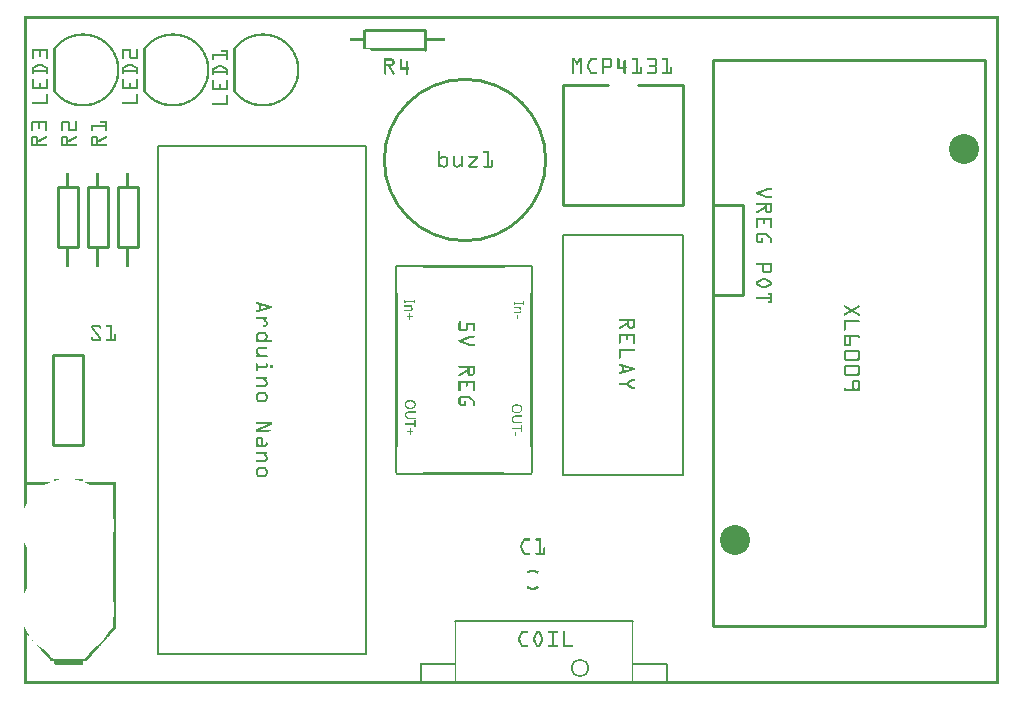
<source format=gto>
G04 MADE WITH FRITZING*
G04 WWW.FRITZING.ORG*
G04 DOUBLE SIDED*
G04 HOLES PLATED*
G04 CONTOUR ON CENTER OF CONTOUR VECTOR*
%ASAXBY*%
%FSLAX23Y23*%
%MOIN*%
%OFA0B0*%
%SFA1.0B1.0*%
%ADD10C,0.100000*%
%ADD11C,0.060921X0.0509212*%
%ADD12C,0.548054X0.528054*%
%ADD13C,0.010000*%
%ADD14C,0.005000*%
%ADD15C,0.008000*%
%ADD16R,0.001000X0.001000*%
%LNSILK1*%
G90*
G70*
G54D10*
X2368Y478D03*
X3130Y1784D03*
G54D11*
X1850Y54D03*
G54D12*
X1469Y1746D03*
G54D13*
X111Y1456D02*
X111Y1656D01*
D02*
X111Y1656D02*
X177Y1656D01*
D02*
X177Y1656D02*
X177Y1456D01*
D02*
X177Y1456D02*
X111Y1456D01*
D02*
X311Y1456D02*
X311Y1656D01*
D02*
X311Y1656D02*
X377Y1656D01*
D02*
X377Y1656D02*
X377Y1456D01*
D02*
X377Y1456D02*
X311Y1456D01*
D02*
X211Y1456D02*
X211Y1656D01*
D02*
X211Y1656D02*
X277Y1656D01*
D02*
X277Y1656D02*
X277Y1456D01*
D02*
X277Y1456D02*
X211Y1456D01*
D02*
X2295Y2081D02*
X2295Y192D01*
D02*
X3200Y2081D02*
X3200Y192D01*
D02*
X2295Y2081D02*
X3200Y2081D01*
D02*
X2295Y192D02*
X3200Y192D01*
D02*
X2294Y1596D02*
X2294Y1296D01*
D02*
X2294Y1296D02*
X2394Y1296D01*
D02*
X2394Y1296D02*
X2394Y1596D01*
D02*
X2394Y1596D02*
X2294Y1596D01*
D02*
X1794Y1996D02*
X1794Y1596D01*
D02*
X1794Y1596D02*
X2194Y1596D01*
D02*
X2194Y1596D02*
X2194Y1996D01*
D02*
X1794Y1996D02*
X1944Y1996D01*
D02*
X2044Y1996D02*
X2194Y1996D01*
D02*
X1135Y2179D02*
X1335Y2179D01*
D02*
X1335Y2179D02*
X1335Y2113D01*
G54D14*
D02*
X2027Y211D02*
X1436Y211D01*
D02*
X2028Y65D02*
X2141Y65D01*
D02*
X1435Y65D02*
X1321Y65D01*
G54D15*
D02*
X2194Y696D02*
X1794Y696D01*
D02*
X1794Y696D02*
X1794Y1496D01*
D02*
X1794Y1496D02*
X2194Y1496D01*
D02*
X2194Y1496D02*
X2194Y696D01*
G54D13*
D02*
X94Y1096D02*
X94Y796D01*
D02*
X94Y796D02*
X194Y796D01*
D02*
X194Y796D02*
X194Y1096D01*
D02*
X194Y1096D02*
X94Y1096D01*
G54D15*
X445Y100D02*
X1137Y100D01*
X1137Y1792D01*
X445Y1792D01*
X445Y100D01*
D02*
G54D16*
X0Y2224D02*
X3247Y2224D01*
X0Y2223D02*
X3247Y2223D01*
X0Y2222D02*
X3247Y2222D01*
X0Y2221D02*
X3247Y2221D01*
X0Y2220D02*
X3247Y2220D01*
X0Y2219D02*
X3247Y2219D01*
X0Y2218D02*
X3247Y2218D01*
X0Y2217D02*
X3247Y2217D01*
X0Y2216D02*
X7Y2216D01*
X3240Y2216D02*
X3247Y2216D01*
X0Y2215D02*
X7Y2215D01*
X3240Y2215D02*
X3247Y2215D01*
X0Y2214D02*
X7Y2214D01*
X3240Y2214D02*
X3247Y2214D01*
X0Y2213D02*
X7Y2213D01*
X3240Y2213D02*
X3247Y2213D01*
X0Y2212D02*
X7Y2212D01*
X3240Y2212D02*
X3247Y2212D01*
X0Y2211D02*
X7Y2211D01*
X3240Y2211D02*
X3247Y2211D01*
X0Y2210D02*
X7Y2210D01*
X3240Y2210D02*
X3247Y2210D01*
X0Y2209D02*
X7Y2209D01*
X3240Y2209D02*
X3247Y2209D01*
X0Y2208D02*
X7Y2208D01*
X3240Y2208D02*
X3247Y2208D01*
X0Y2207D02*
X7Y2207D01*
X3240Y2207D02*
X3247Y2207D01*
X0Y2206D02*
X7Y2206D01*
X3240Y2206D02*
X3247Y2206D01*
X0Y2205D02*
X7Y2205D01*
X3240Y2205D02*
X3247Y2205D01*
X0Y2204D02*
X7Y2204D01*
X3240Y2204D02*
X3247Y2204D01*
X0Y2203D02*
X7Y2203D01*
X3240Y2203D02*
X3247Y2203D01*
X0Y2202D02*
X7Y2202D01*
X3240Y2202D02*
X3247Y2202D01*
X0Y2201D02*
X7Y2201D01*
X3240Y2201D02*
X3247Y2201D01*
X0Y2200D02*
X7Y2200D01*
X3240Y2200D02*
X3247Y2200D01*
X0Y2199D02*
X7Y2199D01*
X3240Y2199D02*
X3247Y2199D01*
X0Y2198D02*
X7Y2198D01*
X3240Y2198D02*
X3247Y2198D01*
X0Y2197D02*
X7Y2197D01*
X3240Y2197D02*
X3247Y2197D01*
X0Y2196D02*
X7Y2196D01*
X3240Y2196D02*
X3247Y2196D01*
X0Y2195D02*
X7Y2195D01*
X3240Y2195D02*
X3247Y2195D01*
X0Y2194D02*
X7Y2194D01*
X3240Y2194D02*
X3247Y2194D01*
X0Y2193D02*
X7Y2193D01*
X3240Y2193D02*
X3247Y2193D01*
X0Y2192D02*
X7Y2192D01*
X3240Y2192D02*
X3247Y2192D01*
X0Y2191D02*
X7Y2191D01*
X3240Y2191D02*
X3247Y2191D01*
X0Y2190D02*
X7Y2190D01*
X3240Y2190D02*
X3247Y2190D01*
X0Y2189D02*
X7Y2189D01*
X3240Y2189D02*
X3247Y2189D01*
X0Y2188D02*
X7Y2188D01*
X3240Y2188D02*
X3247Y2188D01*
X0Y2187D02*
X7Y2187D01*
X3240Y2187D02*
X3247Y2187D01*
X0Y2186D02*
X7Y2186D01*
X3240Y2186D02*
X3247Y2186D01*
X0Y2185D02*
X7Y2185D01*
X3240Y2185D02*
X3247Y2185D01*
X0Y2184D02*
X7Y2184D01*
X3240Y2184D02*
X3247Y2184D01*
X0Y2183D02*
X7Y2183D01*
X3240Y2183D02*
X3247Y2183D01*
X0Y2182D02*
X7Y2182D01*
X3240Y2182D02*
X3247Y2182D01*
X0Y2181D02*
X7Y2181D01*
X3240Y2181D02*
X3247Y2181D01*
X0Y2180D02*
X7Y2180D01*
X3240Y2180D02*
X3247Y2180D01*
X0Y2179D02*
X7Y2179D01*
X1130Y2179D02*
X1139Y2179D01*
X3240Y2179D02*
X3247Y2179D01*
X0Y2178D02*
X7Y2178D01*
X1130Y2178D02*
X1139Y2178D01*
X3240Y2178D02*
X3247Y2178D01*
X0Y2177D02*
X7Y2177D01*
X1130Y2177D02*
X1139Y2177D01*
X3240Y2177D02*
X3247Y2177D01*
X0Y2176D02*
X7Y2176D01*
X1130Y2176D02*
X1139Y2176D01*
X3240Y2176D02*
X3247Y2176D01*
X0Y2175D02*
X7Y2175D01*
X1130Y2175D02*
X1139Y2175D01*
X3240Y2175D02*
X3247Y2175D01*
X0Y2174D02*
X7Y2174D01*
X1130Y2174D02*
X1139Y2174D01*
X3240Y2174D02*
X3247Y2174D01*
X0Y2173D02*
X7Y2173D01*
X1130Y2173D02*
X1139Y2173D01*
X3240Y2173D02*
X3247Y2173D01*
X0Y2172D02*
X7Y2172D01*
X1130Y2172D02*
X1139Y2172D01*
X3240Y2172D02*
X3247Y2172D01*
X0Y2171D02*
X7Y2171D01*
X1130Y2171D02*
X1139Y2171D01*
X3240Y2171D02*
X3247Y2171D01*
X0Y2170D02*
X7Y2170D01*
X1130Y2170D02*
X1139Y2170D01*
X3240Y2170D02*
X3247Y2170D01*
X0Y2169D02*
X7Y2169D01*
X1130Y2169D02*
X1139Y2169D01*
X3240Y2169D02*
X3247Y2169D01*
X0Y2168D02*
X7Y2168D01*
X189Y2168D02*
X201Y2168D01*
X489Y2168D02*
X501Y2168D01*
X789Y2168D02*
X801Y2168D01*
X1130Y2168D02*
X1139Y2168D01*
X3240Y2168D02*
X3247Y2168D01*
X0Y2167D02*
X7Y2167D01*
X178Y2167D02*
X211Y2167D01*
X478Y2167D02*
X511Y2167D01*
X778Y2167D02*
X811Y2167D01*
X1130Y2167D02*
X1139Y2167D01*
X3240Y2167D02*
X3247Y2167D01*
X0Y2166D02*
X7Y2166D01*
X172Y2166D02*
X217Y2166D01*
X472Y2166D02*
X517Y2166D01*
X772Y2166D02*
X817Y2166D01*
X1130Y2166D02*
X1139Y2166D01*
X3240Y2166D02*
X3247Y2166D01*
X0Y2165D02*
X7Y2165D01*
X168Y2165D02*
X222Y2165D01*
X468Y2165D02*
X522Y2165D01*
X768Y2165D02*
X822Y2165D01*
X1130Y2165D02*
X1139Y2165D01*
X3240Y2165D02*
X3247Y2165D01*
X0Y2164D02*
X7Y2164D01*
X164Y2164D02*
X226Y2164D01*
X464Y2164D02*
X526Y2164D01*
X764Y2164D02*
X826Y2164D01*
X1130Y2164D02*
X1139Y2164D01*
X3240Y2164D02*
X3247Y2164D01*
X0Y2163D02*
X7Y2163D01*
X160Y2163D02*
X229Y2163D01*
X460Y2163D02*
X529Y2163D01*
X760Y2163D02*
X829Y2163D01*
X1130Y2163D02*
X1139Y2163D01*
X3240Y2163D02*
X3247Y2163D01*
X0Y2162D02*
X7Y2162D01*
X157Y2162D02*
X232Y2162D01*
X457Y2162D02*
X532Y2162D01*
X757Y2162D02*
X832Y2162D01*
X1130Y2162D02*
X1139Y2162D01*
X3240Y2162D02*
X3247Y2162D01*
X0Y2161D02*
X7Y2161D01*
X154Y2161D02*
X235Y2161D01*
X454Y2161D02*
X535Y2161D01*
X754Y2161D02*
X835Y2161D01*
X1130Y2161D02*
X1139Y2161D01*
X3240Y2161D02*
X3247Y2161D01*
X0Y2160D02*
X7Y2160D01*
X151Y2160D02*
X186Y2160D01*
X204Y2160D02*
X238Y2160D01*
X451Y2160D02*
X486Y2160D01*
X504Y2160D02*
X538Y2160D01*
X751Y2160D02*
X786Y2160D01*
X804Y2160D02*
X838Y2160D01*
X1130Y2160D02*
X1139Y2160D01*
X3240Y2160D02*
X3247Y2160D01*
X0Y2159D02*
X7Y2159D01*
X149Y2159D02*
X177Y2159D01*
X213Y2159D02*
X241Y2159D01*
X449Y2159D02*
X477Y2159D01*
X513Y2159D02*
X541Y2159D01*
X749Y2159D02*
X777Y2159D01*
X813Y2159D02*
X841Y2159D01*
X1130Y2159D02*
X1139Y2159D01*
X3240Y2159D02*
X3247Y2159D01*
X0Y2158D02*
X7Y2158D01*
X147Y2158D02*
X171Y2158D01*
X219Y2158D02*
X243Y2158D01*
X447Y2158D02*
X471Y2158D01*
X519Y2158D02*
X543Y2158D01*
X747Y2158D02*
X771Y2158D01*
X819Y2158D02*
X843Y2158D01*
X1130Y2158D02*
X1139Y2158D01*
X3240Y2158D02*
X3247Y2158D01*
X0Y2157D02*
X7Y2157D01*
X144Y2157D02*
X167Y2157D01*
X223Y2157D02*
X245Y2157D01*
X444Y2157D02*
X467Y2157D01*
X523Y2157D02*
X545Y2157D01*
X744Y2157D02*
X767Y2157D01*
X823Y2157D02*
X845Y2157D01*
X1130Y2157D02*
X1139Y2157D01*
X3240Y2157D02*
X3247Y2157D01*
X0Y2156D02*
X7Y2156D01*
X142Y2156D02*
X163Y2156D01*
X227Y2156D02*
X247Y2156D01*
X442Y2156D02*
X463Y2156D01*
X527Y2156D02*
X547Y2156D01*
X742Y2156D02*
X763Y2156D01*
X827Y2156D02*
X847Y2156D01*
X1130Y2156D02*
X1139Y2156D01*
X3240Y2156D02*
X3247Y2156D01*
X0Y2155D02*
X7Y2155D01*
X140Y2155D02*
X160Y2155D01*
X230Y2155D02*
X249Y2155D01*
X440Y2155D02*
X460Y2155D01*
X530Y2155D02*
X549Y2155D01*
X740Y2155D02*
X760Y2155D01*
X830Y2155D02*
X849Y2155D01*
X1130Y2155D02*
X1139Y2155D01*
X3240Y2155D02*
X3247Y2155D01*
X0Y2154D02*
X7Y2154D01*
X138Y2154D02*
X157Y2154D01*
X233Y2154D02*
X251Y2154D01*
X438Y2154D02*
X457Y2154D01*
X533Y2154D02*
X551Y2154D01*
X738Y2154D02*
X757Y2154D01*
X833Y2154D02*
X851Y2154D01*
X1130Y2154D02*
X1139Y2154D01*
X3240Y2154D02*
X3247Y2154D01*
X0Y2153D02*
X7Y2153D01*
X136Y2153D02*
X154Y2153D01*
X236Y2153D02*
X253Y2153D01*
X436Y2153D02*
X454Y2153D01*
X536Y2153D02*
X553Y2153D01*
X736Y2153D02*
X754Y2153D01*
X836Y2153D02*
X853Y2153D01*
X1130Y2153D02*
X1139Y2153D01*
X3240Y2153D02*
X3247Y2153D01*
X0Y2152D02*
X7Y2152D01*
X135Y2152D02*
X151Y2152D01*
X238Y2152D02*
X255Y2152D01*
X435Y2152D02*
X451Y2152D01*
X538Y2152D02*
X555Y2152D01*
X735Y2152D02*
X751Y2152D01*
X838Y2152D02*
X855Y2152D01*
X1130Y2152D02*
X1139Y2152D01*
X3240Y2152D02*
X3247Y2152D01*
X0Y2151D02*
X7Y2151D01*
X133Y2151D02*
X149Y2151D01*
X241Y2151D02*
X257Y2151D01*
X433Y2151D02*
X449Y2151D01*
X541Y2151D02*
X557Y2151D01*
X733Y2151D02*
X749Y2151D01*
X841Y2151D02*
X857Y2151D01*
X1087Y2151D02*
X1139Y2151D01*
X1335Y2151D02*
X1401Y2151D01*
X3240Y2151D02*
X3247Y2151D01*
X0Y2150D02*
X7Y2150D01*
X131Y2150D02*
X147Y2150D01*
X243Y2150D02*
X258Y2150D01*
X431Y2150D02*
X447Y2150D01*
X543Y2150D02*
X558Y2150D01*
X731Y2150D02*
X747Y2150D01*
X843Y2150D02*
X858Y2150D01*
X1087Y2150D02*
X1139Y2150D01*
X1335Y2150D02*
X1401Y2150D01*
X3240Y2150D02*
X3247Y2150D01*
X0Y2149D02*
X7Y2149D01*
X130Y2149D02*
X145Y2149D01*
X245Y2149D02*
X260Y2149D01*
X430Y2149D02*
X445Y2149D01*
X545Y2149D02*
X560Y2149D01*
X730Y2149D02*
X745Y2149D01*
X845Y2149D02*
X860Y2149D01*
X1087Y2149D02*
X1139Y2149D01*
X1335Y2149D02*
X1401Y2149D01*
X3240Y2149D02*
X3247Y2149D01*
X0Y2148D02*
X7Y2148D01*
X128Y2148D02*
X142Y2148D01*
X247Y2148D02*
X261Y2148D01*
X428Y2148D02*
X442Y2148D01*
X547Y2148D02*
X561Y2148D01*
X728Y2148D02*
X742Y2148D01*
X847Y2148D02*
X861Y2148D01*
X1087Y2148D02*
X1139Y2148D01*
X1335Y2148D02*
X1401Y2148D01*
X3240Y2148D02*
X3247Y2148D01*
X0Y2147D02*
X7Y2147D01*
X127Y2147D02*
X141Y2147D01*
X249Y2147D02*
X263Y2147D01*
X427Y2147D02*
X441Y2147D01*
X549Y2147D02*
X563Y2147D01*
X727Y2147D02*
X741Y2147D01*
X849Y2147D02*
X863Y2147D01*
X1087Y2147D02*
X1139Y2147D01*
X1335Y2147D02*
X1401Y2147D01*
X3240Y2147D02*
X3247Y2147D01*
X0Y2146D02*
X7Y2146D01*
X125Y2146D02*
X139Y2146D01*
X251Y2146D02*
X264Y2146D01*
X425Y2146D02*
X439Y2146D01*
X551Y2146D02*
X564Y2146D01*
X725Y2146D02*
X739Y2146D01*
X851Y2146D02*
X864Y2146D01*
X1087Y2146D02*
X1139Y2146D01*
X1335Y2146D02*
X1401Y2146D01*
X3240Y2146D02*
X3247Y2146D01*
X0Y2145D02*
X7Y2145D01*
X124Y2145D02*
X137Y2145D01*
X252Y2145D02*
X266Y2145D01*
X424Y2145D02*
X437Y2145D01*
X552Y2145D02*
X566Y2145D01*
X724Y2145D02*
X737Y2145D01*
X852Y2145D02*
X866Y2145D01*
X1087Y2145D02*
X1139Y2145D01*
X1335Y2145D02*
X1401Y2145D01*
X3240Y2145D02*
X3247Y2145D01*
X0Y2144D02*
X7Y2144D01*
X122Y2144D02*
X135Y2144D01*
X254Y2144D02*
X267Y2144D01*
X422Y2144D02*
X435Y2144D01*
X554Y2144D02*
X567Y2144D01*
X722Y2144D02*
X735Y2144D01*
X854Y2144D02*
X867Y2144D01*
X1087Y2144D02*
X1139Y2144D01*
X1335Y2144D02*
X1401Y2144D01*
X3240Y2144D02*
X3247Y2144D01*
X0Y2143D02*
X7Y2143D01*
X121Y2143D02*
X134Y2143D01*
X256Y2143D02*
X268Y2143D01*
X421Y2143D02*
X434Y2143D01*
X556Y2143D02*
X568Y2143D01*
X721Y2143D02*
X734Y2143D01*
X856Y2143D02*
X868Y2143D01*
X1087Y2143D02*
X1139Y2143D01*
X1335Y2143D02*
X1401Y2143D01*
X3240Y2143D02*
X3247Y2143D01*
X0Y2142D02*
X7Y2142D01*
X120Y2142D02*
X132Y2142D01*
X257Y2142D02*
X270Y2142D01*
X420Y2142D02*
X432Y2142D01*
X557Y2142D02*
X570Y2142D01*
X720Y2142D02*
X732Y2142D01*
X857Y2142D02*
X870Y2142D01*
X1087Y2142D02*
X1139Y2142D01*
X1335Y2142D02*
X1401Y2142D01*
X3240Y2142D02*
X3247Y2142D01*
X0Y2141D02*
X7Y2141D01*
X118Y2141D02*
X131Y2141D01*
X259Y2141D02*
X271Y2141D01*
X418Y2141D02*
X431Y2141D01*
X559Y2141D02*
X571Y2141D01*
X718Y2141D02*
X731Y2141D01*
X859Y2141D02*
X871Y2141D01*
X1130Y2141D02*
X1139Y2141D01*
X3240Y2141D02*
X3247Y2141D01*
X0Y2140D02*
X7Y2140D01*
X117Y2140D02*
X129Y2140D01*
X260Y2140D02*
X272Y2140D01*
X417Y2140D02*
X429Y2140D01*
X560Y2140D02*
X572Y2140D01*
X717Y2140D02*
X729Y2140D01*
X860Y2140D02*
X872Y2140D01*
X1130Y2140D02*
X1139Y2140D01*
X3240Y2140D02*
X3247Y2140D01*
X0Y2139D02*
X7Y2139D01*
X116Y2139D02*
X128Y2139D01*
X262Y2139D02*
X273Y2139D01*
X416Y2139D02*
X428Y2139D01*
X562Y2139D02*
X573Y2139D01*
X716Y2139D02*
X728Y2139D01*
X862Y2139D02*
X873Y2139D01*
X1130Y2139D02*
X1139Y2139D01*
X3240Y2139D02*
X3247Y2139D01*
X0Y2138D02*
X7Y2138D01*
X115Y2138D02*
X126Y2138D01*
X263Y2138D02*
X275Y2138D01*
X415Y2138D02*
X426Y2138D01*
X563Y2138D02*
X575Y2138D01*
X715Y2138D02*
X726Y2138D01*
X863Y2138D02*
X875Y2138D01*
X1130Y2138D02*
X1139Y2138D01*
X3240Y2138D02*
X3247Y2138D01*
X0Y2137D02*
X7Y2137D01*
X114Y2137D02*
X125Y2137D01*
X264Y2137D02*
X276Y2137D01*
X414Y2137D02*
X425Y2137D01*
X564Y2137D02*
X576Y2137D01*
X714Y2137D02*
X725Y2137D01*
X864Y2137D02*
X876Y2137D01*
X1130Y2137D02*
X1139Y2137D01*
X3240Y2137D02*
X3247Y2137D01*
X0Y2136D02*
X7Y2136D01*
X113Y2136D02*
X124Y2136D01*
X266Y2136D02*
X277Y2136D01*
X413Y2136D02*
X424Y2136D01*
X566Y2136D02*
X577Y2136D01*
X713Y2136D02*
X724Y2136D01*
X866Y2136D02*
X877Y2136D01*
X1130Y2136D02*
X1139Y2136D01*
X3240Y2136D02*
X3247Y2136D01*
X0Y2135D02*
X7Y2135D01*
X112Y2135D02*
X122Y2135D01*
X267Y2135D02*
X278Y2135D01*
X412Y2135D02*
X422Y2135D01*
X567Y2135D02*
X578Y2135D01*
X712Y2135D02*
X722Y2135D01*
X867Y2135D02*
X878Y2135D01*
X1130Y2135D02*
X1139Y2135D01*
X3240Y2135D02*
X3247Y2135D01*
X0Y2134D02*
X7Y2134D01*
X111Y2134D02*
X121Y2134D01*
X268Y2134D02*
X279Y2134D01*
X411Y2134D02*
X421Y2134D01*
X568Y2134D02*
X579Y2134D01*
X711Y2134D02*
X721Y2134D01*
X868Y2134D02*
X879Y2134D01*
X1130Y2134D02*
X1139Y2134D01*
X3240Y2134D02*
X3247Y2134D01*
X0Y2133D02*
X7Y2133D01*
X110Y2133D02*
X120Y2133D01*
X269Y2133D02*
X280Y2133D01*
X410Y2133D02*
X420Y2133D01*
X569Y2133D02*
X580Y2133D01*
X710Y2133D02*
X720Y2133D01*
X869Y2133D02*
X880Y2133D01*
X1130Y2133D02*
X1139Y2133D01*
X3240Y2133D02*
X3247Y2133D01*
X0Y2132D02*
X7Y2132D01*
X109Y2132D02*
X119Y2132D01*
X270Y2132D02*
X281Y2132D01*
X409Y2132D02*
X419Y2132D01*
X570Y2132D02*
X581Y2132D01*
X709Y2132D02*
X719Y2132D01*
X870Y2132D02*
X881Y2132D01*
X1130Y2132D02*
X1139Y2132D01*
X3240Y2132D02*
X3247Y2132D01*
X0Y2131D02*
X7Y2131D01*
X108Y2131D02*
X118Y2131D01*
X272Y2131D02*
X282Y2131D01*
X408Y2131D02*
X418Y2131D01*
X572Y2131D02*
X582Y2131D01*
X708Y2131D02*
X718Y2131D01*
X872Y2131D02*
X882Y2131D01*
X1130Y2131D02*
X1139Y2131D01*
X3240Y2131D02*
X3247Y2131D01*
X0Y2130D02*
X7Y2130D01*
X107Y2130D02*
X117Y2130D01*
X273Y2130D02*
X283Y2130D01*
X407Y2130D02*
X417Y2130D01*
X573Y2130D02*
X583Y2130D01*
X707Y2130D02*
X717Y2130D01*
X873Y2130D02*
X883Y2130D01*
X1130Y2130D02*
X1139Y2130D01*
X3240Y2130D02*
X3247Y2130D01*
X0Y2129D02*
X7Y2129D01*
X106Y2129D02*
X116Y2129D01*
X274Y2129D02*
X284Y2129D01*
X406Y2129D02*
X416Y2129D01*
X574Y2129D02*
X584Y2129D01*
X706Y2129D02*
X716Y2129D01*
X874Y2129D02*
X884Y2129D01*
X1130Y2129D02*
X1139Y2129D01*
X3240Y2129D02*
X3247Y2129D01*
X0Y2128D02*
X7Y2128D01*
X105Y2128D02*
X115Y2128D01*
X275Y2128D02*
X285Y2128D01*
X405Y2128D02*
X415Y2128D01*
X575Y2128D02*
X585Y2128D01*
X705Y2128D02*
X715Y2128D01*
X875Y2128D02*
X885Y2128D01*
X1130Y2128D02*
X1139Y2128D01*
X3240Y2128D02*
X3247Y2128D01*
X0Y2127D02*
X7Y2127D01*
X104Y2127D02*
X114Y2127D01*
X276Y2127D02*
X286Y2127D01*
X404Y2127D02*
X414Y2127D01*
X576Y2127D02*
X586Y2127D01*
X704Y2127D02*
X714Y2127D01*
X876Y2127D02*
X886Y2127D01*
X1130Y2127D02*
X1139Y2127D01*
X3240Y2127D02*
X3247Y2127D01*
X0Y2126D02*
X7Y2126D01*
X103Y2126D02*
X113Y2126D01*
X277Y2126D02*
X286Y2126D01*
X403Y2126D02*
X413Y2126D01*
X577Y2126D02*
X586Y2126D01*
X703Y2126D02*
X713Y2126D01*
X877Y2126D02*
X886Y2126D01*
X1130Y2126D02*
X1139Y2126D01*
X3240Y2126D02*
X3247Y2126D01*
X0Y2125D02*
X7Y2125D01*
X102Y2125D02*
X112Y2125D01*
X278Y2125D02*
X287Y2125D01*
X402Y2125D02*
X412Y2125D01*
X578Y2125D02*
X587Y2125D01*
X702Y2125D02*
X712Y2125D01*
X878Y2125D02*
X887Y2125D01*
X1130Y2125D02*
X1139Y2125D01*
X3240Y2125D02*
X3247Y2125D01*
X0Y2124D02*
X7Y2124D01*
X101Y2124D02*
X111Y2124D01*
X279Y2124D02*
X288Y2124D01*
X401Y2124D02*
X411Y2124D01*
X579Y2124D02*
X588Y2124D01*
X701Y2124D02*
X711Y2124D01*
X879Y2124D02*
X888Y2124D01*
X1130Y2124D02*
X1139Y2124D01*
X3240Y2124D02*
X3247Y2124D01*
X0Y2123D02*
X7Y2123D01*
X100Y2123D02*
X110Y2123D01*
X280Y2123D02*
X289Y2123D01*
X400Y2123D02*
X410Y2123D01*
X580Y2123D02*
X589Y2123D01*
X700Y2123D02*
X710Y2123D01*
X880Y2123D02*
X889Y2123D01*
X1130Y2123D02*
X1139Y2123D01*
X3240Y2123D02*
X3247Y2123D01*
X0Y2122D02*
X7Y2122D01*
X100Y2122D02*
X109Y2122D01*
X281Y2122D02*
X290Y2122D01*
X400Y2122D02*
X409Y2122D01*
X581Y2122D02*
X590Y2122D01*
X700Y2122D02*
X709Y2122D01*
X881Y2122D02*
X890Y2122D01*
X1130Y2122D02*
X1139Y2122D01*
X3240Y2122D02*
X3247Y2122D01*
X0Y2121D02*
X7Y2121D01*
X99Y2121D02*
X108Y2121D01*
X282Y2121D02*
X291Y2121D01*
X399Y2121D02*
X408Y2121D01*
X582Y2121D02*
X591Y2121D01*
X699Y2121D02*
X708Y2121D01*
X882Y2121D02*
X891Y2121D01*
X1130Y2121D02*
X1139Y2121D01*
X3240Y2121D02*
X3247Y2121D01*
X0Y2120D02*
X7Y2120D01*
X98Y2120D02*
X107Y2120D01*
X282Y2120D02*
X291Y2120D01*
X398Y2120D02*
X407Y2120D01*
X582Y2120D02*
X591Y2120D01*
X698Y2120D02*
X707Y2120D01*
X882Y2120D02*
X891Y2120D01*
X1130Y2120D02*
X1139Y2120D01*
X3240Y2120D02*
X3247Y2120D01*
X0Y2119D02*
X7Y2119D01*
X97Y2119D02*
X106Y2119D01*
X283Y2119D02*
X292Y2119D01*
X397Y2119D02*
X406Y2119D01*
X583Y2119D02*
X592Y2119D01*
X697Y2119D02*
X706Y2119D01*
X883Y2119D02*
X892Y2119D01*
X1130Y2119D02*
X1139Y2119D01*
X3240Y2119D02*
X3247Y2119D01*
X0Y2118D02*
X7Y2118D01*
X97Y2118D02*
X106Y2118D01*
X284Y2118D02*
X293Y2118D01*
X397Y2118D02*
X406Y2118D01*
X584Y2118D02*
X593Y2118D01*
X697Y2118D02*
X706Y2118D01*
X884Y2118D02*
X893Y2118D01*
X1130Y2118D02*
X1334Y2118D01*
X3240Y2118D02*
X3247Y2118D01*
X0Y2117D02*
X7Y2117D01*
X97Y2117D02*
X105Y2117D01*
X285Y2117D02*
X294Y2117D01*
X397Y2117D02*
X405Y2117D01*
X585Y2117D02*
X594Y2117D01*
X697Y2117D02*
X705Y2117D01*
X885Y2117D02*
X894Y2117D01*
X1130Y2117D02*
X1136Y2117D01*
X1143Y2117D02*
X1334Y2117D01*
X3240Y2117D02*
X3247Y2117D01*
X0Y2116D02*
X7Y2116D01*
X29Y2116D02*
X48Y2116D01*
X55Y2116D02*
X74Y2116D01*
X97Y2116D02*
X104Y2116D01*
X286Y2116D02*
X294Y2116D01*
X329Y2116D02*
X351Y2116D01*
X374Y2116D02*
X377Y2116D01*
X397Y2116D02*
X404Y2116D01*
X586Y2116D02*
X594Y2116D01*
X697Y2116D02*
X704Y2116D01*
X886Y2116D02*
X894Y2116D01*
X1130Y2116D02*
X1132Y2116D01*
X1147Y2116D02*
X1334Y2116D01*
X3240Y2116D02*
X3247Y2116D01*
X0Y2115D02*
X7Y2115D01*
X28Y2115D02*
X50Y2115D01*
X53Y2115D02*
X76Y2115D01*
X97Y2115D02*
X104Y2115D01*
X286Y2115D02*
X295Y2115D01*
X328Y2115D02*
X352Y2115D01*
X373Y2115D02*
X378Y2115D01*
X397Y2115D02*
X404Y2115D01*
X586Y2115D02*
X595Y2115D01*
X697Y2115D02*
X704Y2115D01*
X886Y2115D02*
X895Y2115D01*
X1150Y2115D02*
X1334Y2115D01*
X3240Y2115D02*
X3247Y2115D01*
X0Y2114D02*
X7Y2114D01*
X27Y2114D02*
X77Y2114D01*
X97Y2114D02*
X104Y2114D01*
X287Y2114D02*
X296Y2114D01*
X327Y2114D02*
X353Y2114D01*
X372Y2114D02*
X378Y2114D01*
X397Y2114D02*
X404Y2114D01*
X587Y2114D02*
X596Y2114D01*
X697Y2114D02*
X704Y2114D01*
X887Y2114D02*
X896Y2114D01*
X1152Y2114D02*
X1334Y2114D01*
X3240Y2114D02*
X3247Y2114D01*
X0Y2113D02*
X7Y2113D01*
X26Y2113D02*
X77Y2113D01*
X97Y2113D02*
X104Y2113D01*
X288Y2113D02*
X296Y2113D01*
X326Y2113D02*
X354Y2113D01*
X372Y2113D02*
X378Y2113D01*
X397Y2113D02*
X404Y2113D01*
X588Y2113D02*
X596Y2113D01*
X697Y2113D02*
X704Y2113D01*
X888Y2113D02*
X896Y2113D01*
X1153Y2113D02*
X1334Y2113D01*
X3240Y2113D02*
X3247Y2113D01*
X0Y2112D02*
X7Y2112D01*
X25Y2112D02*
X78Y2112D01*
X97Y2112D02*
X104Y2112D01*
X289Y2112D02*
X297Y2112D01*
X325Y2112D02*
X354Y2112D01*
X372Y2112D02*
X378Y2112D01*
X397Y2112D02*
X404Y2112D01*
X589Y2112D02*
X597Y2112D01*
X656Y2112D02*
X677Y2112D01*
X697Y2112D02*
X704Y2112D01*
X889Y2112D02*
X897Y2112D01*
X1155Y2112D02*
X1334Y2112D01*
X3240Y2112D02*
X3247Y2112D01*
X0Y2111D02*
X7Y2111D01*
X25Y2111D02*
X78Y2111D01*
X97Y2111D02*
X104Y2111D01*
X289Y2111D02*
X298Y2111D01*
X325Y2111D02*
X354Y2111D01*
X372Y2111D02*
X378Y2111D01*
X397Y2111D02*
X404Y2111D01*
X589Y2111D02*
X598Y2111D01*
X655Y2111D02*
X678Y2111D01*
X697Y2111D02*
X704Y2111D01*
X889Y2111D02*
X898Y2111D01*
X1156Y2111D02*
X1334Y2111D01*
X3240Y2111D02*
X3247Y2111D01*
X0Y2110D02*
X7Y2110D01*
X25Y2110D02*
X78Y2110D01*
X97Y2110D02*
X104Y2110D01*
X290Y2110D02*
X298Y2110D01*
X325Y2110D02*
X355Y2110D01*
X372Y2110D02*
X378Y2110D01*
X397Y2110D02*
X404Y2110D01*
X590Y2110D02*
X598Y2110D01*
X655Y2110D02*
X678Y2110D01*
X697Y2110D02*
X704Y2110D01*
X890Y2110D02*
X898Y2110D01*
X1157Y2110D02*
X1334Y2110D01*
X3240Y2110D02*
X3247Y2110D01*
X0Y2109D02*
X7Y2109D01*
X25Y2109D02*
X31Y2109D01*
X47Y2109D02*
X56Y2109D01*
X72Y2109D02*
X78Y2109D01*
X97Y2109D02*
X104Y2109D01*
X291Y2109D02*
X299Y2109D01*
X325Y2109D02*
X331Y2109D01*
X349Y2109D02*
X355Y2109D01*
X372Y2109D02*
X378Y2109D01*
X397Y2109D02*
X404Y2109D01*
X591Y2109D02*
X599Y2109D01*
X655Y2109D02*
X678Y2109D01*
X697Y2109D02*
X704Y2109D01*
X891Y2109D02*
X899Y2109D01*
X1158Y2109D02*
X1334Y2109D01*
X3240Y2109D02*
X3247Y2109D01*
X0Y2108D02*
X7Y2108D01*
X25Y2108D02*
X31Y2108D01*
X48Y2108D02*
X55Y2108D01*
X72Y2108D02*
X78Y2108D01*
X97Y2108D02*
X104Y2108D01*
X291Y2108D02*
X299Y2108D01*
X325Y2108D02*
X331Y2108D01*
X349Y2108D02*
X355Y2108D01*
X372Y2108D02*
X378Y2108D01*
X397Y2108D02*
X404Y2108D01*
X591Y2108D02*
X599Y2108D01*
X655Y2108D02*
X678Y2108D01*
X697Y2108D02*
X704Y2108D01*
X891Y2108D02*
X899Y2108D01*
X3240Y2108D02*
X3247Y2108D01*
X0Y2107D02*
X7Y2107D01*
X25Y2107D02*
X31Y2107D01*
X48Y2107D02*
X55Y2107D01*
X72Y2107D02*
X78Y2107D01*
X97Y2107D02*
X104Y2107D01*
X292Y2107D02*
X300Y2107D01*
X325Y2107D02*
X331Y2107D01*
X349Y2107D02*
X355Y2107D01*
X372Y2107D02*
X378Y2107D01*
X397Y2107D02*
X404Y2107D01*
X592Y2107D02*
X600Y2107D01*
X655Y2107D02*
X678Y2107D01*
X697Y2107D02*
X704Y2107D01*
X892Y2107D02*
X900Y2107D01*
X3240Y2107D02*
X3247Y2107D01*
X0Y2106D02*
X7Y2106D01*
X25Y2106D02*
X31Y2106D01*
X49Y2106D02*
X55Y2106D01*
X72Y2106D02*
X78Y2106D01*
X97Y2106D02*
X104Y2106D01*
X293Y2106D02*
X301Y2106D01*
X325Y2106D02*
X331Y2106D01*
X349Y2106D02*
X355Y2106D01*
X372Y2106D02*
X378Y2106D01*
X397Y2106D02*
X404Y2106D01*
X593Y2106D02*
X601Y2106D01*
X657Y2106D02*
X678Y2106D01*
X697Y2106D02*
X704Y2106D01*
X893Y2106D02*
X901Y2106D01*
X3240Y2106D02*
X3247Y2106D01*
X0Y2105D02*
X7Y2105D01*
X25Y2105D02*
X31Y2105D01*
X49Y2105D02*
X55Y2105D01*
X72Y2105D02*
X78Y2105D01*
X97Y2105D02*
X104Y2105D01*
X293Y2105D02*
X301Y2105D01*
X325Y2105D02*
X331Y2105D01*
X349Y2105D02*
X355Y2105D01*
X372Y2105D02*
X378Y2105D01*
X397Y2105D02*
X404Y2105D01*
X593Y2105D02*
X601Y2105D01*
X672Y2105D02*
X678Y2105D01*
X697Y2105D02*
X704Y2105D01*
X893Y2105D02*
X901Y2105D01*
X3240Y2105D02*
X3247Y2105D01*
X0Y2104D02*
X7Y2104D01*
X25Y2104D02*
X31Y2104D01*
X49Y2104D02*
X55Y2104D01*
X72Y2104D02*
X78Y2104D01*
X97Y2104D02*
X104Y2104D01*
X294Y2104D02*
X302Y2104D01*
X325Y2104D02*
X331Y2104D01*
X349Y2104D02*
X355Y2104D01*
X372Y2104D02*
X378Y2104D01*
X397Y2104D02*
X404Y2104D01*
X594Y2104D02*
X602Y2104D01*
X672Y2104D02*
X678Y2104D01*
X697Y2104D02*
X704Y2104D01*
X894Y2104D02*
X902Y2104D01*
X3240Y2104D02*
X3247Y2104D01*
X0Y2103D02*
X7Y2103D01*
X25Y2103D02*
X31Y2103D01*
X49Y2103D02*
X55Y2103D01*
X72Y2103D02*
X78Y2103D01*
X97Y2103D02*
X104Y2103D01*
X294Y2103D02*
X302Y2103D01*
X325Y2103D02*
X331Y2103D01*
X349Y2103D02*
X355Y2103D01*
X372Y2103D02*
X378Y2103D01*
X397Y2103D02*
X404Y2103D01*
X594Y2103D02*
X602Y2103D01*
X672Y2103D02*
X678Y2103D01*
X697Y2103D02*
X704Y2103D01*
X894Y2103D02*
X902Y2103D01*
X3240Y2103D02*
X3247Y2103D01*
X0Y2102D02*
X7Y2102D01*
X25Y2102D02*
X31Y2102D01*
X49Y2102D02*
X55Y2102D01*
X72Y2102D02*
X78Y2102D01*
X97Y2102D02*
X104Y2102D01*
X295Y2102D02*
X303Y2102D01*
X325Y2102D02*
X331Y2102D01*
X349Y2102D02*
X355Y2102D01*
X372Y2102D02*
X378Y2102D01*
X397Y2102D02*
X404Y2102D01*
X595Y2102D02*
X603Y2102D01*
X672Y2102D02*
X678Y2102D01*
X697Y2102D02*
X704Y2102D01*
X895Y2102D02*
X903Y2102D01*
X3240Y2102D02*
X3247Y2102D01*
X0Y2101D02*
X7Y2101D01*
X25Y2101D02*
X31Y2101D01*
X49Y2101D02*
X55Y2101D01*
X72Y2101D02*
X78Y2101D01*
X97Y2101D02*
X104Y2101D01*
X295Y2101D02*
X303Y2101D01*
X325Y2101D02*
X331Y2101D01*
X349Y2101D02*
X355Y2101D01*
X372Y2101D02*
X378Y2101D01*
X397Y2101D02*
X404Y2101D01*
X595Y2101D02*
X603Y2101D01*
X672Y2101D02*
X678Y2101D01*
X697Y2101D02*
X704Y2101D01*
X895Y2101D02*
X903Y2101D01*
X3240Y2101D02*
X3247Y2101D01*
X0Y2100D02*
X7Y2100D01*
X25Y2100D02*
X31Y2100D01*
X49Y2100D02*
X55Y2100D01*
X72Y2100D02*
X78Y2100D01*
X97Y2100D02*
X104Y2100D01*
X296Y2100D02*
X304Y2100D01*
X325Y2100D02*
X331Y2100D01*
X349Y2100D02*
X355Y2100D01*
X372Y2100D02*
X378Y2100D01*
X397Y2100D02*
X404Y2100D01*
X596Y2100D02*
X604Y2100D01*
X672Y2100D02*
X678Y2100D01*
X697Y2100D02*
X704Y2100D01*
X896Y2100D02*
X904Y2100D01*
X3240Y2100D02*
X3247Y2100D01*
X0Y2099D02*
X7Y2099D01*
X25Y2099D02*
X31Y2099D01*
X49Y2099D02*
X55Y2099D01*
X72Y2099D02*
X78Y2099D01*
X97Y2099D02*
X104Y2099D01*
X297Y2099D02*
X304Y2099D01*
X325Y2099D02*
X331Y2099D01*
X349Y2099D02*
X355Y2099D01*
X372Y2099D02*
X378Y2099D01*
X397Y2099D02*
X404Y2099D01*
X597Y2099D02*
X604Y2099D01*
X672Y2099D02*
X678Y2099D01*
X697Y2099D02*
X704Y2099D01*
X897Y2099D02*
X904Y2099D01*
X3240Y2099D02*
X3247Y2099D01*
X0Y2098D02*
X7Y2098D01*
X25Y2098D02*
X31Y2098D01*
X49Y2098D02*
X55Y2098D01*
X72Y2098D02*
X78Y2098D01*
X97Y2098D02*
X104Y2098D01*
X297Y2098D02*
X305Y2098D01*
X325Y2098D02*
X331Y2098D01*
X349Y2098D02*
X355Y2098D01*
X372Y2098D02*
X378Y2098D01*
X397Y2098D02*
X404Y2098D01*
X597Y2098D02*
X605Y2098D01*
X625Y2098D02*
X678Y2098D01*
X697Y2098D02*
X704Y2098D01*
X897Y2098D02*
X905Y2098D01*
X3240Y2098D02*
X3247Y2098D01*
X0Y2097D02*
X7Y2097D01*
X25Y2097D02*
X31Y2097D01*
X49Y2097D02*
X55Y2097D01*
X72Y2097D02*
X78Y2097D01*
X97Y2097D02*
X104Y2097D01*
X298Y2097D02*
X305Y2097D01*
X325Y2097D02*
X331Y2097D01*
X349Y2097D02*
X355Y2097D01*
X372Y2097D02*
X378Y2097D01*
X397Y2097D02*
X404Y2097D01*
X598Y2097D02*
X605Y2097D01*
X625Y2097D02*
X678Y2097D01*
X697Y2097D02*
X704Y2097D01*
X898Y2097D02*
X905Y2097D01*
X3240Y2097D02*
X3247Y2097D01*
X0Y2096D02*
X7Y2096D01*
X25Y2096D02*
X31Y2096D01*
X49Y2096D02*
X55Y2096D01*
X72Y2096D02*
X78Y2096D01*
X97Y2096D02*
X104Y2096D01*
X298Y2096D02*
X306Y2096D01*
X325Y2096D02*
X331Y2096D01*
X349Y2096D02*
X355Y2096D01*
X372Y2096D02*
X378Y2096D01*
X397Y2096D02*
X404Y2096D01*
X598Y2096D02*
X606Y2096D01*
X625Y2096D02*
X678Y2096D01*
X697Y2096D02*
X704Y2096D01*
X898Y2096D02*
X906Y2096D01*
X3240Y2096D02*
X3247Y2096D01*
X0Y2095D02*
X7Y2095D01*
X25Y2095D02*
X31Y2095D01*
X49Y2095D02*
X55Y2095D01*
X72Y2095D02*
X78Y2095D01*
X97Y2095D02*
X104Y2095D01*
X299Y2095D02*
X306Y2095D01*
X325Y2095D02*
X331Y2095D01*
X349Y2095D02*
X355Y2095D01*
X372Y2095D02*
X378Y2095D01*
X397Y2095D02*
X404Y2095D01*
X599Y2095D02*
X606Y2095D01*
X625Y2095D02*
X678Y2095D01*
X697Y2095D02*
X704Y2095D01*
X899Y2095D02*
X906Y2095D01*
X3240Y2095D02*
X3247Y2095D01*
X0Y2094D02*
X7Y2094D01*
X25Y2094D02*
X31Y2094D01*
X49Y2094D02*
X55Y2094D01*
X72Y2094D02*
X78Y2094D01*
X97Y2094D02*
X104Y2094D01*
X299Y2094D02*
X306Y2094D01*
X325Y2094D02*
X331Y2094D01*
X349Y2094D02*
X355Y2094D01*
X372Y2094D02*
X378Y2094D01*
X397Y2094D02*
X404Y2094D01*
X599Y2094D02*
X606Y2094D01*
X625Y2094D02*
X678Y2094D01*
X697Y2094D02*
X704Y2094D01*
X899Y2094D02*
X906Y2094D01*
X3240Y2094D02*
X3247Y2094D01*
X0Y2093D02*
X7Y2093D01*
X25Y2093D02*
X31Y2093D01*
X49Y2093D02*
X55Y2093D01*
X72Y2093D02*
X78Y2093D01*
X97Y2093D02*
X104Y2093D01*
X299Y2093D02*
X307Y2093D01*
X325Y2093D02*
X331Y2093D01*
X349Y2093D02*
X355Y2093D01*
X372Y2093D02*
X378Y2093D01*
X397Y2093D02*
X404Y2093D01*
X599Y2093D02*
X607Y2093D01*
X625Y2093D02*
X678Y2093D01*
X697Y2093D02*
X704Y2093D01*
X899Y2093D02*
X907Y2093D01*
X3240Y2093D02*
X3247Y2093D01*
X0Y2092D02*
X7Y2092D01*
X25Y2092D02*
X31Y2092D01*
X49Y2092D02*
X54Y2092D01*
X72Y2092D02*
X78Y2092D01*
X97Y2092D02*
X104Y2092D01*
X300Y2092D02*
X307Y2092D01*
X325Y2092D02*
X331Y2092D01*
X349Y2092D02*
X355Y2092D01*
X372Y2092D02*
X378Y2092D01*
X397Y2092D02*
X404Y2092D01*
X600Y2092D02*
X607Y2092D01*
X625Y2092D02*
X678Y2092D01*
X697Y2092D02*
X704Y2092D01*
X900Y2092D02*
X907Y2092D01*
X3240Y2092D02*
X3247Y2092D01*
X0Y2091D02*
X7Y2091D01*
X25Y2091D02*
X31Y2091D01*
X49Y2091D02*
X54Y2091D01*
X72Y2091D02*
X78Y2091D01*
X97Y2091D02*
X104Y2091D01*
X300Y2091D02*
X308Y2091D01*
X325Y2091D02*
X331Y2091D01*
X349Y2091D02*
X355Y2091D01*
X372Y2091D02*
X378Y2091D01*
X397Y2091D02*
X404Y2091D01*
X600Y2091D02*
X608Y2091D01*
X625Y2091D02*
X631Y2091D01*
X672Y2091D02*
X678Y2091D01*
X697Y2091D02*
X704Y2091D01*
X900Y2091D02*
X908Y2091D01*
X3240Y2091D02*
X3247Y2091D01*
X0Y2090D02*
X7Y2090D01*
X25Y2090D02*
X31Y2090D01*
X50Y2090D02*
X53Y2090D01*
X72Y2090D02*
X78Y2090D01*
X97Y2090D02*
X104Y2090D01*
X301Y2090D02*
X308Y2090D01*
X325Y2090D02*
X331Y2090D01*
X349Y2090D02*
X355Y2090D01*
X372Y2090D02*
X378Y2090D01*
X397Y2090D02*
X404Y2090D01*
X601Y2090D02*
X608Y2090D01*
X625Y2090D02*
X631Y2090D01*
X672Y2090D02*
X678Y2090D01*
X697Y2090D02*
X704Y2090D01*
X901Y2090D02*
X908Y2090D01*
X3240Y2090D02*
X3247Y2090D01*
X0Y2089D02*
X7Y2089D01*
X25Y2089D02*
X31Y2089D01*
X72Y2089D02*
X78Y2089D01*
X97Y2089D02*
X104Y2089D01*
X301Y2089D02*
X308Y2089D01*
X325Y2089D02*
X331Y2089D01*
X349Y2089D02*
X378Y2089D01*
X397Y2089D02*
X404Y2089D01*
X601Y2089D02*
X608Y2089D01*
X625Y2089D02*
X631Y2089D01*
X672Y2089D02*
X678Y2089D01*
X697Y2089D02*
X704Y2089D01*
X901Y2089D02*
X908Y2089D01*
X3240Y2089D02*
X3247Y2089D01*
X0Y2088D02*
X7Y2088D01*
X25Y2088D02*
X31Y2088D01*
X72Y2088D02*
X78Y2088D01*
X97Y2088D02*
X104Y2088D01*
X302Y2088D02*
X309Y2088D01*
X325Y2088D02*
X331Y2088D01*
X349Y2088D02*
X378Y2088D01*
X397Y2088D02*
X404Y2088D01*
X602Y2088D02*
X609Y2088D01*
X625Y2088D02*
X631Y2088D01*
X672Y2088D02*
X678Y2088D01*
X697Y2088D02*
X704Y2088D01*
X902Y2088D02*
X909Y2088D01*
X3240Y2088D02*
X3247Y2088D01*
X0Y2087D02*
X7Y2087D01*
X25Y2087D02*
X31Y2087D01*
X72Y2087D02*
X78Y2087D01*
X97Y2087D02*
X104Y2087D01*
X302Y2087D02*
X309Y2087D01*
X325Y2087D02*
X331Y2087D01*
X349Y2087D02*
X378Y2087D01*
X397Y2087D02*
X404Y2087D01*
X602Y2087D02*
X609Y2087D01*
X625Y2087D02*
X631Y2087D01*
X672Y2087D02*
X678Y2087D01*
X697Y2087D02*
X704Y2087D01*
X902Y2087D02*
X909Y2087D01*
X3240Y2087D02*
X3247Y2087D01*
X0Y2086D02*
X7Y2086D01*
X25Y2086D02*
X31Y2086D01*
X72Y2086D02*
X78Y2086D01*
X97Y2086D02*
X104Y2086D01*
X302Y2086D02*
X310Y2086D01*
X325Y2086D02*
X331Y2086D01*
X349Y2086D02*
X378Y2086D01*
X397Y2086D02*
X404Y2086D01*
X602Y2086D02*
X610Y2086D01*
X625Y2086D02*
X631Y2086D01*
X672Y2086D02*
X678Y2086D01*
X697Y2086D02*
X704Y2086D01*
X902Y2086D02*
X910Y2086D01*
X1825Y2086D02*
X1832Y2086D01*
X1851Y2086D02*
X1858Y2086D01*
X1893Y2086D02*
X1905Y2086D01*
X1925Y2086D02*
X1948Y2086D01*
X2028Y2086D02*
X2044Y2086D01*
X2078Y2086D02*
X2102Y2086D01*
X2128Y2086D02*
X2144Y2086D01*
X3240Y2086D02*
X3247Y2086D01*
X0Y2085D02*
X7Y2085D01*
X25Y2085D02*
X31Y2085D01*
X72Y2085D02*
X78Y2085D01*
X97Y2085D02*
X104Y2085D01*
X303Y2085D02*
X310Y2085D01*
X325Y2085D02*
X331Y2085D01*
X350Y2085D02*
X378Y2085D01*
X397Y2085D02*
X404Y2085D01*
X603Y2085D02*
X610Y2085D01*
X625Y2085D02*
X631Y2085D01*
X672Y2085D02*
X678Y2085D01*
X697Y2085D02*
X704Y2085D01*
X903Y2085D02*
X910Y2085D01*
X1825Y2085D02*
X1833Y2085D01*
X1850Y2085D02*
X1859Y2085D01*
X1889Y2085D02*
X1907Y2085D01*
X1925Y2085D02*
X1952Y2085D01*
X1978Y2085D02*
X1982Y2085D01*
X2026Y2085D02*
X2045Y2085D01*
X2076Y2085D02*
X2105Y2085D01*
X2126Y2085D02*
X2145Y2085D01*
X3240Y2085D02*
X3247Y2085D01*
X0Y2084D02*
X7Y2084D01*
X25Y2084D02*
X31Y2084D01*
X73Y2084D02*
X78Y2084D01*
X97Y2084D02*
X104Y2084D01*
X303Y2084D02*
X310Y2084D01*
X325Y2084D02*
X331Y2084D01*
X351Y2084D02*
X378Y2084D01*
X397Y2084D02*
X404Y2084D01*
X603Y2084D02*
X610Y2084D01*
X625Y2084D02*
X631Y2084D01*
X672Y2084D02*
X678Y2084D01*
X697Y2084D02*
X704Y2084D01*
X903Y2084D02*
X910Y2084D01*
X1200Y2084D02*
X1224Y2084D01*
X1254Y2084D02*
X1255Y2084D01*
X1825Y2084D02*
X1834Y2084D01*
X1849Y2084D02*
X1859Y2084D01*
X1887Y2084D02*
X1908Y2084D01*
X1925Y2084D02*
X1954Y2084D01*
X1977Y2084D02*
X1982Y2084D01*
X2025Y2084D02*
X2045Y2084D01*
X2075Y2084D02*
X2106Y2084D01*
X2125Y2084D02*
X2145Y2084D01*
X3240Y2084D02*
X3247Y2084D01*
X0Y2083D02*
X7Y2083D01*
X26Y2083D02*
X30Y2083D01*
X73Y2083D02*
X77Y2083D01*
X97Y2083D02*
X104Y2083D01*
X303Y2083D02*
X311Y2083D01*
X326Y2083D02*
X330Y2083D01*
X352Y2083D02*
X378Y2083D01*
X397Y2083D02*
X404Y2083D01*
X603Y2083D02*
X611Y2083D01*
X625Y2083D02*
X631Y2083D01*
X672Y2083D02*
X678Y2083D01*
X697Y2083D02*
X704Y2083D01*
X903Y2083D02*
X911Y2083D01*
X1200Y2083D02*
X1227Y2083D01*
X1253Y2083D02*
X1256Y2083D01*
X1825Y2083D02*
X1835Y2083D01*
X1849Y2083D02*
X1859Y2083D01*
X1886Y2083D02*
X1908Y2083D01*
X1925Y2083D02*
X1955Y2083D01*
X1977Y2083D02*
X1983Y2083D01*
X2025Y2083D02*
X2045Y2083D01*
X2075Y2083D02*
X2107Y2083D01*
X2125Y2083D02*
X2145Y2083D01*
X3240Y2083D02*
X3247Y2083D01*
X0Y2082D02*
X7Y2082D01*
X97Y2082D02*
X104Y2082D01*
X304Y2082D02*
X311Y2082D01*
X397Y2082D02*
X404Y2082D01*
X604Y2082D02*
X611Y2082D01*
X625Y2082D02*
X631Y2082D01*
X672Y2082D02*
X678Y2082D01*
X697Y2082D02*
X704Y2082D01*
X904Y2082D02*
X911Y2082D01*
X1200Y2082D02*
X1229Y2082D01*
X1252Y2082D02*
X1257Y2082D01*
X1825Y2082D02*
X1836Y2082D01*
X1848Y2082D02*
X1859Y2082D01*
X1885Y2082D02*
X1908Y2082D01*
X1925Y2082D02*
X1956Y2082D01*
X1977Y2082D02*
X1983Y2082D01*
X2025Y2082D02*
X2045Y2082D01*
X2075Y2082D02*
X2108Y2082D01*
X2125Y2082D02*
X2145Y2082D01*
X3240Y2082D02*
X3247Y2082D01*
X0Y2081D02*
X7Y2081D01*
X97Y2081D02*
X104Y2081D01*
X304Y2081D02*
X311Y2081D01*
X397Y2081D02*
X404Y2081D01*
X604Y2081D02*
X611Y2081D01*
X625Y2081D02*
X631Y2081D01*
X672Y2081D02*
X678Y2081D01*
X697Y2081D02*
X704Y2081D01*
X904Y2081D02*
X911Y2081D01*
X1200Y2081D02*
X1230Y2081D01*
X1252Y2081D02*
X1257Y2081D01*
X1825Y2081D02*
X1836Y2081D01*
X1847Y2081D02*
X1859Y2081D01*
X1884Y2081D02*
X1908Y2081D01*
X1925Y2081D02*
X1957Y2081D01*
X1977Y2081D02*
X1983Y2081D01*
X2025Y2081D02*
X2045Y2081D01*
X2075Y2081D02*
X2108Y2081D01*
X2125Y2081D02*
X2145Y2081D01*
X3240Y2081D02*
X3247Y2081D01*
X0Y2080D02*
X7Y2080D01*
X97Y2080D02*
X104Y2080D01*
X304Y2080D02*
X311Y2080D01*
X397Y2080D02*
X404Y2080D01*
X604Y2080D02*
X611Y2080D01*
X625Y2080D02*
X631Y2080D01*
X673Y2080D02*
X678Y2080D01*
X697Y2080D02*
X704Y2080D01*
X904Y2080D02*
X911Y2080D01*
X1200Y2080D02*
X1231Y2080D01*
X1252Y2080D02*
X1258Y2080D01*
X1825Y2080D02*
X1837Y2080D01*
X1846Y2080D02*
X1859Y2080D01*
X1883Y2080D02*
X1907Y2080D01*
X1925Y2080D02*
X1957Y2080D01*
X1977Y2080D02*
X1983Y2080D01*
X2000Y2080D02*
X2001Y2080D01*
X2026Y2080D02*
X2045Y2080D01*
X2076Y2080D02*
X2108Y2080D01*
X2126Y2080D02*
X2145Y2080D01*
X3240Y2080D02*
X3247Y2080D01*
X0Y2079D02*
X7Y2079D01*
X97Y2079D02*
X104Y2079D01*
X305Y2079D02*
X312Y2079D01*
X397Y2079D02*
X404Y2079D01*
X605Y2079D02*
X612Y2079D01*
X626Y2079D02*
X630Y2079D01*
X673Y2079D02*
X677Y2079D01*
X697Y2079D02*
X704Y2079D01*
X905Y2079D02*
X912Y2079D01*
X1200Y2079D02*
X1232Y2079D01*
X1252Y2079D02*
X1258Y2079D01*
X1825Y2079D02*
X1838Y2079D01*
X1846Y2079D02*
X1859Y2079D01*
X1883Y2079D02*
X1892Y2079D01*
X1925Y2079D02*
X1931Y2079D01*
X1949Y2079D02*
X1958Y2079D01*
X1977Y2079D02*
X1983Y2079D01*
X1998Y2079D02*
X2002Y2079D01*
X2038Y2079D02*
X2045Y2079D01*
X2102Y2079D02*
X2109Y2079D01*
X2138Y2079D02*
X2145Y2079D01*
X3240Y2079D02*
X3247Y2079D01*
X0Y2078D02*
X7Y2078D01*
X97Y2078D02*
X104Y2078D01*
X305Y2078D02*
X312Y2078D01*
X397Y2078D02*
X404Y2078D01*
X605Y2078D02*
X612Y2078D01*
X697Y2078D02*
X704Y2078D01*
X905Y2078D02*
X912Y2078D01*
X1200Y2078D02*
X1232Y2078D01*
X1252Y2078D02*
X1258Y2078D01*
X1275Y2078D02*
X1276Y2078D01*
X1825Y2078D02*
X1838Y2078D01*
X1845Y2078D02*
X1859Y2078D01*
X1882Y2078D02*
X1890Y2078D01*
X1925Y2078D02*
X1931Y2078D01*
X1951Y2078D02*
X1958Y2078D01*
X1977Y2078D02*
X1983Y2078D01*
X1998Y2078D02*
X2003Y2078D01*
X2039Y2078D02*
X2045Y2078D01*
X2102Y2078D02*
X2109Y2078D01*
X2139Y2078D02*
X2145Y2078D01*
X3240Y2078D02*
X3247Y2078D01*
X0Y2077D02*
X7Y2077D01*
X97Y2077D02*
X104Y2077D01*
X305Y2077D02*
X312Y2077D01*
X397Y2077D02*
X404Y2077D01*
X605Y2077D02*
X612Y2077D01*
X697Y2077D02*
X704Y2077D01*
X905Y2077D02*
X912Y2077D01*
X1200Y2077D02*
X1206Y2077D01*
X1224Y2077D02*
X1233Y2077D01*
X1252Y2077D02*
X1258Y2077D01*
X1273Y2077D02*
X1277Y2077D01*
X1825Y2077D02*
X1839Y2077D01*
X1844Y2077D02*
X1859Y2077D01*
X1882Y2077D02*
X1889Y2077D01*
X1925Y2077D02*
X1931Y2077D01*
X1952Y2077D02*
X1958Y2077D01*
X1977Y2077D02*
X1983Y2077D01*
X1997Y2077D02*
X2003Y2077D01*
X2039Y2077D02*
X2045Y2077D01*
X2102Y2077D02*
X2109Y2077D01*
X2139Y2077D02*
X2145Y2077D01*
X3240Y2077D02*
X3247Y2077D01*
X0Y2076D02*
X7Y2076D01*
X97Y2076D02*
X104Y2076D01*
X305Y2076D02*
X313Y2076D01*
X397Y2076D02*
X404Y2076D01*
X605Y2076D02*
X613Y2076D01*
X697Y2076D02*
X704Y2076D01*
X905Y2076D02*
X913Y2076D01*
X1200Y2076D02*
X1206Y2076D01*
X1226Y2076D02*
X1233Y2076D01*
X1252Y2076D02*
X1258Y2076D01*
X1272Y2076D02*
X1278Y2076D01*
X1825Y2076D02*
X1840Y2076D01*
X1844Y2076D02*
X1859Y2076D01*
X1881Y2076D02*
X1888Y2076D01*
X1925Y2076D02*
X1931Y2076D01*
X1952Y2076D02*
X1958Y2076D01*
X1977Y2076D02*
X1983Y2076D01*
X1997Y2076D02*
X2003Y2076D01*
X2039Y2076D02*
X2045Y2076D01*
X2102Y2076D02*
X2109Y2076D01*
X2139Y2076D02*
X2145Y2076D01*
X3240Y2076D02*
X3247Y2076D01*
X0Y2075D02*
X7Y2075D01*
X97Y2075D02*
X104Y2075D01*
X306Y2075D02*
X313Y2075D01*
X397Y2075D02*
X404Y2075D01*
X606Y2075D02*
X613Y2075D01*
X697Y2075D02*
X704Y2075D01*
X906Y2075D02*
X913Y2075D01*
X1200Y2075D02*
X1206Y2075D01*
X1227Y2075D02*
X1233Y2075D01*
X1252Y2075D02*
X1258Y2075D01*
X1272Y2075D02*
X1278Y2075D01*
X1825Y2075D02*
X1831Y2075D01*
X1833Y2075D02*
X1840Y2075D01*
X1843Y2075D02*
X1859Y2075D01*
X1881Y2075D02*
X1888Y2075D01*
X1925Y2075D02*
X1931Y2075D01*
X1952Y2075D02*
X1959Y2075D01*
X1977Y2075D02*
X1983Y2075D01*
X1997Y2075D02*
X2003Y2075D01*
X2039Y2075D02*
X2045Y2075D01*
X2102Y2075D02*
X2109Y2075D01*
X2139Y2075D02*
X2145Y2075D01*
X3240Y2075D02*
X3247Y2075D01*
X0Y2074D02*
X7Y2074D01*
X97Y2074D02*
X104Y2074D01*
X306Y2074D02*
X313Y2074D01*
X397Y2074D02*
X404Y2074D01*
X606Y2074D02*
X613Y2074D01*
X697Y2074D02*
X704Y2074D01*
X906Y2074D02*
X913Y2074D01*
X1200Y2074D02*
X1206Y2074D01*
X1227Y2074D02*
X1233Y2074D01*
X1252Y2074D02*
X1258Y2074D01*
X1272Y2074D02*
X1278Y2074D01*
X1825Y2074D02*
X1831Y2074D01*
X1834Y2074D02*
X1850Y2074D01*
X1852Y2074D02*
X1859Y2074D01*
X1880Y2074D02*
X1887Y2074D01*
X1925Y2074D02*
X1931Y2074D01*
X1952Y2074D02*
X1959Y2074D01*
X1977Y2074D02*
X1983Y2074D01*
X1997Y2074D02*
X2003Y2074D01*
X2039Y2074D02*
X2045Y2074D01*
X2102Y2074D02*
X2109Y2074D01*
X2139Y2074D02*
X2145Y2074D01*
X3240Y2074D02*
X3247Y2074D01*
X0Y2073D02*
X7Y2073D01*
X97Y2073D02*
X104Y2073D01*
X306Y2073D02*
X313Y2073D01*
X397Y2073D02*
X404Y2073D01*
X606Y2073D02*
X613Y2073D01*
X697Y2073D02*
X704Y2073D01*
X906Y2073D02*
X913Y2073D01*
X1200Y2073D02*
X1206Y2073D01*
X1227Y2073D02*
X1233Y2073D01*
X1252Y2073D02*
X1258Y2073D01*
X1272Y2073D02*
X1278Y2073D01*
X1825Y2073D02*
X1831Y2073D01*
X1834Y2073D02*
X1849Y2073D01*
X1852Y2073D02*
X1859Y2073D01*
X1880Y2073D02*
X1887Y2073D01*
X1925Y2073D02*
X1931Y2073D01*
X1952Y2073D02*
X1959Y2073D01*
X1977Y2073D02*
X1983Y2073D01*
X1997Y2073D02*
X2003Y2073D01*
X2039Y2073D02*
X2045Y2073D01*
X2102Y2073D02*
X2109Y2073D01*
X2139Y2073D02*
X2145Y2073D01*
X3240Y2073D02*
X3247Y2073D01*
X0Y2072D02*
X7Y2072D01*
X97Y2072D02*
X104Y2072D01*
X306Y2072D02*
X313Y2072D01*
X397Y2072D02*
X404Y2072D01*
X606Y2072D02*
X613Y2072D01*
X697Y2072D02*
X704Y2072D01*
X906Y2072D02*
X913Y2072D01*
X1200Y2072D02*
X1206Y2072D01*
X1227Y2072D02*
X1233Y2072D01*
X1252Y2072D02*
X1258Y2072D01*
X1272Y2072D02*
X1278Y2072D01*
X1825Y2072D02*
X1831Y2072D01*
X1835Y2072D02*
X1848Y2072D01*
X1852Y2072D02*
X1859Y2072D01*
X1880Y2072D02*
X1886Y2072D01*
X1925Y2072D02*
X1931Y2072D01*
X1952Y2072D02*
X1959Y2072D01*
X1977Y2072D02*
X1983Y2072D01*
X1997Y2072D02*
X2003Y2072D01*
X2039Y2072D02*
X2045Y2072D01*
X2102Y2072D02*
X2109Y2072D01*
X2139Y2072D02*
X2145Y2072D01*
X3240Y2072D02*
X3247Y2072D01*
X0Y2071D02*
X7Y2071D01*
X97Y2071D02*
X104Y2071D01*
X307Y2071D02*
X314Y2071D01*
X397Y2071D02*
X404Y2071D01*
X607Y2071D02*
X614Y2071D01*
X697Y2071D02*
X704Y2071D01*
X907Y2071D02*
X914Y2071D01*
X1200Y2071D02*
X1206Y2071D01*
X1227Y2071D02*
X1233Y2071D01*
X1252Y2071D02*
X1258Y2071D01*
X1272Y2071D02*
X1278Y2071D01*
X1825Y2071D02*
X1831Y2071D01*
X1836Y2071D02*
X1848Y2071D01*
X1852Y2071D02*
X1859Y2071D01*
X1879Y2071D02*
X1886Y2071D01*
X1925Y2071D02*
X1931Y2071D01*
X1952Y2071D02*
X1959Y2071D01*
X1977Y2071D02*
X1983Y2071D01*
X1997Y2071D02*
X2003Y2071D01*
X2039Y2071D02*
X2045Y2071D01*
X2102Y2071D02*
X2109Y2071D01*
X2139Y2071D02*
X2145Y2071D01*
X3240Y2071D02*
X3247Y2071D01*
X0Y2070D02*
X7Y2070D01*
X97Y2070D02*
X104Y2070D01*
X307Y2070D02*
X314Y2070D01*
X397Y2070D02*
X404Y2070D01*
X607Y2070D02*
X614Y2070D01*
X697Y2070D02*
X704Y2070D01*
X907Y2070D02*
X914Y2070D01*
X1200Y2070D02*
X1206Y2070D01*
X1227Y2070D02*
X1233Y2070D01*
X1252Y2070D02*
X1258Y2070D01*
X1272Y2070D02*
X1278Y2070D01*
X1825Y2070D02*
X1831Y2070D01*
X1836Y2070D02*
X1847Y2070D01*
X1852Y2070D02*
X1859Y2070D01*
X1879Y2070D02*
X1885Y2070D01*
X1925Y2070D02*
X1931Y2070D01*
X1952Y2070D02*
X1959Y2070D01*
X1977Y2070D02*
X1983Y2070D01*
X1997Y2070D02*
X2003Y2070D01*
X2039Y2070D02*
X2045Y2070D01*
X2102Y2070D02*
X2109Y2070D01*
X2139Y2070D02*
X2145Y2070D01*
X3240Y2070D02*
X3247Y2070D01*
X0Y2069D02*
X7Y2069D01*
X97Y2069D02*
X104Y2069D01*
X307Y2069D02*
X314Y2069D01*
X397Y2069D02*
X404Y2069D01*
X607Y2069D02*
X614Y2069D01*
X697Y2069D02*
X704Y2069D01*
X907Y2069D02*
X914Y2069D01*
X1200Y2069D02*
X1206Y2069D01*
X1227Y2069D02*
X1233Y2069D01*
X1252Y2069D02*
X1258Y2069D01*
X1272Y2069D02*
X1278Y2069D01*
X1825Y2069D02*
X1831Y2069D01*
X1837Y2069D02*
X1846Y2069D01*
X1852Y2069D02*
X1859Y2069D01*
X1878Y2069D02*
X1885Y2069D01*
X1925Y2069D02*
X1931Y2069D01*
X1952Y2069D02*
X1959Y2069D01*
X1977Y2069D02*
X1983Y2069D01*
X1997Y2069D02*
X2003Y2069D01*
X2039Y2069D02*
X2045Y2069D01*
X2102Y2069D02*
X2109Y2069D01*
X2139Y2069D02*
X2145Y2069D01*
X3240Y2069D02*
X3247Y2069D01*
X0Y2068D02*
X7Y2068D01*
X97Y2068D02*
X104Y2068D01*
X307Y2068D02*
X314Y2068D01*
X397Y2068D02*
X404Y2068D01*
X607Y2068D02*
X614Y2068D01*
X697Y2068D02*
X704Y2068D01*
X907Y2068D02*
X914Y2068D01*
X1200Y2068D02*
X1206Y2068D01*
X1227Y2068D02*
X1233Y2068D01*
X1252Y2068D02*
X1258Y2068D01*
X1272Y2068D02*
X1278Y2068D01*
X1825Y2068D02*
X1831Y2068D01*
X1838Y2068D02*
X1846Y2068D01*
X1852Y2068D02*
X1859Y2068D01*
X1878Y2068D02*
X1884Y2068D01*
X1925Y2068D02*
X1931Y2068D01*
X1952Y2068D02*
X1959Y2068D01*
X1977Y2068D02*
X1983Y2068D01*
X1997Y2068D02*
X2003Y2068D01*
X2039Y2068D02*
X2045Y2068D01*
X2102Y2068D02*
X2109Y2068D01*
X2139Y2068D02*
X2145Y2068D01*
X3240Y2068D02*
X3247Y2068D01*
X0Y2067D02*
X7Y2067D01*
X97Y2067D02*
X104Y2067D01*
X307Y2067D02*
X314Y2067D01*
X397Y2067D02*
X404Y2067D01*
X607Y2067D02*
X614Y2067D01*
X697Y2067D02*
X704Y2067D01*
X907Y2067D02*
X914Y2067D01*
X1200Y2067D02*
X1206Y2067D01*
X1226Y2067D02*
X1233Y2067D01*
X1252Y2067D02*
X1258Y2067D01*
X1272Y2067D02*
X1278Y2067D01*
X1825Y2067D02*
X1831Y2067D01*
X1838Y2067D02*
X1845Y2067D01*
X1852Y2067D02*
X1859Y2067D01*
X1877Y2067D02*
X1884Y2067D01*
X1925Y2067D02*
X1931Y2067D01*
X1952Y2067D02*
X1959Y2067D01*
X1977Y2067D02*
X1983Y2067D01*
X1997Y2067D02*
X2003Y2067D01*
X2039Y2067D02*
X2045Y2067D01*
X2102Y2067D02*
X2109Y2067D01*
X2139Y2067D02*
X2145Y2067D01*
X3240Y2067D02*
X3247Y2067D01*
X0Y2066D02*
X7Y2066D01*
X48Y2066D02*
X56Y2066D01*
X97Y2066D02*
X104Y2066D01*
X308Y2066D02*
X315Y2066D01*
X348Y2066D02*
X356Y2066D01*
X397Y2066D02*
X404Y2066D01*
X608Y2066D02*
X615Y2066D01*
X697Y2066D02*
X704Y2066D01*
X908Y2066D02*
X915Y2066D01*
X1200Y2066D02*
X1233Y2066D01*
X1252Y2066D02*
X1258Y2066D01*
X1272Y2066D02*
X1278Y2066D01*
X1825Y2066D02*
X1831Y2066D01*
X1839Y2066D02*
X1845Y2066D01*
X1852Y2066D02*
X1859Y2066D01*
X1877Y2066D02*
X1883Y2066D01*
X1925Y2066D02*
X1931Y2066D01*
X1952Y2066D02*
X1959Y2066D01*
X1977Y2066D02*
X1983Y2066D01*
X1997Y2066D02*
X2003Y2066D01*
X2039Y2066D02*
X2045Y2066D01*
X2102Y2066D02*
X2109Y2066D01*
X2139Y2066D02*
X2145Y2066D01*
X3240Y2066D02*
X3247Y2066D01*
X0Y2065D02*
X7Y2065D01*
X45Y2065D02*
X58Y2065D01*
X97Y2065D02*
X104Y2065D01*
X308Y2065D02*
X315Y2065D01*
X345Y2065D02*
X358Y2065D01*
X397Y2065D02*
X404Y2065D01*
X608Y2065D02*
X615Y2065D01*
X697Y2065D02*
X704Y2065D01*
X908Y2065D02*
X915Y2065D01*
X1200Y2065D02*
X1232Y2065D01*
X1252Y2065D02*
X1258Y2065D01*
X1272Y2065D02*
X1278Y2065D01*
X1825Y2065D02*
X1831Y2065D01*
X1839Y2065D02*
X1845Y2065D01*
X1852Y2065D02*
X1859Y2065D01*
X1876Y2065D02*
X1883Y2065D01*
X1925Y2065D02*
X1931Y2065D01*
X1952Y2065D02*
X1959Y2065D01*
X1977Y2065D02*
X1983Y2065D01*
X1997Y2065D02*
X2003Y2065D01*
X2039Y2065D02*
X2045Y2065D01*
X2102Y2065D02*
X2108Y2065D01*
X2139Y2065D02*
X2145Y2065D01*
X3240Y2065D02*
X3247Y2065D01*
X0Y2064D02*
X7Y2064D01*
X43Y2064D02*
X60Y2064D01*
X97Y2064D02*
X104Y2064D01*
X308Y2064D02*
X315Y2064D01*
X343Y2064D02*
X360Y2064D01*
X397Y2064D02*
X404Y2064D01*
X608Y2064D02*
X615Y2064D01*
X697Y2064D02*
X704Y2064D01*
X908Y2064D02*
X915Y2064D01*
X1200Y2064D02*
X1232Y2064D01*
X1252Y2064D02*
X1258Y2064D01*
X1272Y2064D02*
X1278Y2064D01*
X1825Y2064D02*
X1831Y2064D01*
X1839Y2064D02*
X1845Y2064D01*
X1852Y2064D02*
X1859Y2064D01*
X1876Y2064D02*
X1882Y2064D01*
X1925Y2064D02*
X1931Y2064D01*
X1952Y2064D02*
X1959Y2064D01*
X1977Y2064D02*
X1983Y2064D01*
X1997Y2064D02*
X2003Y2064D01*
X2039Y2064D02*
X2045Y2064D01*
X2102Y2064D02*
X2108Y2064D01*
X2139Y2064D02*
X2145Y2064D01*
X3240Y2064D02*
X3247Y2064D01*
X0Y2063D02*
X7Y2063D01*
X41Y2063D02*
X62Y2063D01*
X97Y2063D02*
X104Y2063D01*
X308Y2063D02*
X315Y2063D01*
X341Y2063D02*
X362Y2063D01*
X397Y2063D02*
X404Y2063D01*
X608Y2063D02*
X615Y2063D01*
X697Y2063D02*
X704Y2063D01*
X908Y2063D02*
X915Y2063D01*
X1200Y2063D02*
X1231Y2063D01*
X1252Y2063D02*
X1258Y2063D01*
X1272Y2063D02*
X1278Y2063D01*
X1825Y2063D02*
X1831Y2063D01*
X1839Y2063D02*
X1844Y2063D01*
X1852Y2063D02*
X1859Y2063D01*
X1875Y2063D02*
X1882Y2063D01*
X1925Y2063D02*
X1931Y2063D01*
X1952Y2063D02*
X1959Y2063D01*
X1977Y2063D02*
X1983Y2063D01*
X1997Y2063D02*
X2003Y2063D01*
X2039Y2063D02*
X2045Y2063D01*
X2101Y2063D02*
X2108Y2063D01*
X2139Y2063D02*
X2145Y2063D01*
X3240Y2063D02*
X3247Y2063D01*
X0Y2062D02*
X7Y2062D01*
X39Y2062D02*
X64Y2062D01*
X97Y2062D02*
X104Y2062D01*
X308Y2062D02*
X315Y2062D01*
X339Y2062D02*
X364Y2062D01*
X397Y2062D02*
X404Y2062D01*
X608Y2062D02*
X615Y2062D01*
X648Y2062D02*
X655Y2062D01*
X697Y2062D02*
X704Y2062D01*
X908Y2062D02*
X915Y2062D01*
X1200Y2062D02*
X1230Y2062D01*
X1252Y2062D02*
X1258Y2062D01*
X1272Y2062D02*
X1278Y2062D01*
X1825Y2062D02*
X1831Y2062D01*
X1840Y2062D02*
X1843Y2062D01*
X1852Y2062D02*
X1859Y2062D01*
X1875Y2062D02*
X1882Y2062D01*
X1925Y2062D02*
X1931Y2062D01*
X1952Y2062D02*
X1958Y2062D01*
X1977Y2062D02*
X1983Y2062D01*
X1997Y2062D02*
X2003Y2062D01*
X2039Y2062D02*
X2045Y2062D01*
X2084Y2062D02*
X2108Y2062D01*
X2139Y2062D02*
X2145Y2062D01*
X3240Y2062D02*
X3247Y2062D01*
X0Y2061D02*
X7Y2061D01*
X37Y2061D02*
X66Y2061D01*
X97Y2061D02*
X104Y2061D01*
X308Y2061D02*
X315Y2061D01*
X337Y2061D02*
X366Y2061D01*
X397Y2061D02*
X404Y2061D01*
X608Y2061D02*
X615Y2061D01*
X645Y2061D02*
X658Y2061D01*
X697Y2061D02*
X704Y2061D01*
X908Y2061D02*
X915Y2061D01*
X1200Y2061D02*
X1228Y2061D01*
X1252Y2061D02*
X1258Y2061D01*
X1272Y2061D02*
X1278Y2061D01*
X1825Y2061D02*
X1831Y2061D01*
X1852Y2061D02*
X1859Y2061D01*
X1875Y2061D02*
X1881Y2061D01*
X1925Y2061D02*
X1931Y2061D01*
X1952Y2061D02*
X1958Y2061D01*
X1977Y2061D02*
X1983Y2061D01*
X1997Y2061D02*
X2003Y2061D01*
X2039Y2061D02*
X2045Y2061D01*
X2083Y2061D02*
X2107Y2061D01*
X2139Y2061D02*
X2145Y2061D01*
X3240Y2061D02*
X3247Y2061D01*
X0Y2060D02*
X7Y2060D01*
X35Y2060D02*
X68Y2060D01*
X97Y2060D02*
X104Y2060D01*
X309Y2060D02*
X315Y2060D01*
X335Y2060D02*
X368Y2060D01*
X397Y2060D02*
X404Y2060D01*
X609Y2060D02*
X615Y2060D01*
X643Y2060D02*
X660Y2060D01*
X697Y2060D02*
X704Y2060D01*
X909Y2060D02*
X915Y2060D01*
X1200Y2060D02*
X1226Y2060D01*
X1252Y2060D02*
X1258Y2060D01*
X1272Y2060D02*
X1278Y2060D01*
X1825Y2060D02*
X1831Y2060D01*
X1852Y2060D02*
X1859Y2060D01*
X1875Y2060D02*
X1881Y2060D01*
X1925Y2060D02*
X1931Y2060D01*
X1951Y2060D02*
X1958Y2060D01*
X1977Y2060D02*
X1983Y2060D01*
X1997Y2060D02*
X2003Y2060D01*
X2039Y2060D02*
X2045Y2060D01*
X2082Y2060D02*
X2107Y2060D01*
X2139Y2060D02*
X2145Y2060D01*
X3240Y2060D02*
X3247Y2060D01*
X0Y2059D02*
X7Y2059D01*
X33Y2059D02*
X48Y2059D01*
X55Y2059D02*
X70Y2059D01*
X97Y2059D02*
X104Y2059D01*
X309Y2059D02*
X316Y2059D01*
X333Y2059D02*
X348Y2059D01*
X355Y2059D02*
X370Y2059D01*
X397Y2059D02*
X404Y2059D01*
X609Y2059D02*
X616Y2059D01*
X641Y2059D02*
X662Y2059D01*
X697Y2059D02*
X704Y2059D01*
X909Y2059D02*
X916Y2059D01*
X1200Y2059D02*
X1206Y2059D01*
X1212Y2059D02*
X1219Y2059D01*
X1252Y2059D02*
X1258Y2059D01*
X1272Y2059D02*
X1278Y2059D01*
X1825Y2059D02*
X1831Y2059D01*
X1852Y2059D02*
X1859Y2059D01*
X1875Y2059D02*
X1881Y2059D01*
X1925Y2059D02*
X1958Y2059D01*
X1977Y2059D02*
X1983Y2059D01*
X1997Y2059D02*
X2003Y2059D01*
X2039Y2059D02*
X2045Y2059D01*
X2082Y2059D02*
X2106Y2059D01*
X2139Y2059D02*
X2145Y2059D01*
X3240Y2059D02*
X3247Y2059D01*
X0Y2058D02*
X7Y2058D01*
X31Y2058D02*
X46Y2058D01*
X58Y2058D02*
X72Y2058D01*
X97Y2058D02*
X104Y2058D01*
X309Y2058D02*
X316Y2058D01*
X331Y2058D02*
X346Y2058D01*
X358Y2058D02*
X372Y2058D01*
X397Y2058D02*
X404Y2058D01*
X609Y2058D02*
X616Y2058D01*
X639Y2058D02*
X664Y2058D01*
X697Y2058D02*
X704Y2058D01*
X909Y2058D02*
X916Y2058D01*
X1200Y2058D02*
X1206Y2058D01*
X1212Y2058D02*
X1220Y2058D01*
X1252Y2058D02*
X1258Y2058D01*
X1272Y2058D02*
X1278Y2058D01*
X1825Y2058D02*
X1831Y2058D01*
X1852Y2058D02*
X1859Y2058D01*
X1875Y2058D02*
X1881Y2058D01*
X1925Y2058D02*
X1957Y2058D01*
X1977Y2058D02*
X1983Y2058D01*
X1997Y2058D02*
X2003Y2058D01*
X2039Y2058D02*
X2045Y2058D01*
X2082Y2058D02*
X2106Y2058D01*
X2139Y2058D02*
X2145Y2058D01*
X3240Y2058D02*
X3247Y2058D01*
X0Y2057D02*
X7Y2057D01*
X29Y2057D02*
X44Y2057D01*
X60Y2057D02*
X74Y2057D01*
X97Y2057D02*
X104Y2057D01*
X309Y2057D02*
X316Y2057D01*
X329Y2057D02*
X344Y2057D01*
X360Y2057D02*
X374Y2057D01*
X397Y2057D02*
X404Y2057D01*
X609Y2057D02*
X616Y2057D01*
X637Y2057D02*
X666Y2057D01*
X697Y2057D02*
X704Y2057D01*
X909Y2057D02*
X916Y2057D01*
X1200Y2057D02*
X1206Y2057D01*
X1213Y2057D02*
X1220Y2057D01*
X1252Y2057D02*
X1258Y2057D01*
X1272Y2057D02*
X1278Y2057D01*
X1825Y2057D02*
X1831Y2057D01*
X1852Y2057D02*
X1859Y2057D01*
X1875Y2057D02*
X1881Y2057D01*
X1925Y2057D02*
X1957Y2057D01*
X1977Y2057D02*
X1983Y2057D01*
X1997Y2057D02*
X2003Y2057D01*
X2039Y2057D02*
X2045Y2057D01*
X2082Y2057D02*
X2107Y2057D01*
X2139Y2057D02*
X2145Y2057D01*
X3240Y2057D02*
X3247Y2057D01*
X0Y2056D02*
X7Y2056D01*
X28Y2056D02*
X42Y2056D01*
X62Y2056D02*
X75Y2056D01*
X97Y2056D02*
X104Y2056D01*
X309Y2056D02*
X316Y2056D01*
X328Y2056D02*
X342Y2056D01*
X362Y2056D02*
X375Y2056D01*
X397Y2056D02*
X404Y2056D01*
X609Y2056D02*
X616Y2056D01*
X635Y2056D02*
X668Y2056D01*
X697Y2056D02*
X704Y2056D01*
X909Y2056D02*
X916Y2056D01*
X1200Y2056D02*
X1206Y2056D01*
X1214Y2056D02*
X1221Y2056D01*
X1252Y2056D02*
X1258Y2056D01*
X1272Y2056D02*
X1278Y2056D01*
X1825Y2056D02*
X1831Y2056D01*
X1852Y2056D02*
X1859Y2056D01*
X1875Y2056D02*
X1881Y2056D01*
X1925Y2056D02*
X1956Y2056D01*
X1977Y2056D02*
X2005Y2056D01*
X2039Y2056D02*
X2045Y2056D01*
X2054Y2056D02*
X2057Y2056D01*
X2084Y2056D02*
X2108Y2056D01*
X2139Y2056D02*
X2145Y2056D01*
X2154Y2056D02*
X2157Y2056D01*
X3240Y2056D02*
X3247Y2056D01*
X0Y2055D02*
X7Y2055D01*
X27Y2055D02*
X40Y2055D01*
X64Y2055D02*
X76Y2055D01*
X97Y2055D02*
X104Y2055D01*
X309Y2055D02*
X316Y2055D01*
X327Y2055D02*
X340Y2055D01*
X364Y2055D02*
X376Y2055D01*
X397Y2055D02*
X404Y2055D01*
X609Y2055D02*
X616Y2055D01*
X633Y2055D02*
X648Y2055D01*
X655Y2055D02*
X670Y2055D01*
X697Y2055D02*
X704Y2055D01*
X909Y2055D02*
X916Y2055D01*
X1200Y2055D02*
X1206Y2055D01*
X1214Y2055D02*
X1221Y2055D01*
X1252Y2055D02*
X1258Y2055D01*
X1272Y2055D02*
X1278Y2055D01*
X1825Y2055D02*
X1831Y2055D01*
X1852Y2055D02*
X1859Y2055D01*
X1875Y2055D02*
X1882Y2055D01*
X1925Y2055D02*
X1955Y2055D01*
X1977Y2055D02*
X2006Y2055D01*
X2039Y2055D02*
X2045Y2055D01*
X2053Y2055D02*
X2058Y2055D01*
X2101Y2055D02*
X2108Y2055D01*
X2139Y2055D02*
X2145Y2055D01*
X2153Y2055D02*
X2158Y2055D01*
X3240Y2055D02*
X3247Y2055D01*
X0Y2054D02*
X7Y2054D01*
X27Y2054D02*
X38Y2054D01*
X66Y2054D02*
X77Y2054D01*
X97Y2054D02*
X104Y2054D01*
X309Y2054D02*
X316Y2054D01*
X327Y2054D02*
X338Y2054D01*
X366Y2054D02*
X377Y2054D01*
X397Y2054D02*
X404Y2054D01*
X609Y2054D02*
X616Y2054D01*
X631Y2054D02*
X646Y2054D01*
X658Y2054D02*
X672Y2054D01*
X697Y2054D02*
X704Y2054D01*
X909Y2054D02*
X916Y2054D01*
X1200Y2054D02*
X1206Y2054D01*
X1215Y2054D02*
X1222Y2054D01*
X1252Y2054D02*
X1280Y2054D01*
X1825Y2054D02*
X1831Y2054D01*
X1852Y2054D02*
X1859Y2054D01*
X1876Y2054D02*
X1882Y2054D01*
X1925Y2054D02*
X1953Y2054D01*
X1977Y2054D02*
X2007Y2054D01*
X2039Y2054D02*
X2045Y2054D01*
X2053Y2054D02*
X2058Y2054D01*
X2102Y2054D02*
X2108Y2054D01*
X2139Y2054D02*
X2145Y2054D01*
X2153Y2054D02*
X2158Y2054D01*
X3240Y2054D02*
X3247Y2054D01*
X0Y2053D02*
X7Y2053D01*
X26Y2053D02*
X36Y2053D01*
X68Y2053D02*
X77Y2053D01*
X97Y2053D02*
X104Y2053D01*
X309Y2053D02*
X316Y2053D01*
X326Y2053D02*
X336Y2053D01*
X368Y2053D02*
X377Y2053D01*
X397Y2053D02*
X404Y2053D01*
X609Y2053D02*
X616Y2053D01*
X630Y2053D02*
X644Y2053D01*
X659Y2053D02*
X674Y2053D01*
X697Y2053D02*
X704Y2053D01*
X909Y2053D02*
X916Y2053D01*
X1200Y2053D02*
X1206Y2053D01*
X1215Y2053D02*
X1223Y2053D01*
X1252Y2053D02*
X1281Y2053D01*
X1825Y2053D02*
X1831Y2053D01*
X1852Y2053D02*
X1859Y2053D01*
X1876Y2053D02*
X1883Y2053D01*
X1925Y2053D02*
X1951Y2053D01*
X1977Y2053D02*
X2007Y2053D01*
X2039Y2053D02*
X2045Y2053D01*
X2053Y2053D02*
X2058Y2053D01*
X2102Y2053D02*
X2108Y2053D01*
X2139Y2053D02*
X2145Y2053D01*
X2153Y2053D02*
X2158Y2053D01*
X3240Y2053D02*
X3247Y2053D01*
X0Y2052D02*
X7Y2052D01*
X26Y2052D02*
X34Y2052D01*
X69Y2052D02*
X78Y2052D01*
X97Y2052D02*
X104Y2052D01*
X309Y2052D02*
X316Y2052D01*
X326Y2052D02*
X334Y2052D01*
X369Y2052D02*
X378Y2052D01*
X397Y2052D02*
X404Y2052D01*
X609Y2052D02*
X616Y2052D01*
X628Y2052D02*
X642Y2052D01*
X661Y2052D02*
X675Y2052D01*
X697Y2052D02*
X704Y2052D01*
X909Y2052D02*
X916Y2052D01*
X1200Y2052D02*
X1206Y2052D01*
X1216Y2052D02*
X1223Y2052D01*
X1252Y2052D02*
X1282Y2052D01*
X1825Y2052D02*
X1831Y2052D01*
X1852Y2052D02*
X1859Y2052D01*
X1877Y2052D02*
X1883Y2052D01*
X1925Y2052D02*
X1931Y2052D01*
X1977Y2052D02*
X2007Y2052D01*
X2039Y2052D02*
X2045Y2052D01*
X2052Y2052D02*
X2059Y2052D01*
X2102Y2052D02*
X2109Y2052D01*
X2139Y2052D02*
X2145Y2052D01*
X2152Y2052D02*
X2159Y2052D01*
X3240Y2052D02*
X3247Y2052D01*
X0Y2051D02*
X7Y2051D01*
X25Y2051D02*
X32Y2051D01*
X71Y2051D02*
X78Y2051D01*
X97Y2051D02*
X104Y2051D01*
X309Y2051D02*
X316Y2051D01*
X325Y2051D02*
X332Y2051D01*
X371Y2051D02*
X378Y2051D01*
X397Y2051D02*
X404Y2051D01*
X609Y2051D02*
X616Y2051D01*
X627Y2051D02*
X640Y2051D01*
X663Y2051D02*
X676Y2051D01*
X697Y2051D02*
X704Y2051D01*
X909Y2051D02*
X916Y2051D01*
X1200Y2051D02*
X1206Y2051D01*
X1217Y2051D02*
X1224Y2051D01*
X1252Y2051D02*
X1282Y2051D01*
X1825Y2051D02*
X1831Y2051D01*
X1852Y2051D02*
X1859Y2051D01*
X1877Y2051D02*
X1884Y2051D01*
X1925Y2051D02*
X1931Y2051D01*
X1977Y2051D02*
X2006Y2051D01*
X2039Y2051D02*
X2045Y2051D01*
X2052Y2051D02*
X2059Y2051D01*
X2102Y2051D02*
X2109Y2051D01*
X2139Y2051D02*
X2145Y2051D01*
X2152Y2051D02*
X2159Y2051D01*
X3240Y2051D02*
X3247Y2051D01*
X0Y2050D02*
X7Y2050D01*
X25Y2050D02*
X31Y2050D01*
X72Y2050D02*
X78Y2050D01*
X97Y2050D02*
X104Y2050D01*
X309Y2050D02*
X316Y2050D01*
X325Y2050D02*
X331Y2050D01*
X372Y2050D02*
X378Y2050D01*
X397Y2050D02*
X404Y2050D01*
X609Y2050D02*
X616Y2050D01*
X627Y2050D02*
X638Y2050D01*
X665Y2050D02*
X677Y2050D01*
X697Y2050D02*
X704Y2050D01*
X909Y2050D02*
X916Y2050D01*
X1200Y2050D02*
X1206Y2050D01*
X1217Y2050D02*
X1224Y2050D01*
X1252Y2050D02*
X1281Y2050D01*
X1825Y2050D02*
X1831Y2050D01*
X1852Y2050D02*
X1859Y2050D01*
X1878Y2050D02*
X1884Y2050D01*
X1925Y2050D02*
X1931Y2050D01*
X1977Y2050D02*
X2005Y2050D01*
X2039Y2050D02*
X2045Y2050D01*
X2052Y2050D02*
X2059Y2050D01*
X2102Y2050D02*
X2109Y2050D01*
X2139Y2050D02*
X2145Y2050D01*
X2152Y2050D02*
X2159Y2050D01*
X3240Y2050D02*
X3247Y2050D01*
X0Y2049D02*
X7Y2049D01*
X25Y2049D02*
X31Y2049D01*
X72Y2049D02*
X78Y2049D01*
X97Y2049D02*
X104Y2049D01*
X309Y2049D02*
X316Y2049D01*
X325Y2049D02*
X331Y2049D01*
X372Y2049D02*
X378Y2049D01*
X397Y2049D02*
X404Y2049D01*
X609Y2049D02*
X616Y2049D01*
X626Y2049D02*
X636Y2049D01*
X667Y2049D02*
X677Y2049D01*
X697Y2049D02*
X704Y2049D01*
X909Y2049D02*
X916Y2049D01*
X1200Y2049D02*
X1206Y2049D01*
X1218Y2049D02*
X1225Y2049D01*
X1252Y2049D02*
X1281Y2049D01*
X1825Y2049D02*
X1831Y2049D01*
X1852Y2049D02*
X1859Y2049D01*
X1878Y2049D02*
X1885Y2049D01*
X1925Y2049D02*
X1931Y2049D01*
X1997Y2049D02*
X2003Y2049D01*
X2039Y2049D02*
X2045Y2049D01*
X2052Y2049D02*
X2059Y2049D01*
X2102Y2049D02*
X2109Y2049D01*
X2139Y2049D02*
X2145Y2049D01*
X2152Y2049D02*
X2159Y2049D01*
X3240Y2049D02*
X3247Y2049D01*
X0Y2048D02*
X7Y2048D01*
X25Y2048D02*
X31Y2048D01*
X72Y2048D02*
X78Y2048D01*
X97Y2048D02*
X104Y2048D01*
X309Y2048D02*
X316Y2048D01*
X325Y2048D02*
X331Y2048D01*
X372Y2048D02*
X378Y2048D01*
X397Y2048D02*
X404Y2048D01*
X609Y2048D02*
X616Y2048D01*
X626Y2048D02*
X634Y2048D01*
X669Y2048D02*
X678Y2048D01*
X697Y2048D02*
X704Y2048D01*
X909Y2048D02*
X916Y2048D01*
X1200Y2048D02*
X1206Y2048D01*
X1218Y2048D02*
X1225Y2048D01*
X1252Y2048D02*
X1280Y2048D01*
X1825Y2048D02*
X1831Y2048D01*
X1852Y2048D02*
X1859Y2048D01*
X1879Y2048D02*
X1885Y2048D01*
X1925Y2048D02*
X1931Y2048D01*
X1997Y2048D02*
X2003Y2048D01*
X2039Y2048D02*
X2045Y2048D01*
X2052Y2048D02*
X2059Y2048D01*
X2102Y2048D02*
X2109Y2048D01*
X2139Y2048D02*
X2145Y2048D01*
X2152Y2048D02*
X2159Y2048D01*
X3240Y2048D02*
X3247Y2048D01*
X0Y2047D02*
X7Y2047D01*
X25Y2047D02*
X31Y2047D01*
X72Y2047D02*
X78Y2047D01*
X97Y2047D02*
X104Y2047D01*
X309Y2047D02*
X316Y2047D01*
X325Y2047D02*
X331Y2047D01*
X372Y2047D02*
X378Y2047D01*
X397Y2047D02*
X404Y2047D01*
X609Y2047D02*
X616Y2047D01*
X625Y2047D02*
X632Y2047D01*
X671Y2047D02*
X678Y2047D01*
X697Y2047D02*
X704Y2047D01*
X909Y2047D02*
X916Y2047D01*
X1200Y2047D02*
X1206Y2047D01*
X1219Y2047D02*
X1226Y2047D01*
X1272Y2047D02*
X1278Y2047D01*
X1825Y2047D02*
X1831Y2047D01*
X1852Y2047D02*
X1859Y2047D01*
X1879Y2047D02*
X1886Y2047D01*
X1925Y2047D02*
X1931Y2047D01*
X1997Y2047D02*
X2003Y2047D01*
X2039Y2047D02*
X2045Y2047D01*
X2052Y2047D02*
X2059Y2047D01*
X2102Y2047D02*
X2109Y2047D01*
X2139Y2047D02*
X2145Y2047D01*
X2152Y2047D02*
X2159Y2047D01*
X3240Y2047D02*
X3247Y2047D01*
X0Y2046D02*
X7Y2046D01*
X25Y2046D02*
X78Y2046D01*
X97Y2046D02*
X104Y2046D01*
X309Y2046D02*
X316Y2046D01*
X325Y2046D02*
X378Y2046D01*
X397Y2046D02*
X404Y2046D01*
X609Y2046D02*
X616Y2046D01*
X625Y2046D02*
X631Y2046D01*
X672Y2046D02*
X678Y2046D01*
X697Y2046D02*
X704Y2046D01*
X909Y2046D02*
X916Y2046D01*
X1200Y2046D02*
X1206Y2046D01*
X1219Y2046D02*
X1227Y2046D01*
X1272Y2046D02*
X1278Y2046D01*
X1825Y2046D02*
X1831Y2046D01*
X1852Y2046D02*
X1859Y2046D01*
X1880Y2046D02*
X1886Y2046D01*
X1925Y2046D02*
X1931Y2046D01*
X1997Y2046D02*
X2003Y2046D01*
X2039Y2046D02*
X2045Y2046D01*
X2052Y2046D02*
X2059Y2046D01*
X2102Y2046D02*
X2109Y2046D01*
X2139Y2046D02*
X2145Y2046D01*
X2152Y2046D02*
X2159Y2046D01*
X3240Y2046D02*
X3247Y2046D01*
X0Y2045D02*
X7Y2045D01*
X25Y2045D02*
X78Y2045D01*
X97Y2045D02*
X104Y2045D01*
X309Y2045D02*
X316Y2045D01*
X325Y2045D02*
X378Y2045D01*
X397Y2045D02*
X404Y2045D01*
X609Y2045D02*
X616Y2045D01*
X625Y2045D02*
X631Y2045D01*
X672Y2045D02*
X678Y2045D01*
X697Y2045D02*
X704Y2045D01*
X909Y2045D02*
X916Y2045D01*
X1200Y2045D02*
X1206Y2045D01*
X1220Y2045D02*
X1227Y2045D01*
X1272Y2045D02*
X1278Y2045D01*
X1825Y2045D02*
X1831Y2045D01*
X1852Y2045D02*
X1859Y2045D01*
X1880Y2045D02*
X1887Y2045D01*
X1925Y2045D02*
X1931Y2045D01*
X1997Y2045D02*
X2003Y2045D01*
X2039Y2045D02*
X2045Y2045D01*
X2052Y2045D02*
X2059Y2045D01*
X2102Y2045D02*
X2109Y2045D01*
X2139Y2045D02*
X2145Y2045D01*
X2152Y2045D02*
X2159Y2045D01*
X3240Y2045D02*
X3247Y2045D01*
X0Y2044D02*
X7Y2044D01*
X25Y2044D02*
X78Y2044D01*
X97Y2044D02*
X104Y2044D01*
X309Y2044D02*
X316Y2044D01*
X325Y2044D02*
X378Y2044D01*
X397Y2044D02*
X404Y2044D01*
X609Y2044D02*
X616Y2044D01*
X625Y2044D02*
X631Y2044D01*
X672Y2044D02*
X678Y2044D01*
X697Y2044D02*
X704Y2044D01*
X909Y2044D02*
X916Y2044D01*
X1200Y2044D02*
X1206Y2044D01*
X1221Y2044D02*
X1228Y2044D01*
X1272Y2044D02*
X1278Y2044D01*
X1825Y2044D02*
X1831Y2044D01*
X1852Y2044D02*
X1859Y2044D01*
X1881Y2044D02*
X1887Y2044D01*
X1925Y2044D02*
X1931Y2044D01*
X1997Y2044D02*
X2003Y2044D01*
X2039Y2044D02*
X2045Y2044D01*
X2052Y2044D02*
X2059Y2044D01*
X2102Y2044D02*
X2109Y2044D01*
X2139Y2044D02*
X2145Y2044D01*
X2152Y2044D02*
X2159Y2044D01*
X3240Y2044D02*
X3247Y2044D01*
X0Y2043D02*
X7Y2043D01*
X25Y2043D02*
X78Y2043D01*
X97Y2043D02*
X104Y2043D01*
X309Y2043D02*
X316Y2043D01*
X325Y2043D02*
X378Y2043D01*
X397Y2043D02*
X404Y2043D01*
X609Y2043D02*
X616Y2043D01*
X625Y2043D02*
X631Y2043D01*
X672Y2043D02*
X678Y2043D01*
X697Y2043D02*
X704Y2043D01*
X909Y2043D02*
X916Y2043D01*
X1200Y2043D02*
X1206Y2043D01*
X1221Y2043D02*
X1228Y2043D01*
X1272Y2043D02*
X1278Y2043D01*
X1825Y2043D02*
X1831Y2043D01*
X1852Y2043D02*
X1859Y2043D01*
X1881Y2043D02*
X1888Y2043D01*
X1925Y2043D02*
X1931Y2043D01*
X1997Y2043D02*
X2003Y2043D01*
X2039Y2043D02*
X2045Y2043D01*
X2052Y2043D02*
X2059Y2043D01*
X2102Y2043D02*
X2109Y2043D01*
X2139Y2043D02*
X2145Y2043D01*
X2152Y2043D02*
X2159Y2043D01*
X3240Y2043D02*
X3247Y2043D01*
X0Y2042D02*
X7Y2042D01*
X25Y2042D02*
X78Y2042D01*
X97Y2042D02*
X104Y2042D01*
X309Y2042D02*
X316Y2042D01*
X325Y2042D02*
X378Y2042D01*
X397Y2042D02*
X404Y2042D01*
X609Y2042D02*
X616Y2042D01*
X625Y2042D02*
X678Y2042D01*
X697Y2042D02*
X704Y2042D01*
X909Y2042D02*
X916Y2042D01*
X1200Y2042D02*
X1206Y2042D01*
X1222Y2042D02*
X1229Y2042D01*
X1272Y2042D02*
X1278Y2042D01*
X1825Y2042D02*
X1831Y2042D01*
X1852Y2042D02*
X1859Y2042D01*
X1882Y2042D02*
X1888Y2042D01*
X1925Y2042D02*
X1931Y2042D01*
X1997Y2042D02*
X2003Y2042D01*
X2039Y2042D02*
X2045Y2042D01*
X2052Y2042D02*
X2059Y2042D01*
X2102Y2042D02*
X2109Y2042D01*
X2139Y2042D02*
X2145Y2042D01*
X2152Y2042D02*
X2159Y2042D01*
X3240Y2042D02*
X3247Y2042D01*
X0Y2041D02*
X7Y2041D01*
X25Y2041D02*
X78Y2041D01*
X97Y2041D02*
X104Y2041D01*
X309Y2041D02*
X316Y2041D01*
X325Y2041D02*
X378Y2041D01*
X397Y2041D02*
X404Y2041D01*
X609Y2041D02*
X616Y2041D01*
X625Y2041D02*
X678Y2041D01*
X697Y2041D02*
X704Y2041D01*
X909Y2041D02*
X916Y2041D01*
X1200Y2041D02*
X1206Y2041D01*
X1222Y2041D02*
X1230Y2041D01*
X1272Y2041D02*
X1278Y2041D01*
X1825Y2041D02*
X1831Y2041D01*
X1852Y2041D02*
X1859Y2041D01*
X1882Y2041D02*
X1889Y2041D01*
X1925Y2041D02*
X1931Y2041D01*
X1997Y2041D02*
X2003Y2041D01*
X2039Y2041D02*
X2045Y2041D01*
X2052Y2041D02*
X2059Y2041D01*
X2102Y2041D02*
X2109Y2041D01*
X2139Y2041D02*
X2145Y2041D01*
X2152Y2041D02*
X2159Y2041D01*
X3240Y2041D02*
X3247Y2041D01*
X0Y2040D02*
X7Y2040D01*
X25Y2040D02*
X78Y2040D01*
X97Y2040D02*
X104Y2040D01*
X309Y2040D02*
X316Y2040D01*
X325Y2040D02*
X378Y2040D01*
X397Y2040D02*
X404Y2040D01*
X609Y2040D02*
X616Y2040D01*
X625Y2040D02*
X678Y2040D01*
X697Y2040D02*
X704Y2040D01*
X909Y2040D02*
X916Y2040D01*
X1200Y2040D02*
X1206Y2040D01*
X1223Y2040D02*
X1230Y2040D01*
X1272Y2040D02*
X1278Y2040D01*
X1825Y2040D02*
X1831Y2040D01*
X1852Y2040D02*
X1859Y2040D01*
X1883Y2040D02*
X1890Y2040D01*
X1925Y2040D02*
X1931Y2040D01*
X1997Y2040D02*
X2003Y2040D01*
X2039Y2040D02*
X2045Y2040D01*
X2052Y2040D02*
X2059Y2040D01*
X2102Y2040D02*
X2109Y2040D01*
X2139Y2040D02*
X2145Y2040D01*
X2152Y2040D02*
X2159Y2040D01*
X3240Y2040D02*
X3247Y2040D01*
X0Y2039D02*
X7Y2039D01*
X25Y2039D02*
X31Y2039D01*
X72Y2039D02*
X78Y2039D01*
X97Y2039D02*
X104Y2039D01*
X309Y2039D02*
X316Y2039D01*
X325Y2039D02*
X331Y2039D01*
X372Y2039D02*
X378Y2039D01*
X397Y2039D02*
X404Y2039D01*
X609Y2039D02*
X616Y2039D01*
X625Y2039D02*
X678Y2039D01*
X697Y2039D02*
X704Y2039D01*
X909Y2039D02*
X916Y2039D01*
X1200Y2039D02*
X1206Y2039D01*
X1224Y2039D02*
X1231Y2039D01*
X1272Y2039D02*
X1278Y2039D01*
X1825Y2039D02*
X1831Y2039D01*
X1852Y2039D02*
X1859Y2039D01*
X1883Y2039D02*
X1891Y2039D01*
X1925Y2039D02*
X1931Y2039D01*
X1997Y2039D02*
X2003Y2039D01*
X2038Y2039D02*
X2045Y2039D01*
X2052Y2039D02*
X2059Y2039D01*
X2102Y2039D02*
X2109Y2039D01*
X2138Y2039D02*
X2145Y2039D01*
X2152Y2039D02*
X2159Y2039D01*
X3240Y2039D02*
X3247Y2039D01*
X0Y2038D02*
X7Y2038D01*
X25Y2038D02*
X31Y2038D01*
X72Y2038D02*
X78Y2038D01*
X97Y2038D02*
X104Y2038D01*
X309Y2038D02*
X316Y2038D01*
X325Y2038D02*
X331Y2038D01*
X372Y2038D02*
X378Y2038D01*
X397Y2038D02*
X404Y2038D01*
X609Y2038D02*
X616Y2038D01*
X625Y2038D02*
X678Y2038D01*
X697Y2038D02*
X704Y2038D01*
X909Y2038D02*
X916Y2038D01*
X1200Y2038D02*
X1206Y2038D01*
X1224Y2038D02*
X1231Y2038D01*
X1272Y2038D02*
X1278Y2038D01*
X1825Y2038D02*
X1831Y2038D01*
X1852Y2038D02*
X1859Y2038D01*
X1884Y2038D02*
X1907Y2038D01*
X1925Y2038D02*
X1931Y2038D01*
X1997Y2038D02*
X2003Y2038D01*
X2026Y2038D02*
X2059Y2038D01*
X2076Y2038D02*
X2108Y2038D01*
X2126Y2038D02*
X2159Y2038D01*
X3240Y2038D02*
X3247Y2038D01*
X0Y2037D02*
X7Y2037D01*
X25Y2037D02*
X31Y2037D01*
X72Y2037D02*
X78Y2037D01*
X97Y2037D02*
X104Y2037D01*
X309Y2037D02*
X316Y2037D01*
X325Y2037D02*
X331Y2037D01*
X372Y2037D02*
X378Y2037D01*
X397Y2037D02*
X404Y2037D01*
X609Y2037D02*
X616Y2037D01*
X625Y2037D02*
X678Y2037D01*
X697Y2037D02*
X704Y2037D01*
X909Y2037D02*
X916Y2037D01*
X1200Y2037D02*
X1206Y2037D01*
X1225Y2037D02*
X1232Y2037D01*
X1272Y2037D02*
X1278Y2037D01*
X1825Y2037D02*
X1831Y2037D01*
X1852Y2037D02*
X1859Y2037D01*
X1884Y2037D02*
X1908Y2037D01*
X1925Y2037D02*
X1931Y2037D01*
X1997Y2037D02*
X2003Y2037D01*
X2025Y2037D02*
X2059Y2037D01*
X2075Y2037D02*
X2108Y2037D01*
X2125Y2037D02*
X2159Y2037D01*
X3240Y2037D02*
X3247Y2037D01*
X0Y2036D02*
X7Y2036D01*
X25Y2036D02*
X31Y2036D01*
X72Y2036D02*
X78Y2036D01*
X97Y2036D02*
X104Y2036D01*
X309Y2036D02*
X316Y2036D01*
X325Y2036D02*
X331Y2036D01*
X372Y2036D02*
X378Y2036D01*
X397Y2036D02*
X404Y2036D01*
X609Y2036D02*
X616Y2036D01*
X625Y2036D02*
X678Y2036D01*
X697Y2036D02*
X704Y2036D01*
X909Y2036D02*
X916Y2036D01*
X1200Y2036D02*
X1206Y2036D01*
X1225Y2036D02*
X1232Y2036D01*
X1272Y2036D02*
X1278Y2036D01*
X1825Y2036D02*
X1831Y2036D01*
X1852Y2036D02*
X1859Y2036D01*
X1885Y2036D02*
X1908Y2036D01*
X1925Y2036D02*
X1931Y2036D01*
X1997Y2036D02*
X2003Y2036D01*
X2025Y2036D02*
X2059Y2036D01*
X2075Y2036D02*
X2108Y2036D01*
X2125Y2036D02*
X2159Y2036D01*
X3240Y2036D02*
X3247Y2036D01*
X0Y2035D02*
X7Y2035D01*
X25Y2035D02*
X31Y2035D01*
X72Y2035D02*
X78Y2035D01*
X97Y2035D02*
X104Y2035D01*
X309Y2035D02*
X316Y2035D01*
X325Y2035D02*
X331Y2035D01*
X372Y2035D02*
X378Y2035D01*
X397Y2035D02*
X404Y2035D01*
X609Y2035D02*
X616Y2035D01*
X625Y2035D02*
X678Y2035D01*
X697Y2035D02*
X704Y2035D01*
X909Y2035D02*
X916Y2035D01*
X1200Y2035D02*
X1206Y2035D01*
X1226Y2035D02*
X1233Y2035D01*
X1272Y2035D02*
X1278Y2035D01*
X1825Y2035D02*
X1831Y2035D01*
X1853Y2035D02*
X1858Y2035D01*
X1886Y2035D02*
X1908Y2035D01*
X1925Y2035D02*
X1931Y2035D01*
X1997Y2035D02*
X2003Y2035D01*
X2025Y2035D02*
X2058Y2035D01*
X2075Y2035D02*
X2107Y2035D01*
X2125Y2035D02*
X2158Y2035D01*
X3240Y2035D02*
X3247Y2035D01*
X0Y2034D02*
X7Y2034D01*
X26Y2034D02*
X31Y2034D01*
X73Y2034D02*
X78Y2034D01*
X97Y2034D02*
X104Y2034D01*
X309Y2034D02*
X316Y2034D01*
X326Y2034D02*
X331Y2034D01*
X373Y2034D02*
X378Y2034D01*
X397Y2034D02*
X404Y2034D01*
X609Y2034D02*
X616Y2034D01*
X625Y2034D02*
X631Y2034D01*
X672Y2034D02*
X678Y2034D01*
X697Y2034D02*
X704Y2034D01*
X909Y2034D02*
X916Y2034D01*
X1200Y2034D02*
X1206Y2034D01*
X1226Y2034D02*
X1233Y2034D01*
X1272Y2034D02*
X1278Y2034D01*
X1825Y2034D02*
X1831Y2034D01*
X1853Y2034D02*
X1858Y2034D01*
X1887Y2034D02*
X1908Y2034D01*
X1925Y2034D02*
X1931Y2034D01*
X1998Y2034D02*
X2003Y2034D01*
X2025Y2034D02*
X2058Y2034D01*
X2075Y2034D02*
X2106Y2034D01*
X2125Y2034D02*
X2158Y2034D01*
X3240Y2034D02*
X3247Y2034D01*
X0Y2033D02*
X7Y2033D01*
X26Y2033D02*
X30Y2033D01*
X74Y2033D02*
X77Y2033D01*
X97Y2033D02*
X104Y2033D01*
X309Y2033D02*
X316Y2033D01*
X326Y2033D02*
X330Y2033D01*
X374Y2033D02*
X377Y2033D01*
X397Y2033D02*
X404Y2033D01*
X609Y2033D02*
X616Y2033D01*
X625Y2033D02*
X631Y2033D01*
X672Y2033D02*
X678Y2033D01*
X697Y2033D02*
X704Y2033D01*
X909Y2033D02*
X916Y2033D01*
X1200Y2033D02*
X1206Y2033D01*
X1227Y2033D02*
X1233Y2033D01*
X1272Y2033D02*
X1278Y2033D01*
X1826Y2033D02*
X1830Y2033D01*
X1854Y2033D02*
X1857Y2033D01*
X1889Y2033D02*
X1907Y2033D01*
X1926Y2033D02*
X1930Y2033D01*
X1998Y2033D02*
X2002Y2033D01*
X2026Y2033D02*
X2057Y2033D01*
X2076Y2033D02*
X2105Y2033D01*
X2126Y2033D02*
X2157Y2033D01*
X3240Y2033D02*
X3247Y2033D01*
X0Y2032D02*
X7Y2032D01*
X97Y2032D02*
X104Y2032D01*
X309Y2032D02*
X315Y2032D01*
X397Y2032D02*
X404Y2032D01*
X609Y2032D02*
X615Y2032D01*
X625Y2032D02*
X631Y2032D01*
X672Y2032D02*
X678Y2032D01*
X697Y2032D02*
X704Y2032D01*
X909Y2032D02*
X915Y2032D01*
X1200Y2032D02*
X1205Y2032D01*
X1228Y2032D02*
X1233Y2032D01*
X1273Y2032D02*
X1278Y2032D01*
X1828Y2032D02*
X1828Y2032D01*
X1855Y2032D02*
X1856Y2032D01*
X1892Y2032D02*
X1906Y2032D01*
X1928Y2032D02*
X1928Y2032D01*
X2000Y2032D02*
X2000Y2032D01*
X2028Y2032D02*
X2056Y2032D01*
X2078Y2032D02*
X2103Y2032D01*
X2128Y2032D02*
X2156Y2032D01*
X3240Y2032D02*
X3247Y2032D01*
X0Y2031D02*
X7Y2031D01*
X97Y2031D02*
X104Y2031D01*
X308Y2031D02*
X315Y2031D01*
X397Y2031D02*
X404Y2031D01*
X608Y2031D02*
X615Y2031D01*
X625Y2031D02*
X631Y2031D01*
X672Y2031D02*
X678Y2031D01*
X697Y2031D02*
X704Y2031D01*
X908Y2031D02*
X915Y2031D01*
X1201Y2031D02*
X1205Y2031D01*
X1228Y2031D02*
X1232Y2031D01*
X1273Y2031D02*
X1277Y2031D01*
X3240Y2031D02*
X3247Y2031D01*
X0Y2030D02*
X7Y2030D01*
X97Y2030D02*
X104Y2030D01*
X308Y2030D02*
X315Y2030D01*
X397Y2030D02*
X404Y2030D01*
X608Y2030D02*
X615Y2030D01*
X625Y2030D02*
X631Y2030D01*
X673Y2030D02*
X678Y2030D01*
X697Y2030D02*
X704Y2030D01*
X908Y2030D02*
X915Y2030D01*
X1230Y2030D02*
X1230Y2030D01*
X3240Y2030D02*
X3247Y2030D01*
X0Y2029D02*
X7Y2029D01*
X97Y2029D02*
X104Y2029D01*
X308Y2029D02*
X315Y2029D01*
X397Y2029D02*
X404Y2029D01*
X608Y2029D02*
X615Y2029D01*
X626Y2029D02*
X630Y2029D01*
X673Y2029D02*
X677Y2029D01*
X697Y2029D02*
X704Y2029D01*
X908Y2029D02*
X915Y2029D01*
X3240Y2029D02*
X3247Y2029D01*
X0Y2028D02*
X7Y2028D01*
X97Y2028D02*
X104Y2028D01*
X308Y2028D02*
X315Y2028D01*
X397Y2028D02*
X404Y2028D01*
X608Y2028D02*
X615Y2028D01*
X697Y2028D02*
X704Y2028D01*
X908Y2028D02*
X915Y2028D01*
X3240Y2028D02*
X3247Y2028D01*
X0Y2027D02*
X7Y2027D01*
X97Y2027D02*
X104Y2027D01*
X308Y2027D02*
X315Y2027D01*
X397Y2027D02*
X404Y2027D01*
X608Y2027D02*
X615Y2027D01*
X697Y2027D02*
X704Y2027D01*
X908Y2027D02*
X915Y2027D01*
X3240Y2027D02*
X3247Y2027D01*
X0Y2026D02*
X7Y2026D01*
X97Y2026D02*
X104Y2026D01*
X308Y2026D02*
X315Y2026D01*
X397Y2026D02*
X404Y2026D01*
X608Y2026D02*
X615Y2026D01*
X697Y2026D02*
X704Y2026D01*
X908Y2026D02*
X915Y2026D01*
X3240Y2026D02*
X3247Y2026D01*
X0Y2025D02*
X7Y2025D01*
X97Y2025D02*
X104Y2025D01*
X307Y2025D02*
X314Y2025D01*
X397Y2025D02*
X404Y2025D01*
X607Y2025D02*
X614Y2025D01*
X697Y2025D02*
X704Y2025D01*
X907Y2025D02*
X914Y2025D01*
X3240Y2025D02*
X3247Y2025D01*
X0Y2024D02*
X7Y2024D01*
X97Y2024D02*
X104Y2024D01*
X307Y2024D02*
X314Y2024D01*
X397Y2024D02*
X404Y2024D01*
X607Y2024D02*
X614Y2024D01*
X697Y2024D02*
X704Y2024D01*
X907Y2024D02*
X914Y2024D01*
X3240Y2024D02*
X3247Y2024D01*
X0Y2023D02*
X7Y2023D01*
X97Y2023D02*
X104Y2023D01*
X307Y2023D02*
X314Y2023D01*
X397Y2023D02*
X404Y2023D01*
X607Y2023D02*
X614Y2023D01*
X697Y2023D02*
X704Y2023D01*
X907Y2023D02*
X914Y2023D01*
X3240Y2023D02*
X3247Y2023D01*
X0Y2022D02*
X7Y2022D01*
X97Y2022D02*
X104Y2022D01*
X307Y2022D02*
X314Y2022D01*
X397Y2022D02*
X404Y2022D01*
X607Y2022D02*
X614Y2022D01*
X697Y2022D02*
X704Y2022D01*
X907Y2022D02*
X914Y2022D01*
X3240Y2022D02*
X3247Y2022D01*
X0Y2021D02*
X7Y2021D01*
X97Y2021D02*
X104Y2021D01*
X307Y2021D02*
X314Y2021D01*
X397Y2021D02*
X404Y2021D01*
X607Y2021D02*
X614Y2021D01*
X697Y2021D02*
X704Y2021D01*
X907Y2021D02*
X914Y2021D01*
X3240Y2021D02*
X3247Y2021D01*
X0Y2020D02*
X7Y2020D01*
X97Y2020D02*
X104Y2020D01*
X306Y2020D02*
X313Y2020D01*
X397Y2020D02*
X404Y2020D01*
X606Y2020D02*
X613Y2020D01*
X697Y2020D02*
X704Y2020D01*
X906Y2020D02*
X913Y2020D01*
X3240Y2020D02*
X3247Y2020D01*
X0Y2019D02*
X7Y2019D01*
X97Y2019D02*
X104Y2019D01*
X306Y2019D02*
X313Y2019D01*
X397Y2019D02*
X404Y2019D01*
X606Y2019D02*
X613Y2019D01*
X697Y2019D02*
X704Y2019D01*
X906Y2019D02*
X913Y2019D01*
X3240Y2019D02*
X3247Y2019D01*
X0Y2018D02*
X7Y2018D01*
X97Y2018D02*
X104Y2018D01*
X306Y2018D02*
X313Y2018D01*
X397Y2018D02*
X404Y2018D01*
X606Y2018D02*
X613Y2018D01*
X697Y2018D02*
X704Y2018D01*
X906Y2018D02*
X913Y2018D01*
X3240Y2018D02*
X3247Y2018D01*
X0Y2017D02*
X7Y2017D01*
X97Y2017D02*
X104Y2017D01*
X306Y2017D02*
X313Y2017D01*
X397Y2017D02*
X404Y2017D01*
X606Y2017D02*
X613Y2017D01*
X697Y2017D02*
X704Y2017D01*
X906Y2017D02*
X913Y2017D01*
X3240Y2017D02*
X3247Y2017D01*
X0Y2016D02*
X7Y2016D01*
X26Y2016D02*
X30Y2016D01*
X74Y2016D02*
X77Y2016D01*
X97Y2016D02*
X104Y2016D01*
X305Y2016D02*
X312Y2016D01*
X326Y2016D02*
X330Y2016D01*
X374Y2016D02*
X377Y2016D01*
X397Y2016D02*
X404Y2016D01*
X605Y2016D02*
X612Y2016D01*
X697Y2016D02*
X704Y2016D01*
X905Y2016D02*
X912Y2016D01*
X3240Y2016D02*
X3247Y2016D01*
X0Y2015D02*
X7Y2015D01*
X26Y2015D02*
X30Y2015D01*
X73Y2015D02*
X78Y2015D01*
X97Y2015D02*
X104Y2015D01*
X305Y2015D02*
X312Y2015D01*
X326Y2015D02*
X330Y2015D01*
X373Y2015D02*
X378Y2015D01*
X397Y2015D02*
X404Y2015D01*
X605Y2015D02*
X612Y2015D01*
X697Y2015D02*
X704Y2015D01*
X905Y2015D02*
X912Y2015D01*
X3240Y2015D02*
X3247Y2015D01*
X0Y2014D02*
X7Y2014D01*
X25Y2014D02*
X31Y2014D01*
X72Y2014D02*
X78Y2014D01*
X97Y2014D02*
X104Y2014D01*
X305Y2014D02*
X312Y2014D01*
X325Y2014D02*
X331Y2014D01*
X372Y2014D02*
X378Y2014D01*
X397Y2014D02*
X404Y2014D01*
X605Y2014D02*
X612Y2014D01*
X697Y2014D02*
X704Y2014D01*
X905Y2014D02*
X912Y2014D01*
X3240Y2014D02*
X3247Y2014D01*
X0Y2013D02*
X7Y2013D01*
X25Y2013D02*
X31Y2013D01*
X72Y2013D02*
X78Y2013D01*
X97Y2013D02*
X104Y2013D01*
X305Y2013D02*
X312Y2013D01*
X325Y2013D02*
X331Y2013D01*
X372Y2013D02*
X378Y2013D01*
X397Y2013D02*
X404Y2013D01*
X605Y2013D02*
X612Y2013D01*
X697Y2013D02*
X704Y2013D01*
X905Y2013D02*
X912Y2013D01*
X3240Y2013D02*
X3247Y2013D01*
X0Y2012D02*
X7Y2012D01*
X25Y2012D02*
X31Y2012D01*
X72Y2012D02*
X78Y2012D01*
X97Y2012D02*
X104Y2012D01*
X304Y2012D02*
X311Y2012D01*
X325Y2012D02*
X331Y2012D01*
X372Y2012D02*
X378Y2012D01*
X397Y2012D02*
X404Y2012D01*
X604Y2012D02*
X611Y2012D01*
X627Y2012D02*
X629Y2012D01*
X674Y2012D02*
X677Y2012D01*
X697Y2012D02*
X704Y2012D01*
X904Y2012D02*
X911Y2012D01*
X3240Y2012D02*
X3247Y2012D01*
X0Y2011D02*
X7Y2011D01*
X25Y2011D02*
X31Y2011D01*
X72Y2011D02*
X78Y2011D01*
X97Y2011D02*
X104Y2011D01*
X304Y2011D02*
X311Y2011D01*
X325Y2011D02*
X331Y2011D01*
X372Y2011D02*
X378Y2011D01*
X397Y2011D02*
X404Y2011D01*
X604Y2011D02*
X611Y2011D01*
X626Y2011D02*
X630Y2011D01*
X673Y2011D02*
X678Y2011D01*
X697Y2011D02*
X704Y2011D01*
X904Y2011D02*
X911Y2011D01*
X3240Y2011D02*
X3247Y2011D01*
X0Y2010D02*
X7Y2010D01*
X25Y2010D02*
X31Y2010D01*
X72Y2010D02*
X78Y2010D01*
X97Y2010D02*
X104Y2010D01*
X304Y2010D02*
X311Y2010D01*
X325Y2010D02*
X331Y2010D01*
X372Y2010D02*
X378Y2010D01*
X397Y2010D02*
X404Y2010D01*
X604Y2010D02*
X611Y2010D01*
X625Y2010D02*
X631Y2010D01*
X672Y2010D02*
X678Y2010D01*
X697Y2010D02*
X704Y2010D01*
X904Y2010D02*
X911Y2010D01*
X3240Y2010D02*
X3247Y2010D01*
X0Y2009D02*
X7Y2009D01*
X25Y2009D02*
X31Y2009D01*
X72Y2009D02*
X78Y2009D01*
X97Y2009D02*
X104Y2009D01*
X303Y2009D02*
X310Y2009D01*
X325Y2009D02*
X331Y2009D01*
X372Y2009D02*
X378Y2009D01*
X397Y2009D02*
X404Y2009D01*
X603Y2009D02*
X610Y2009D01*
X625Y2009D02*
X631Y2009D01*
X672Y2009D02*
X678Y2009D01*
X697Y2009D02*
X704Y2009D01*
X903Y2009D02*
X910Y2009D01*
X3240Y2009D02*
X3247Y2009D01*
X0Y2008D02*
X7Y2008D01*
X25Y2008D02*
X31Y2008D01*
X72Y2008D02*
X78Y2008D01*
X97Y2008D02*
X104Y2008D01*
X303Y2008D02*
X310Y2008D01*
X325Y2008D02*
X331Y2008D01*
X372Y2008D02*
X378Y2008D01*
X397Y2008D02*
X404Y2008D01*
X603Y2008D02*
X610Y2008D01*
X625Y2008D02*
X631Y2008D01*
X672Y2008D02*
X678Y2008D01*
X697Y2008D02*
X704Y2008D01*
X903Y2008D02*
X910Y2008D01*
X3240Y2008D02*
X3247Y2008D01*
X0Y2007D02*
X7Y2007D01*
X25Y2007D02*
X31Y2007D01*
X72Y2007D02*
X78Y2007D01*
X97Y2007D02*
X104Y2007D01*
X303Y2007D02*
X310Y2007D01*
X325Y2007D02*
X331Y2007D01*
X372Y2007D02*
X378Y2007D01*
X397Y2007D02*
X404Y2007D01*
X603Y2007D02*
X610Y2007D01*
X625Y2007D02*
X631Y2007D01*
X672Y2007D02*
X678Y2007D01*
X697Y2007D02*
X704Y2007D01*
X903Y2007D02*
X910Y2007D01*
X3240Y2007D02*
X3247Y2007D01*
X0Y2006D02*
X7Y2006D01*
X25Y2006D02*
X31Y2006D01*
X72Y2006D02*
X78Y2006D01*
X97Y2006D02*
X104Y2006D01*
X302Y2006D02*
X309Y2006D01*
X325Y2006D02*
X331Y2006D01*
X372Y2006D02*
X378Y2006D01*
X397Y2006D02*
X404Y2006D01*
X602Y2006D02*
X609Y2006D01*
X625Y2006D02*
X631Y2006D01*
X672Y2006D02*
X678Y2006D01*
X697Y2006D02*
X704Y2006D01*
X902Y2006D02*
X909Y2006D01*
X3240Y2006D02*
X3247Y2006D01*
X0Y2005D02*
X7Y2005D01*
X25Y2005D02*
X31Y2005D01*
X72Y2005D02*
X78Y2005D01*
X97Y2005D02*
X104Y2005D01*
X302Y2005D02*
X309Y2005D01*
X325Y2005D02*
X331Y2005D01*
X372Y2005D02*
X378Y2005D01*
X397Y2005D02*
X404Y2005D01*
X602Y2005D02*
X609Y2005D01*
X625Y2005D02*
X631Y2005D01*
X672Y2005D02*
X678Y2005D01*
X697Y2005D02*
X704Y2005D01*
X902Y2005D02*
X909Y2005D01*
X3240Y2005D02*
X3247Y2005D01*
X0Y2004D02*
X7Y2004D01*
X25Y2004D02*
X31Y2004D01*
X72Y2004D02*
X78Y2004D01*
X97Y2004D02*
X104Y2004D01*
X301Y2004D02*
X309Y2004D01*
X325Y2004D02*
X331Y2004D01*
X372Y2004D02*
X378Y2004D01*
X397Y2004D02*
X404Y2004D01*
X601Y2004D02*
X609Y2004D01*
X625Y2004D02*
X631Y2004D01*
X672Y2004D02*
X678Y2004D01*
X697Y2004D02*
X704Y2004D01*
X901Y2004D02*
X909Y2004D01*
X3240Y2004D02*
X3247Y2004D01*
X0Y2003D02*
X7Y2003D01*
X25Y2003D02*
X31Y2003D01*
X72Y2003D02*
X78Y2003D01*
X97Y2003D02*
X104Y2003D01*
X301Y2003D02*
X308Y2003D01*
X325Y2003D02*
X331Y2003D01*
X372Y2003D02*
X378Y2003D01*
X397Y2003D02*
X404Y2003D01*
X601Y2003D02*
X608Y2003D01*
X625Y2003D02*
X631Y2003D01*
X672Y2003D02*
X678Y2003D01*
X697Y2003D02*
X704Y2003D01*
X901Y2003D02*
X908Y2003D01*
X3240Y2003D02*
X3247Y2003D01*
X0Y2002D02*
X7Y2002D01*
X25Y2002D02*
X31Y2002D01*
X50Y2002D02*
X53Y2002D01*
X72Y2002D02*
X78Y2002D01*
X97Y2002D02*
X104Y2002D01*
X301Y2002D02*
X308Y2002D01*
X325Y2002D02*
X331Y2002D01*
X350Y2002D02*
X353Y2002D01*
X372Y2002D02*
X378Y2002D01*
X397Y2002D02*
X404Y2002D01*
X601Y2002D02*
X608Y2002D01*
X625Y2002D02*
X631Y2002D01*
X672Y2002D02*
X678Y2002D01*
X697Y2002D02*
X704Y2002D01*
X901Y2002D02*
X908Y2002D01*
X3240Y2002D02*
X3247Y2002D01*
X0Y2001D02*
X7Y2001D01*
X25Y2001D02*
X31Y2001D01*
X49Y2001D02*
X54Y2001D01*
X72Y2001D02*
X78Y2001D01*
X97Y2001D02*
X104Y2001D01*
X300Y2001D02*
X308Y2001D01*
X325Y2001D02*
X331Y2001D01*
X349Y2001D02*
X354Y2001D01*
X372Y2001D02*
X378Y2001D01*
X397Y2001D02*
X404Y2001D01*
X600Y2001D02*
X608Y2001D01*
X625Y2001D02*
X631Y2001D01*
X672Y2001D02*
X678Y2001D01*
X697Y2001D02*
X704Y2001D01*
X900Y2001D02*
X908Y2001D01*
X3240Y2001D02*
X3247Y2001D01*
X0Y2000D02*
X7Y2000D01*
X25Y2000D02*
X31Y2000D01*
X49Y2000D02*
X54Y2000D01*
X72Y2000D02*
X78Y2000D01*
X97Y2000D02*
X104Y2000D01*
X300Y2000D02*
X307Y2000D01*
X325Y2000D02*
X331Y2000D01*
X349Y2000D02*
X354Y2000D01*
X372Y2000D02*
X378Y2000D01*
X397Y2000D02*
X404Y2000D01*
X600Y2000D02*
X607Y2000D01*
X625Y2000D02*
X631Y2000D01*
X672Y2000D02*
X678Y2000D01*
X697Y2000D02*
X704Y2000D01*
X900Y2000D02*
X907Y2000D01*
X3240Y2000D02*
X3247Y2000D01*
X0Y1999D02*
X7Y1999D01*
X25Y1999D02*
X31Y1999D01*
X49Y1999D02*
X55Y1999D01*
X72Y1999D02*
X78Y1999D01*
X97Y1999D02*
X104Y1999D01*
X299Y1999D02*
X307Y1999D01*
X325Y1999D02*
X331Y1999D01*
X349Y1999D02*
X355Y1999D01*
X372Y1999D02*
X378Y1999D01*
X397Y1999D02*
X404Y1999D01*
X599Y1999D02*
X607Y1999D01*
X625Y1999D02*
X631Y1999D01*
X672Y1999D02*
X678Y1999D01*
X697Y1999D02*
X704Y1999D01*
X899Y1999D02*
X907Y1999D01*
X3240Y1999D02*
X3247Y1999D01*
X0Y1998D02*
X7Y1998D01*
X25Y1998D02*
X31Y1998D01*
X49Y1998D02*
X55Y1998D01*
X72Y1998D02*
X78Y1998D01*
X97Y1998D02*
X104Y1998D01*
X299Y1998D02*
X306Y1998D01*
X325Y1998D02*
X331Y1998D01*
X349Y1998D02*
X355Y1998D01*
X372Y1998D02*
X378Y1998D01*
X397Y1998D02*
X404Y1998D01*
X599Y1998D02*
X606Y1998D01*
X625Y1998D02*
X631Y1998D01*
X650Y1998D02*
X653Y1998D01*
X672Y1998D02*
X678Y1998D01*
X697Y1998D02*
X704Y1998D01*
X899Y1998D02*
X906Y1998D01*
X3240Y1998D02*
X3247Y1998D01*
X0Y1997D02*
X7Y1997D01*
X25Y1997D02*
X31Y1997D01*
X49Y1997D02*
X55Y1997D01*
X72Y1997D02*
X78Y1997D01*
X97Y1997D02*
X104Y1997D01*
X298Y1997D02*
X306Y1997D01*
X325Y1997D02*
X331Y1997D01*
X349Y1997D02*
X355Y1997D01*
X372Y1997D02*
X378Y1997D01*
X397Y1997D02*
X404Y1997D01*
X598Y1997D02*
X606Y1997D01*
X625Y1997D02*
X631Y1997D01*
X649Y1997D02*
X654Y1997D01*
X672Y1997D02*
X678Y1997D01*
X697Y1997D02*
X704Y1997D01*
X898Y1997D02*
X906Y1997D01*
X3240Y1997D02*
X3247Y1997D01*
X0Y1996D02*
X7Y1996D01*
X25Y1996D02*
X31Y1996D01*
X49Y1996D02*
X55Y1996D01*
X72Y1996D02*
X78Y1996D01*
X97Y1996D02*
X104Y1996D01*
X298Y1996D02*
X305Y1996D01*
X325Y1996D02*
X331Y1996D01*
X349Y1996D02*
X355Y1996D01*
X372Y1996D02*
X378Y1996D01*
X397Y1996D02*
X404Y1996D01*
X598Y1996D02*
X605Y1996D01*
X625Y1996D02*
X631Y1996D01*
X649Y1996D02*
X654Y1996D01*
X672Y1996D02*
X678Y1996D01*
X697Y1996D02*
X704Y1996D01*
X898Y1996D02*
X905Y1996D01*
X3240Y1996D02*
X3247Y1996D01*
X0Y1995D02*
X7Y1995D01*
X25Y1995D02*
X31Y1995D01*
X49Y1995D02*
X55Y1995D01*
X72Y1995D02*
X78Y1995D01*
X97Y1995D02*
X104Y1995D01*
X297Y1995D02*
X305Y1995D01*
X325Y1995D02*
X331Y1995D01*
X349Y1995D02*
X355Y1995D01*
X372Y1995D02*
X378Y1995D01*
X397Y1995D02*
X404Y1995D01*
X597Y1995D02*
X605Y1995D01*
X625Y1995D02*
X631Y1995D01*
X649Y1995D02*
X655Y1995D01*
X672Y1995D02*
X678Y1995D01*
X697Y1995D02*
X704Y1995D01*
X897Y1995D02*
X905Y1995D01*
X3240Y1995D02*
X3247Y1995D01*
X0Y1994D02*
X7Y1994D01*
X25Y1994D02*
X31Y1994D01*
X49Y1994D02*
X55Y1994D01*
X72Y1994D02*
X78Y1994D01*
X97Y1994D02*
X104Y1994D01*
X297Y1994D02*
X305Y1994D01*
X325Y1994D02*
X331Y1994D01*
X349Y1994D02*
X355Y1994D01*
X372Y1994D02*
X378Y1994D01*
X397Y1994D02*
X404Y1994D01*
X597Y1994D02*
X605Y1994D01*
X625Y1994D02*
X631Y1994D01*
X649Y1994D02*
X655Y1994D01*
X672Y1994D02*
X678Y1994D01*
X697Y1994D02*
X704Y1994D01*
X897Y1994D02*
X905Y1994D01*
X3240Y1994D02*
X3247Y1994D01*
X0Y1993D02*
X7Y1993D01*
X25Y1993D02*
X31Y1993D01*
X49Y1993D02*
X55Y1993D01*
X72Y1993D02*
X78Y1993D01*
X97Y1993D02*
X104Y1993D01*
X296Y1993D02*
X304Y1993D01*
X325Y1993D02*
X331Y1993D01*
X349Y1993D02*
X355Y1993D01*
X372Y1993D02*
X378Y1993D01*
X397Y1993D02*
X404Y1993D01*
X596Y1993D02*
X604Y1993D01*
X625Y1993D02*
X631Y1993D01*
X649Y1993D02*
X655Y1993D01*
X672Y1993D02*
X678Y1993D01*
X697Y1993D02*
X704Y1993D01*
X896Y1993D02*
X904Y1993D01*
X3240Y1993D02*
X3247Y1993D01*
X0Y1992D02*
X7Y1992D01*
X25Y1992D02*
X31Y1992D01*
X49Y1992D02*
X55Y1992D01*
X72Y1992D02*
X78Y1992D01*
X97Y1992D02*
X104Y1992D01*
X296Y1992D02*
X304Y1992D01*
X325Y1992D02*
X331Y1992D01*
X349Y1992D02*
X355Y1992D01*
X372Y1992D02*
X378Y1992D01*
X397Y1992D02*
X404Y1992D01*
X596Y1992D02*
X604Y1992D01*
X625Y1992D02*
X631Y1992D01*
X649Y1992D02*
X655Y1992D01*
X672Y1992D02*
X678Y1992D01*
X697Y1992D02*
X704Y1992D01*
X896Y1992D02*
X904Y1992D01*
X3240Y1992D02*
X3247Y1992D01*
X0Y1991D02*
X7Y1991D01*
X25Y1991D02*
X31Y1991D01*
X49Y1991D02*
X55Y1991D01*
X72Y1991D02*
X78Y1991D01*
X97Y1991D02*
X104Y1991D01*
X295Y1991D02*
X303Y1991D01*
X325Y1991D02*
X331Y1991D01*
X349Y1991D02*
X355Y1991D01*
X372Y1991D02*
X378Y1991D01*
X397Y1991D02*
X404Y1991D01*
X595Y1991D02*
X603Y1991D01*
X625Y1991D02*
X631Y1991D01*
X649Y1991D02*
X655Y1991D01*
X672Y1991D02*
X678Y1991D01*
X697Y1991D02*
X704Y1991D01*
X895Y1991D02*
X903Y1991D01*
X3240Y1991D02*
X3247Y1991D01*
X0Y1990D02*
X7Y1990D01*
X25Y1990D02*
X31Y1990D01*
X49Y1990D02*
X55Y1990D01*
X72Y1990D02*
X78Y1990D01*
X97Y1990D02*
X104Y1990D01*
X295Y1990D02*
X303Y1990D01*
X325Y1990D02*
X331Y1990D01*
X349Y1990D02*
X355Y1990D01*
X372Y1990D02*
X378Y1990D01*
X397Y1990D02*
X404Y1990D01*
X595Y1990D02*
X603Y1990D01*
X625Y1990D02*
X631Y1990D01*
X649Y1990D02*
X655Y1990D01*
X672Y1990D02*
X678Y1990D01*
X697Y1990D02*
X704Y1990D01*
X895Y1990D02*
X903Y1990D01*
X3240Y1990D02*
X3247Y1990D01*
X0Y1989D02*
X7Y1989D01*
X25Y1989D02*
X78Y1989D01*
X97Y1989D02*
X104Y1989D01*
X294Y1989D02*
X302Y1989D01*
X325Y1989D02*
X378Y1989D01*
X397Y1989D02*
X404Y1989D01*
X594Y1989D02*
X602Y1989D01*
X625Y1989D02*
X631Y1989D01*
X649Y1989D02*
X655Y1989D01*
X672Y1989D02*
X678Y1989D01*
X697Y1989D02*
X704Y1989D01*
X894Y1989D02*
X902Y1989D01*
X3240Y1989D02*
X3247Y1989D01*
X0Y1988D02*
X7Y1988D01*
X25Y1988D02*
X78Y1988D01*
X97Y1988D02*
X104Y1988D01*
X293Y1988D02*
X302Y1988D01*
X325Y1988D02*
X378Y1988D01*
X397Y1988D02*
X404Y1988D01*
X593Y1988D02*
X601Y1988D01*
X625Y1988D02*
X631Y1988D01*
X649Y1988D02*
X655Y1988D01*
X672Y1988D02*
X678Y1988D01*
X697Y1988D02*
X704Y1988D01*
X893Y1988D02*
X901Y1988D01*
X3240Y1988D02*
X3247Y1988D01*
X0Y1987D02*
X7Y1987D01*
X25Y1987D02*
X78Y1987D01*
X97Y1987D02*
X104Y1987D01*
X293Y1987D02*
X301Y1987D01*
X325Y1987D02*
X378Y1987D01*
X397Y1987D02*
X404Y1987D01*
X593Y1987D02*
X601Y1987D01*
X625Y1987D02*
X631Y1987D01*
X649Y1987D02*
X655Y1987D01*
X672Y1987D02*
X678Y1987D01*
X697Y1987D02*
X704Y1987D01*
X893Y1987D02*
X901Y1987D01*
X3240Y1987D02*
X3247Y1987D01*
X0Y1986D02*
X7Y1986D01*
X25Y1986D02*
X78Y1986D01*
X97Y1986D02*
X104Y1986D01*
X292Y1986D02*
X300Y1986D01*
X325Y1986D02*
X378Y1986D01*
X397Y1986D02*
X404Y1986D01*
X592Y1986D02*
X600Y1986D01*
X625Y1986D02*
X631Y1986D01*
X649Y1986D02*
X655Y1986D01*
X672Y1986D02*
X678Y1986D01*
X697Y1986D02*
X704Y1986D01*
X892Y1986D02*
X900Y1986D01*
X3240Y1986D02*
X3247Y1986D01*
X0Y1985D02*
X7Y1985D01*
X25Y1985D02*
X78Y1985D01*
X97Y1985D02*
X104Y1985D01*
X292Y1985D02*
X300Y1985D01*
X325Y1985D02*
X378Y1985D01*
X397Y1985D02*
X404Y1985D01*
X592Y1985D02*
X600Y1985D01*
X625Y1985D02*
X678Y1985D01*
X697Y1985D02*
X704Y1985D01*
X892Y1985D02*
X900Y1985D01*
X3240Y1985D02*
X3247Y1985D01*
X0Y1984D02*
X7Y1984D01*
X25Y1984D02*
X78Y1984D01*
X97Y1984D02*
X104Y1984D01*
X291Y1984D02*
X299Y1984D01*
X325Y1984D02*
X378Y1984D01*
X397Y1984D02*
X404Y1984D01*
X591Y1984D02*
X599Y1984D01*
X625Y1984D02*
X678Y1984D01*
X697Y1984D02*
X704Y1984D01*
X891Y1984D02*
X899Y1984D01*
X3240Y1984D02*
X3247Y1984D01*
X0Y1983D02*
X7Y1983D01*
X25Y1983D02*
X78Y1983D01*
X97Y1983D02*
X104Y1983D01*
X290Y1983D02*
X299Y1983D01*
X325Y1983D02*
X378Y1983D01*
X397Y1983D02*
X404Y1983D01*
X590Y1983D02*
X599Y1983D01*
X625Y1983D02*
X678Y1983D01*
X697Y1983D02*
X704Y1983D01*
X890Y1983D02*
X899Y1983D01*
X3240Y1983D02*
X3247Y1983D01*
X0Y1982D02*
X7Y1982D01*
X97Y1982D02*
X104Y1982D01*
X290Y1982D02*
X298Y1982D01*
X397Y1982D02*
X404Y1982D01*
X590Y1982D02*
X598Y1982D01*
X625Y1982D02*
X678Y1982D01*
X697Y1982D02*
X704Y1982D01*
X890Y1982D02*
X898Y1982D01*
X3240Y1982D02*
X3247Y1982D01*
X0Y1981D02*
X7Y1981D01*
X97Y1981D02*
X104Y1981D01*
X289Y1981D02*
X297Y1981D01*
X397Y1981D02*
X404Y1981D01*
X589Y1981D02*
X597Y1981D01*
X625Y1981D02*
X678Y1981D01*
X697Y1981D02*
X704Y1981D01*
X889Y1981D02*
X897Y1981D01*
X3240Y1981D02*
X3247Y1981D01*
X0Y1980D02*
X7Y1980D01*
X97Y1980D02*
X104Y1980D01*
X288Y1980D02*
X297Y1980D01*
X397Y1980D02*
X404Y1980D01*
X588Y1980D02*
X597Y1980D01*
X625Y1980D02*
X678Y1980D01*
X697Y1980D02*
X704Y1980D01*
X888Y1980D02*
X897Y1980D01*
X3240Y1980D02*
X3247Y1980D01*
X0Y1979D02*
X7Y1979D01*
X97Y1979D02*
X104Y1979D01*
X288Y1979D02*
X296Y1979D01*
X397Y1979D02*
X404Y1979D01*
X587Y1979D02*
X596Y1979D01*
X625Y1979D02*
X678Y1979D01*
X697Y1979D02*
X704Y1979D01*
X887Y1979D02*
X896Y1979D01*
X3240Y1979D02*
X3247Y1979D01*
X0Y1978D02*
X7Y1978D01*
X97Y1978D02*
X104Y1978D01*
X287Y1978D02*
X295Y1978D01*
X397Y1978D02*
X404Y1978D01*
X587Y1978D02*
X595Y1978D01*
X697Y1978D02*
X704Y1978D01*
X887Y1978D02*
X895Y1978D01*
X3240Y1978D02*
X3247Y1978D01*
X0Y1977D02*
X7Y1977D01*
X97Y1977D02*
X104Y1977D01*
X286Y1977D02*
X295Y1977D01*
X397Y1977D02*
X404Y1977D01*
X586Y1977D02*
X595Y1977D01*
X697Y1977D02*
X704Y1977D01*
X886Y1977D02*
X895Y1977D01*
X3240Y1977D02*
X3247Y1977D01*
X0Y1976D02*
X7Y1976D01*
X97Y1976D02*
X104Y1976D01*
X285Y1976D02*
X294Y1976D01*
X397Y1976D02*
X404Y1976D01*
X585Y1976D02*
X594Y1976D01*
X697Y1976D02*
X704Y1976D01*
X885Y1976D02*
X894Y1976D01*
X3240Y1976D02*
X3247Y1976D01*
X0Y1975D02*
X7Y1975D01*
X97Y1975D02*
X105Y1975D01*
X284Y1975D02*
X293Y1975D01*
X397Y1975D02*
X405Y1975D01*
X584Y1975D02*
X593Y1975D01*
X697Y1975D02*
X705Y1975D01*
X884Y1975D02*
X893Y1975D01*
X3240Y1975D02*
X3247Y1975D01*
X0Y1974D02*
X7Y1974D01*
X97Y1974D02*
X106Y1974D01*
X284Y1974D02*
X293Y1974D01*
X397Y1974D02*
X406Y1974D01*
X584Y1974D02*
X593Y1974D01*
X697Y1974D02*
X706Y1974D01*
X884Y1974D02*
X893Y1974D01*
X3240Y1974D02*
X3247Y1974D01*
X0Y1973D02*
X7Y1973D01*
X98Y1973D02*
X107Y1973D01*
X283Y1973D02*
X292Y1973D01*
X398Y1973D02*
X407Y1973D01*
X583Y1973D02*
X592Y1973D01*
X698Y1973D02*
X707Y1973D01*
X883Y1973D02*
X892Y1973D01*
X3240Y1973D02*
X3247Y1973D01*
X0Y1972D02*
X7Y1972D01*
X98Y1972D02*
X107Y1972D01*
X282Y1972D02*
X291Y1972D01*
X398Y1972D02*
X407Y1972D01*
X582Y1972D02*
X591Y1972D01*
X698Y1972D02*
X707Y1972D01*
X882Y1972D02*
X891Y1972D01*
X3240Y1972D02*
X3247Y1972D01*
X0Y1971D02*
X7Y1971D01*
X99Y1971D02*
X108Y1971D01*
X281Y1971D02*
X290Y1971D01*
X399Y1971D02*
X408Y1971D01*
X581Y1971D02*
X590Y1971D01*
X699Y1971D02*
X708Y1971D01*
X881Y1971D02*
X890Y1971D01*
X3240Y1971D02*
X3247Y1971D01*
X0Y1970D02*
X7Y1970D01*
X100Y1970D02*
X109Y1970D01*
X280Y1970D02*
X290Y1970D01*
X400Y1970D02*
X409Y1970D01*
X580Y1970D02*
X590Y1970D01*
X700Y1970D02*
X709Y1970D01*
X880Y1970D02*
X890Y1970D01*
X3240Y1970D02*
X3247Y1970D01*
X0Y1969D02*
X7Y1969D01*
X101Y1969D02*
X110Y1969D01*
X279Y1969D02*
X289Y1969D01*
X401Y1969D02*
X410Y1969D01*
X579Y1969D02*
X589Y1969D01*
X701Y1969D02*
X710Y1969D01*
X879Y1969D02*
X889Y1969D01*
X3240Y1969D02*
X3247Y1969D01*
X0Y1968D02*
X7Y1968D01*
X102Y1968D02*
X111Y1968D01*
X278Y1968D02*
X288Y1968D01*
X402Y1968D02*
X411Y1968D01*
X578Y1968D02*
X588Y1968D01*
X702Y1968D02*
X711Y1968D01*
X878Y1968D02*
X888Y1968D01*
X3240Y1968D02*
X3247Y1968D01*
X0Y1967D02*
X7Y1967D01*
X102Y1967D02*
X112Y1967D01*
X277Y1967D02*
X287Y1967D01*
X402Y1967D02*
X412Y1967D01*
X577Y1967D02*
X587Y1967D01*
X702Y1967D02*
X712Y1967D01*
X877Y1967D02*
X887Y1967D01*
X3240Y1967D02*
X3247Y1967D01*
X0Y1966D02*
X7Y1966D01*
X74Y1966D02*
X77Y1966D01*
X103Y1966D02*
X113Y1966D01*
X277Y1966D02*
X286Y1966D01*
X374Y1966D02*
X377Y1966D01*
X403Y1966D02*
X413Y1966D01*
X577Y1966D02*
X586Y1966D01*
X703Y1966D02*
X713Y1966D01*
X877Y1966D02*
X886Y1966D01*
X3240Y1966D02*
X3247Y1966D01*
X0Y1965D02*
X7Y1965D01*
X73Y1965D02*
X78Y1965D01*
X104Y1965D02*
X114Y1965D01*
X276Y1965D02*
X285Y1965D01*
X373Y1965D02*
X378Y1965D01*
X404Y1965D02*
X414Y1965D01*
X576Y1965D02*
X585Y1965D01*
X704Y1965D02*
X714Y1965D01*
X876Y1965D02*
X885Y1965D01*
X3240Y1965D02*
X3247Y1965D01*
X0Y1964D02*
X7Y1964D01*
X72Y1964D02*
X78Y1964D01*
X105Y1964D02*
X115Y1964D01*
X275Y1964D02*
X284Y1964D01*
X372Y1964D02*
X378Y1964D01*
X405Y1964D02*
X415Y1964D01*
X575Y1964D02*
X584Y1964D01*
X705Y1964D02*
X715Y1964D01*
X875Y1964D02*
X884Y1964D01*
X3240Y1964D02*
X3247Y1964D01*
X0Y1963D02*
X7Y1963D01*
X72Y1963D02*
X78Y1963D01*
X106Y1963D02*
X116Y1963D01*
X273Y1963D02*
X284Y1963D01*
X372Y1963D02*
X378Y1963D01*
X406Y1963D02*
X416Y1963D01*
X573Y1963D02*
X584Y1963D01*
X706Y1963D02*
X716Y1963D01*
X873Y1963D02*
X884Y1963D01*
X3240Y1963D02*
X3247Y1963D01*
X0Y1962D02*
X7Y1962D01*
X72Y1962D02*
X78Y1962D01*
X107Y1962D02*
X117Y1962D01*
X272Y1962D02*
X283Y1962D01*
X372Y1962D02*
X378Y1962D01*
X407Y1962D02*
X417Y1962D01*
X572Y1962D02*
X583Y1962D01*
X674Y1962D02*
X677Y1962D01*
X707Y1962D02*
X717Y1962D01*
X872Y1962D02*
X883Y1962D01*
X3240Y1962D02*
X3247Y1962D01*
X0Y1961D02*
X7Y1961D01*
X72Y1961D02*
X78Y1961D01*
X108Y1961D02*
X118Y1961D01*
X271Y1961D02*
X282Y1961D01*
X372Y1961D02*
X378Y1961D01*
X408Y1961D02*
X418Y1961D01*
X571Y1961D02*
X582Y1961D01*
X673Y1961D02*
X678Y1961D01*
X708Y1961D02*
X718Y1961D01*
X871Y1961D02*
X882Y1961D01*
X3240Y1961D02*
X3247Y1961D01*
X0Y1960D02*
X7Y1960D01*
X72Y1960D02*
X78Y1960D01*
X109Y1960D02*
X119Y1960D01*
X270Y1960D02*
X281Y1960D01*
X372Y1960D02*
X378Y1960D01*
X409Y1960D02*
X419Y1960D01*
X570Y1960D02*
X581Y1960D01*
X672Y1960D02*
X678Y1960D01*
X709Y1960D02*
X719Y1960D01*
X870Y1960D02*
X881Y1960D01*
X3240Y1960D02*
X3247Y1960D01*
X0Y1959D02*
X7Y1959D01*
X72Y1959D02*
X78Y1959D01*
X110Y1959D02*
X121Y1959D01*
X269Y1959D02*
X280Y1959D01*
X372Y1959D02*
X378Y1959D01*
X410Y1959D02*
X421Y1959D01*
X569Y1959D02*
X580Y1959D01*
X672Y1959D02*
X678Y1959D01*
X710Y1959D02*
X721Y1959D01*
X869Y1959D02*
X880Y1959D01*
X3240Y1959D02*
X3247Y1959D01*
X0Y1958D02*
X7Y1958D01*
X72Y1958D02*
X78Y1958D01*
X111Y1958D02*
X122Y1958D01*
X268Y1958D02*
X279Y1958D01*
X372Y1958D02*
X378Y1958D01*
X411Y1958D02*
X422Y1958D01*
X568Y1958D02*
X579Y1958D01*
X672Y1958D02*
X678Y1958D01*
X711Y1958D02*
X722Y1958D01*
X868Y1958D02*
X879Y1958D01*
X3240Y1958D02*
X3247Y1958D01*
X0Y1957D02*
X7Y1957D01*
X72Y1957D02*
X78Y1957D01*
X112Y1957D02*
X123Y1957D01*
X267Y1957D02*
X277Y1957D01*
X372Y1957D02*
X378Y1957D01*
X412Y1957D02*
X423Y1957D01*
X567Y1957D02*
X577Y1957D01*
X672Y1957D02*
X678Y1957D01*
X712Y1957D02*
X723Y1957D01*
X867Y1957D02*
X877Y1957D01*
X3240Y1957D02*
X3247Y1957D01*
X0Y1956D02*
X7Y1956D01*
X72Y1956D02*
X78Y1956D01*
X113Y1956D02*
X124Y1956D01*
X265Y1956D02*
X276Y1956D01*
X372Y1956D02*
X378Y1956D01*
X413Y1956D02*
X424Y1956D01*
X565Y1956D02*
X576Y1956D01*
X672Y1956D02*
X678Y1956D01*
X713Y1956D02*
X724Y1956D01*
X865Y1956D02*
X876Y1956D01*
X3240Y1956D02*
X3247Y1956D01*
X0Y1955D02*
X7Y1955D01*
X72Y1955D02*
X78Y1955D01*
X114Y1955D02*
X126Y1955D01*
X264Y1955D02*
X275Y1955D01*
X372Y1955D02*
X378Y1955D01*
X414Y1955D02*
X426Y1955D01*
X564Y1955D02*
X575Y1955D01*
X672Y1955D02*
X678Y1955D01*
X714Y1955D02*
X726Y1955D01*
X864Y1955D02*
X875Y1955D01*
X3240Y1955D02*
X3247Y1955D01*
X0Y1954D02*
X7Y1954D01*
X72Y1954D02*
X78Y1954D01*
X115Y1954D02*
X127Y1954D01*
X263Y1954D02*
X274Y1954D01*
X372Y1954D02*
X378Y1954D01*
X415Y1954D02*
X427Y1954D01*
X563Y1954D02*
X574Y1954D01*
X672Y1954D02*
X678Y1954D01*
X715Y1954D02*
X727Y1954D01*
X863Y1954D02*
X874Y1954D01*
X3240Y1954D02*
X3247Y1954D01*
X0Y1953D02*
X7Y1953D01*
X72Y1953D02*
X78Y1953D01*
X117Y1953D02*
X128Y1953D01*
X261Y1953D02*
X273Y1953D01*
X372Y1953D02*
X378Y1953D01*
X417Y1953D02*
X428Y1953D01*
X561Y1953D02*
X573Y1953D01*
X672Y1953D02*
X678Y1953D01*
X717Y1953D02*
X728Y1953D01*
X861Y1953D02*
X873Y1953D01*
X3240Y1953D02*
X3247Y1953D01*
X0Y1952D02*
X7Y1952D01*
X72Y1952D02*
X78Y1952D01*
X118Y1952D02*
X130Y1952D01*
X260Y1952D02*
X272Y1952D01*
X372Y1952D02*
X378Y1952D01*
X418Y1952D02*
X430Y1952D01*
X560Y1952D02*
X572Y1952D01*
X672Y1952D02*
X678Y1952D01*
X718Y1952D02*
X730Y1952D01*
X860Y1952D02*
X872Y1952D01*
X3240Y1952D02*
X3247Y1952D01*
X0Y1951D02*
X7Y1951D01*
X72Y1951D02*
X78Y1951D01*
X119Y1951D02*
X131Y1951D01*
X258Y1951D02*
X271Y1951D01*
X372Y1951D02*
X378Y1951D01*
X419Y1951D02*
X431Y1951D01*
X558Y1951D02*
X571Y1951D01*
X672Y1951D02*
X678Y1951D01*
X719Y1951D02*
X731Y1951D01*
X858Y1951D02*
X871Y1951D01*
X3240Y1951D02*
X3247Y1951D01*
X0Y1950D02*
X7Y1950D01*
X72Y1950D02*
X78Y1950D01*
X120Y1950D02*
X133Y1950D01*
X257Y1950D02*
X269Y1950D01*
X372Y1950D02*
X378Y1950D01*
X420Y1950D02*
X433Y1950D01*
X557Y1950D02*
X569Y1950D01*
X672Y1950D02*
X678Y1950D01*
X720Y1950D02*
X733Y1950D01*
X857Y1950D02*
X869Y1950D01*
X3240Y1950D02*
X3247Y1950D01*
X0Y1949D02*
X7Y1949D01*
X72Y1949D02*
X78Y1949D01*
X121Y1949D02*
X134Y1949D01*
X255Y1949D02*
X268Y1949D01*
X372Y1949D02*
X378Y1949D01*
X421Y1949D02*
X434Y1949D01*
X555Y1949D02*
X568Y1949D01*
X672Y1949D02*
X678Y1949D01*
X721Y1949D02*
X734Y1949D01*
X855Y1949D02*
X868Y1949D01*
X3240Y1949D02*
X3247Y1949D01*
X0Y1948D02*
X7Y1948D01*
X72Y1948D02*
X78Y1948D01*
X123Y1948D02*
X136Y1948D01*
X254Y1948D02*
X267Y1948D01*
X372Y1948D02*
X378Y1948D01*
X423Y1948D02*
X436Y1948D01*
X554Y1948D02*
X567Y1948D01*
X672Y1948D02*
X678Y1948D01*
X723Y1948D02*
X736Y1948D01*
X854Y1948D02*
X867Y1948D01*
X3240Y1948D02*
X3247Y1948D01*
X0Y1947D02*
X7Y1947D01*
X72Y1947D02*
X78Y1947D01*
X124Y1947D02*
X138Y1947D01*
X252Y1947D02*
X265Y1947D01*
X372Y1947D02*
X378Y1947D01*
X424Y1947D02*
X438Y1947D01*
X552Y1947D02*
X565Y1947D01*
X672Y1947D02*
X678Y1947D01*
X724Y1947D02*
X738Y1947D01*
X852Y1947D02*
X865Y1947D01*
X3240Y1947D02*
X3247Y1947D01*
X0Y1946D02*
X7Y1946D01*
X72Y1946D02*
X78Y1946D01*
X126Y1946D02*
X139Y1946D01*
X250Y1946D02*
X264Y1946D01*
X372Y1946D02*
X378Y1946D01*
X426Y1946D02*
X439Y1946D01*
X550Y1946D02*
X564Y1946D01*
X672Y1946D02*
X678Y1946D01*
X726Y1946D02*
X739Y1946D01*
X850Y1946D02*
X864Y1946D01*
X3240Y1946D02*
X3247Y1946D01*
X0Y1945D02*
X7Y1945D01*
X72Y1945D02*
X78Y1945D01*
X127Y1945D02*
X141Y1945D01*
X248Y1945D02*
X262Y1945D01*
X372Y1945D02*
X378Y1945D01*
X427Y1945D02*
X441Y1945D01*
X548Y1945D02*
X562Y1945D01*
X672Y1945D02*
X678Y1945D01*
X727Y1945D02*
X741Y1945D01*
X848Y1945D02*
X862Y1945D01*
X3240Y1945D02*
X3247Y1945D01*
X0Y1944D02*
X7Y1944D01*
X72Y1944D02*
X78Y1944D01*
X129Y1944D02*
X143Y1944D01*
X246Y1944D02*
X261Y1944D01*
X372Y1944D02*
X378Y1944D01*
X429Y1944D02*
X443Y1944D01*
X546Y1944D02*
X561Y1944D01*
X672Y1944D02*
X678Y1944D01*
X729Y1944D02*
X743Y1944D01*
X846Y1944D02*
X861Y1944D01*
X3240Y1944D02*
X3247Y1944D01*
X0Y1943D02*
X7Y1943D01*
X72Y1943D02*
X78Y1943D01*
X130Y1943D02*
X145Y1943D01*
X244Y1943D02*
X259Y1943D01*
X372Y1943D02*
X378Y1943D01*
X430Y1943D02*
X445Y1943D01*
X544Y1943D02*
X559Y1943D01*
X672Y1943D02*
X678Y1943D01*
X730Y1943D02*
X745Y1943D01*
X844Y1943D02*
X859Y1943D01*
X3240Y1943D02*
X3247Y1943D01*
X0Y1942D02*
X7Y1942D01*
X72Y1942D02*
X78Y1942D01*
X132Y1942D02*
X147Y1942D01*
X242Y1942D02*
X258Y1942D01*
X372Y1942D02*
X378Y1942D01*
X432Y1942D02*
X447Y1942D01*
X542Y1942D02*
X558Y1942D01*
X672Y1942D02*
X678Y1942D01*
X732Y1942D02*
X747Y1942D01*
X842Y1942D02*
X858Y1942D01*
X3240Y1942D02*
X3247Y1942D01*
X0Y1941D02*
X7Y1941D01*
X72Y1941D02*
X78Y1941D01*
X133Y1941D02*
X150Y1941D01*
X240Y1941D02*
X256Y1941D01*
X372Y1941D02*
X378Y1941D01*
X433Y1941D02*
X450Y1941D01*
X540Y1941D02*
X556Y1941D01*
X672Y1941D02*
X678Y1941D01*
X733Y1941D02*
X750Y1941D01*
X840Y1941D02*
X856Y1941D01*
X3240Y1941D02*
X3247Y1941D01*
X0Y1940D02*
X7Y1940D01*
X72Y1940D02*
X78Y1940D01*
X135Y1940D02*
X152Y1940D01*
X237Y1940D02*
X254Y1940D01*
X372Y1940D02*
X378Y1940D01*
X435Y1940D02*
X452Y1940D01*
X537Y1940D02*
X554Y1940D01*
X672Y1940D02*
X678Y1940D01*
X735Y1940D02*
X752Y1940D01*
X837Y1940D02*
X854Y1940D01*
X3240Y1940D02*
X3247Y1940D01*
X0Y1939D02*
X7Y1939D01*
X27Y1939D02*
X78Y1939D01*
X137Y1939D02*
X155Y1939D01*
X235Y1939D02*
X252Y1939D01*
X327Y1939D02*
X378Y1939D01*
X437Y1939D02*
X455Y1939D01*
X535Y1939D02*
X552Y1939D01*
X672Y1939D02*
X678Y1939D01*
X737Y1939D02*
X755Y1939D01*
X835Y1939D02*
X852Y1939D01*
X3240Y1939D02*
X3247Y1939D01*
X0Y1938D02*
X7Y1938D01*
X26Y1938D02*
X78Y1938D01*
X139Y1938D02*
X158Y1938D01*
X232Y1938D02*
X251Y1938D01*
X326Y1938D02*
X378Y1938D01*
X439Y1938D02*
X458Y1938D01*
X532Y1938D02*
X551Y1938D01*
X672Y1938D02*
X678Y1938D01*
X739Y1938D02*
X758Y1938D01*
X832Y1938D02*
X851Y1938D01*
X3240Y1938D02*
X3247Y1938D01*
X0Y1937D02*
X7Y1937D01*
X25Y1937D02*
X78Y1937D01*
X141Y1937D02*
X161Y1937D01*
X229Y1937D02*
X249Y1937D01*
X325Y1937D02*
X378Y1937D01*
X441Y1937D02*
X461Y1937D01*
X529Y1937D02*
X549Y1937D01*
X672Y1937D02*
X678Y1937D01*
X741Y1937D02*
X761Y1937D01*
X829Y1937D02*
X849Y1937D01*
X3240Y1937D02*
X3247Y1937D01*
X0Y1936D02*
X7Y1936D01*
X25Y1936D02*
X78Y1936D01*
X143Y1936D02*
X164Y1936D01*
X225Y1936D02*
X247Y1936D01*
X325Y1936D02*
X378Y1936D01*
X443Y1936D02*
X464Y1936D01*
X525Y1936D02*
X547Y1936D01*
X672Y1936D02*
X678Y1936D01*
X743Y1936D02*
X764Y1936D01*
X825Y1936D02*
X847Y1936D01*
X3240Y1936D02*
X3247Y1936D01*
X0Y1935D02*
X7Y1935D01*
X25Y1935D02*
X78Y1935D01*
X145Y1935D02*
X168Y1935D01*
X221Y1935D02*
X244Y1935D01*
X325Y1935D02*
X378Y1935D01*
X445Y1935D02*
X468Y1935D01*
X521Y1935D02*
X544Y1935D01*
X628Y1935D02*
X678Y1935D01*
X745Y1935D02*
X768Y1935D01*
X821Y1935D02*
X844Y1935D01*
X3240Y1935D02*
X3247Y1935D01*
X0Y1934D02*
X7Y1934D01*
X26Y1934D02*
X78Y1934D01*
X147Y1934D02*
X173Y1934D01*
X216Y1934D02*
X242Y1934D01*
X326Y1934D02*
X378Y1934D01*
X447Y1934D02*
X473Y1934D01*
X516Y1934D02*
X542Y1934D01*
X626Y1934D02*
X678Y1934D01*
X747Y1934D02*
X773Y1934D01*
X816Y1934D02*
X842Y1934D01*
X3240Y1934D02*
X3247Y1934D01*
X0Y1933D02*
X7Y1933D01*
X26Y1933D02*
X78Y1933D01*
X150Y1933D02*
X179Y1933D01*
X210Y1933D02*
X240Y1933D01*
X326Y1933D02*
X378Y1933D01*
X450Y1933D02*
X479Y1933D01*
X510Y1933D02*
X540Y1933D01*
X625Y1933D02*
X678Y1933D01*
X750Y1933D02*
X779Y1933D01*
X810Y1933D02*
X840Y1933D01*
X3240Y1933D02*
X3247Y1933D01*
X0Y1932D02*
X7Y1932D01*
X152Y1932D02*
X237Y1932D01*
X452Y1932D02*
X537Y1932D01*
X625Y1932D02*
X678Y1932D01*
X752Y1932D02*
X837Y1932D01*
X3240Y1932D02*
X3247Y1932D01*
X0Y1931D02*
X7Y1931D01*
X155Y1931D02*
X234Y1931D01*
X455Y1931D02*
X534Y1931D01*
X625Y1931D02*
X678Y1931D01*
X755Y1931D02*
X834Y1931D01*
X3240Y1931D02*
X3247Y1931D01*
X0Y1930D02*
X7Y1930D01*
X158Y1930D02*
X231Y1930D01*
X458Y1930D02*
X531Y1930D01*
X625Y1930D02*
X678Y1930D01*
X758Y1930D02*
X831Y1930D01*
X3240Y1930D02*
X3247Y1930D01*
X0Y1929D02*
X7Y1929D01*
X161Y1929D02*
X228Y1929D01*
X461Y1929D02*
X528Y1929D01*
X626Y1929D02*
X678Y1929D01*
X761Y1929D02*
X828Y1929D01*
X3240Y1929D02*
X3247Y1929D01*
X0Y1928D02*
X7Y1928D01*
X165Y1928D02*
X224Y1928D01*
X465Y1928D02*
X524Y1928D01*
X765Y1928D02*
X824Y1928D01*
X3240Y1928D02*
X3247Y1928D01*
X0Y1927D02*
X7Y1927D01*
X169Y1927D02*
X220Y1927D01*
X469Y1927D02*
X520Y1927D01*
X769Y1927D02*
X820Y1927D01*
X3240Y1927D02*
X3247Y1927D01*
X0Y1926D02*
X7Y1926D01*
X175Y1926D02*
X215Y1926D01*
X475Y1926D02*
X515Y1926D01*
X775Y1926D02*
X815Y1926D01*
X3240Y1926D02*
X3247Y1926D01*
X0Y1925D02*
X7Y1925D01*
X181Y1925D02*
X208Y1925D01*
X481Y1925D02*
X508Y1925D01*
X781Y1925D02*
X808Y1925D01*
X3240Y1925D02*
X3247Y1925D01*
X0Y1924D02*
X7Y1924D01*
X3240Y1924D02*
X3247Y1924D01*
X0Y1923D02*
X7Y1923D01*
X3240Y1923D02*
X3247Y1923D01*
X0Y1922D02*
X7Y1922D01*
X3240Y1922D02*
X3247Y1922D01*
X0Y1921D02*
X7Y1921D01*
X3240Y1921D02*
X3247Y1921D01*
X0Y1920D02*
X7Y1920D01*
X3240Y1920D02*
X3247Y1920D01*
X0Y1919D02*
X7Y1919D01*
X3240Y1919D02*
X3247Y1919D01*
X0Y1918D02*
X7Y1918D01*
X3240Y1918D02*
X3247Y1918D01*
X0Y1917D02*
X7Y1917D01*
X3240Y1917D02*
X3247Y1917D01*
X0Y1916D02*
X7Y1916D01*
X3240Y1916D02*
X3247Y1916D01*
X0Y1915D02*
X7Y1915D01*
X3240Y1915D02*
X3247Y1915D01*
X0Y1914D02*
X7Y1914D01*
X3240Y1914D02*
X3247Y1914D01*
X0Y1913D02*
X7Y1913D01*
X3240Y1913D02*
X3247Y1913D01*
X0Y1912D02*
X7Y1912D01*
X3240Y1912D02*
X3247Y1912D01*
X0Y1911D02*
X7Y1911D01*
X3240Y1911D02*
X3247Y1911D01*
X0Y1910D02*
X7Y1910D01*
X3240Y1910D02*
X3247Y1910D01*
X0Y1909D02*
X7Y1909D01*
X3240Y1909D02*
X3247Y1909D01*
X0Y1908D02*
X7Y1908D01*
X3240Y1908D02*
X3247Y1908D01*
X0Y1907D02*
X7Y1907D01*
X3240Y1907D02*
X3247Y1907D01*
X0Y1906D02*
X7Y1906D01*
X3240Y1906D02*
X3247Y1906D01*
X0Y1905D02*
X7Y1905D01*
X3240Y1905D02*
X3247Y1905D01*
X0Y1904D02*
X7Y1904D01*
X3240Y1904D02*
X3247Y1904D01*
X0Y1903D02*
X7Y1903D01*
X3240Y1903D02*
X3247Y1903D01*
X0Y1902D02*
X7Y1902D01*
X3240Y1902D02*
X3247Y1902D01*
X0Y1901D02*
X7Y1901D01*
X3240Y1901D02*
X3247Y1901D01*
X0Y1900D02*
X7Y1900D01*
X3240Y1900D02*
X3247Y1900D01*
X0Y1899D02*
X7Y1899D01*
X3240Y1899D02*
X3247Y1899D01*
X0Y1898D02*
X7Y1898D01*
X3240Y1898D02*
X3247Y1898D01*
X0Y1897D02*
X7Y1897D01*
X3240Y1897D02*
X3247Y1897D01*
X0Y1896D02*
X7Y1896D01*
X3240Y1896D02*
X3247Y1896D01*
X0Y1895D02*
X7Y1895D01*
X3240Y1895D02*
X3247Y1895D01*
X0Y1894D02*
X7Y1894D01*
X3240Y1894D02*
X3247Y1894D01*
X0Y1893D02*
X7Y1893D01*
X3240Y1893D02*
X3247Y1893D01*
X0Y1892D02*
X7Y1892D01*
X3240Y1892D02*
X3247Y1892D01*
X0Y1891D02*
X7Y1891D01*
X3240Y1891D02*
X3247Y1891D01*
X0Y1890D02*
X7Y1890D01*
X3240Y1890D02*
X3247Y1890D01*
X0Y1889D02*
X7Y1889D01*
X3240Y1889D02*
X3247Y1889D01*
X0Y1888D02*
X7Y1888D01*
X3240Y1888D02*
X3247Y1888D01*
X0Y1887D02*
X7Y1887D01*
X3240Y1887D02*
X3247Y1887D01*
X0Y1886D02*
X7Y1886D01*
X3240Y1886D02*
X3247Y1886D01*
X0Y1885D02*
X7Y1885D01*
X3240Y1885D02*
X3247Y1885D01*
X0Y1884D02*
X7Y1884D01*
X3240Y1884D02*
X3247Y1884D01*
X0Y1883D02*
X7Y1883D01*
X3240Y1883D02*
X3247Y1883D01*
X0Y1882D02*
X7Y1882D01*
X3240Y1882D02*
X3247Y1882D01*
X0Y1881D02*
X7Y1881D01*
X3240Y1881D02*
X3247Y1881D01*
X0Y1880D02*
X7Y1880D01*
X3240Y1880D02*
X3247Y1880D01*
X0Y1879D02*
X7Y1879D01*
X3240Y1879D02*
X3247Y1879D01*
X0Y1878D02*
X7Y1878D01*
X3240Y1878D02*
X3247Y1878D01*
X0Y1877D02*
X7Y1877D01*
X3240Y1877D02*
X3247Y1877D01*
X0Y1876D02*
X7Y1876D01*
X27Y1876D02*
X42Y1876D01*
X54Y1876D02*
X69Y1876D01*
X127Y1876D02*
X145Y1876D01*
X171Y1876D02*
X172Y1876D01*
X254Y1876D02*
X272Y1876D01*
X3240Y1876D02*
X3247Y1876D01*
X0Y1875D02*
X7Y1875D01*
X25Y1875D02*
X45Y1875D01*
X51Y1875D02*
X71Y1875D01*
X125Y1875D02*
X148Y1875D01*
X170Y1875D02*
X174Y1875D01*
X252Y1875D02*
X274Y1875D01*
X3240Y1875D02*
X3247Y1875D01*
X0Y1874D02*
X7Y1874D01*
X24Y1874D02*
X47Y1874D01*
X49Y1874D02*
X73Y1874D01*
X124Y1874D02*
X149Y1874D01*
X169Y1874D02*
X174Y1874D01*
X251Y1874D02*
X274Y1874D01*
X3240Y1874D02*
X3247Y1874D01*
X0Y1873D02*
X7Y1873D01*
X23Y1873D02*
X73Y1873D01*
X123Y1873D02*
X150Y1873D01*
X169Y1873D02*
X175Y1873D01*
X251Y1873D02*
X275Y1873D01*
X3240Y1873D02*
X3247Y1873D01*
X0Y1872D02*
X7Y1872D01*
X22Y1872D02*
X74Y1872D01*
X122Y1872D02*
X150Y1872D01*
X169Y1872D02*
X175Y1872D01*
X251Y1872D02*
X275Y1872D01*
X3240Y1872D02*
X3247Y1872D01*
X0Y1871D02*
X7Y1871D01*
X22Y1871D02*
X74Y1871D01*
X122Y1871D02*
X151Y1871D01*
X169Y1871D02*
X175Y1871D01*
X251Y1871D02*
X275Y1871D01*
X3240Y1871D02*
X3247Y1871D01*
X0Y1870D02*
X7Y1870D01*
X22Y1870D02*
X75Y1870D01*
X122Y1870D02*
X151Y1870D01*
X169Y1870D02*
X175Y1870D01*
X252Y1870D02*
X275Y1870D01*
X3240Y1870D02*
X3247Y1870D01*
X0Y1869D02*
X7Y1869D01*
X22Y1869D02*
X28Y1869D01*
X42Y1869D02*
X54Y1869D01*
X68Y1869D02*
X75Y1869D01*
X122Y1869D02*
X128Y1869D01*
X145Y1869D02*
X151Y1869D01*
X169Y1869D02*
X175Y1869D01*
X268Y1869D02*
X275Y1869D01*
X3240Y1869D02*
X3247Y1869D01*
X0Y1868D02*
X7Y1868D01*
X22Y1868D02*
X28Y1868D01*
X44Y1868D02*
X52Y1868D01*
X69Y1868D02*
X75Y1868D01*
X122Y1868D02*
X128Y1868D01*
X145Y1868D02*
X151Y1868D01*
X169Y1868D02*
X175Y1868D01*
X269Y1868D02*
X275Y1868D01*
X3240Y1868D02*
X3247Y1868D01*
X0Y1867D02*
X7Y1867D01*
X22Y1867D02*
X28Y1867D01*
X45Y1867D02*
X52Y1867D01*
X69Y1867D02*
X75Y1867D01*
X122Y1867D02*
X128Y1867D01*
X145Y1867D02*
X151Y1867D01*
X169Y1867D02*
X175Y1867D01*
X269Y1867D02*
X275Y1867D01*
X3240Y1867D02*
X3247Y1867D01*
X0Y1866D02*
X7Y1866D01*
X22Y1866D02*
X28Y1866D01*
X45Y1866D02*
X51Y1866D01*
X69Y1866D02*
X75Y1866D01*
X122Y1866D02*
X128Y1866D01*
X145Y1866D02*
X151Y1866D01*
X169Y1866D02*
X175Y1866D01*
X269Y1866D02*
X275Y1866D01*
X3240Y1866D02*
X3247Y1866D01*
X0Y1865D02*
X7Y1865D01*
X22Y1865D02*
X28Y1865D01*
X45Y1865D02*
X51Y1865D01*
X69Y1865D02*
X75Y1865D01*
X122Y1865D02*
X128Y1865D01*
X145Y1865D02*
X151Y1865D01*
X169Y1865D02*
X175Y1865D01*
X269Y1865D02*
X275Y1865D01*
X3240Y1865D02*
X3247Y1865D01*
X0Y1864D02*
X7Y1864D01*
X22Y1864D02*
X28Y1864D01*
X45Y1864D02*
X51Y1864D01*
X69Y1864D02*
X75Y1864D01*
X122Y1864D02*
X128Y1864D01*
X145Y1864D02*
X151Y1864D01*
X169Y1864D02*
X175Y1864D01*
X269Y1864D02*
X275Y1864D01*
X3240Y1864D02*
X3247Y1864D01*
X0Y1863D02*
X7Y1863D01*
X22Y1863D02*
X28Y1863D01*
X45Y1863D02*
X51Y1863D01*
X69Y1863D02*
X75Y1863D01*
X122Y1863D02*
X128Y1863D01*
X145Y1863D02*
X151Y1863D01*
X169Y1863D02*
X175Y1863D01*
X269Y1863D02*
X275Y1863D01*
X3240Y1863D02*
X3247Y1863D01*
X0Y1862D02*
X7Y1862D01*
X22Y1862D02*
X28Y1862D01*
X45Y1862D02*
X51Y1862D01*
X69Y1862D02*
X75Y1862D01*
X122Y1862D02*
X128Y1862D01*
X145Y1862D02*
X151Y1862D01*
X169Y1862D02*
X175Y1862D01*
X222Y1862D02*
X275Y1862D01*
X3240Y1862D02*
X3247Y1862D01*
X0Y1861D02*
X7Y1861D01*
X22Y1861D02*
X28Y1861D01*
X45Y1861D02*
X51Y1861D01*
X69Y1861D02*
X75Y1861D01*
X122Y1861D02*
X128Y1861D01*
X145Y1861D02*
X151Y1861D01*
X169Y1861D02*
X175Y1861D01*
X222Y1861D02*
X275Y1861D01*
X3240Y1861D02*
X3247Y1861D01*
X0Y1860D02*
X7Y1860D01*
X22Y1860D02*
X28Y1860D01*
X45Y1860D02*
X51Y1860D01*
X69Y1860D02*
X75Y1860D01*
X122Y1860D02*
X128Y1860D01*
X145Y1860D02*
X151Y1860D01*
X169Y1860D02*
X175Y1860D01*
X222Y1860D02*
X275Y1860D01*
X3240Y1860D02*
X3247Y1860D01*
X0Y1859D02*
X7Y1859D01*
X22Y1859D02*
X28Y1859D01*
X45Y1859D02*
X51Y1859D01*
X69Y1859D02*
X75Y1859D01*
X122Y1859D02*
X128Y1859D01*
X145Y1859D02*
X151Y1859D01*
X169Y1859D02*
X175Y1859D01*
X222Y1859D02*
X275Y1859D01*
X3240Y1859D02*
X3247Y1859D01*
X0Y1858D02*
X7Y1858D01*
X22Y1858D02*
X28Y1858D01*
X45Y1858D02*
X51Y1858D01*
X69Y1858D02*
X75Y1858D01*
X122Y1858D02*
X128Y1858D01*
X145Y1858D02*
X151Y1858D01*
X169Y1858D02*
X175Y1858D01*
X222Y1858D02*
X275Y1858D01*
X3240Y1858D02*
X3247Y1858D01*
X0Y1857D02*
X7Y1857D01*
X22Y1857D02*
X28Y1857D01*
X45Y1857D02*
X51Y1857D01*
X69Y1857D02*
X75Y1857D01*
X122Y1857D02*
X128Y1857D01*
X145Y1857D02*
X151Y1857D01*
X169Y1857D02*
X175Y1857D01*
X222Y1857D02*
X275Y1857D01*
X3240Y1857D02*
X3247Y1857D01*
X0Y1856D02*
X7Y1856D01*
X22Y1856D02*
X28Y1856D01*
X45Y1856D02*
X51Y1856D01*
X69Y1856D02*
X75Y1856D01*
X122Y1856D02*
X128Y1856D01*
X145Y1856D02*
X151Y1856D01*
X169Y1856D02*
X175Y1856D01*
X222Y1856D02*
X275Y1856D01*
X3240Y1856D02*
X3247Y1856D01*
X0Y1855D02*
X7Y1855D01*
X22Y1855D02*
X28Y1855D01*
X45Y1855D02*
X51Y1855D01*
X69Y1855D02*
X75Y1855D01*
X122Y1855D02*
X128Y1855D01*
X145Y1855D02*
X151Y1855D01*
X169Y1855D02*
X175Y1855D01*
X222Y1855D02*
X228Y1855D01*
X269Y1855D02*
X275Y1855D01*
X3240Y1855D02*
X3247Y1855D01*
X0Y1854D02*
X7Y1854D01*
X22Y1854D02*
X28Y1854D01*
X45Y1854D02*
X51Y1854D01*
X69Y1854D02*
X75Y1854D01*
X122Y1854D02*
X128Y1854D01*
X145Y1854D02*
X151Y1854D01*
X169Y1854D02*
X175Y1854D01*
X222Y1854D02*
X228Y1854D01*
X269Y1854D02*
X275Y1854D01*
X3240Y1854D02*
X3247Y1854D01*
X0Y1853D02*
X7Y1853D01*
X22Y1853D02*
X28Y1853D01*
X45Y1853D02*
X51Y1853D01*
X69Y1853D02*
X75Y1853D01*
X122Y1853D02*
X128Y1853D01*
X145Y1853D02*
X151Y1853D01*
X169Y1853D02*
X175Y1853D01*
X222Y1853D02*
X228Y1853D01*
X269Y1853D02*
X275Y1853D01*
X3240Y1853D02*
X3247Y1853D01*
X0Y1852D02*
X7Y1852D01*
X22Y1852D02*
X28Y1852D01*
X45Y1852D02*
X51Y1852D01*
X69Y1852D02*
X75Y1852D01*
X122Y1852D02*
X128Y1852D01*
X145Y1852D02*
X151Y1852D01*
X169Y1852D02*
X175Y1852D01*
X222Y1852D02*
X228Y1852D01*
X269Y1852D02*
X275Y1852D01*
X3240Y1852D02*
X3247Y1852D01*
X0Y1851D02*
X7Y1851D01*
X22Y1851D02*
X28Y1851D01*
X45Y1851D02*
X51Y1851D01*
X69Y1851D02*
X75Y1851D01*
X122Y1851D02*
X128Y1851D01*
X145Y1851D02*
X151Y1851D01*
X169Y1851D02*
X175Y1851D01*
X222Y1851D02*
X228Y1851D01*
X269Y1851D02*
X275Y1851D01*
X3240Y1851D02*
X3247Y1851D01*
X0Y1850D02*
X7Y1850D01*
X22Y1850D02*
X28Y1850D01*
X46Y1850D02*
X51Y1850D01*
X69Y1850D02*
X75Y1850D01*
X122Y1850D02*
X128Y1850D01*
X145Y1850D02*
X151Y1850D01*
X169Y1850D02*
X175Y1850D01*
X222Y1850D02*
X228Y1850D01*
X269Y1850D02*
X275Y1850D01*
X3240Y1850D02*
X3247Y1850D01*
X0Y1849D02*
X7Y1849D01*
X22Y1849D02*
X28Y1849D01*
X47Y1849D02*
X49Y1849D01*
X69Y1849D02*
X75Y1849D01*
X122Y1849D02*
X128Y1849D01*
X145Y1849D02*
X151Y1849D01*
X169Y1849D02*
X175Y1849D01*
X222Y1849D02*
X228Y1849D01*
X269Y1849D02*
X275Y1849D01*
X3240Y1849D02*
X3247Y1849D01*
X0Y1848D02*
X7Y1848D01*
X22Y1848D02*
X28Y1848D01*
X69Y1848D02*
X75Y1848D01*
X122Y1848D02*
X128Y1848D01*
X145Y1848D02*
X175Y1848D01*
X222Y1848D02*
X228Y1848D01*
X269Y1848D02*
X275Y1848D01*
X3240Y1848D02*
X3247Y1848D01*
X0Y1847D02*
X7Y1847D01*
X22Y1847D02*
X28Y1847D01*
X69Y1847D02*
X75Y1847D01*
X122Y1847D02*
X128Y1847D01*
X145Y1847D02*
X175Y1847D01*
X222Y1847D02*
X228Y1847D01*
X269Y1847D02*
X275Y1847D01*
X3240Y1847D02*
X3247Y1847D01*
X0Y1846D02*
X7Y1846D01*
X22Y1846D02*
X28Y1846D01*
X69Y1846D02*
X75Y1846D01*
X122Y1846D02*
X128Y1846D01*
X146Y1846D02*
X175Y1846D01*
X222Y1846D02*
X228Y1846D01*
X269Y1846D02*
X275Y1846D01*
X3240Y1846D02*
X3247Y1846D01*
X0Y1845D02*
X7Y1845D01*
X22Y1845D02*
X28Y1845D01*
X69Y1845D02*
X75Y1845D01*
X122Y1845D02*
X128Y1845D01*
X146Y1845D02*
X175Y1845D01*
X222Y1845D02*
X228Y1845D01*
X269Y1845D02*
X275Y1845D01*
X3240Y1845D02*
X3247Y1845D01*
X0Y1844D02*
X7Y1844D01*
X22Y1844D02*
X27Y1844D01*
X69Y1844D02*
X75Y1844D01*
X122Y1844D02*
X127Y1844D01*
X147Y1844D02*
X175Y1844D01*
X222Y1844D02*
X227Y1844D01*
X269Y1844D02*
X275Y1844D01*
X3240Y1844D02*
X3247Y1844D01*
X0Y1843D02*
X7Y1843D01*
X22Y1843D02*
X27Y1843D01*
X69Y1843D02*
X74Y1843D01*
X122Y1843D02*
X127Y1843D01*
X148Y1843D02*
X175Y1843D01*
X222Y1843D02*
X227Y1843D01*
X269Y1843D02*
X274Y1843D01*
X3240Y1843D02*
X3247Y1843D01*
X0Y1842D02*
X7Y1842D01*
X24Y1842D02*
X26Y1842D01*
X71Y1842D02*
X73Y1842D01*
X124Y1842D02*
X126Y1842D01*
X150Y1842D02*
X175Y1842D01*
X224Y1842D02*
X226Y1842D01*
X271Y1842D02*
X273Y1842D01*
X3240Y1842D02*
X3247Y1842D01*
X0Y1841D02*
X7Y1841D01*
X3240Y1841D02*
X3247Y1841D01*
X0Y1840D02*
X7Y1840D01*
X3240Y1840D02*
X3247Y1840D01*
X0Y1839D02*
X7Y1839D01*
X3240Y1839D02*
X3247Y1839D01*
X0Y1838D02*
X7Y1838D01*
X3240Y1838D02*
X3247Y1838D01*
X0Y1837D02*
X7Y1837D01*
X3240Y1837D02*
X3247Y1837D01*
X0Y1836D02*
X7Y1836D01*
X3240Y1836D02*
X3247Y1836D01*
X0Y1835D02*
X7Y1835D01*
X3240Y1835D02*
X3247Y1835D01*
X0Y1834D02*
X7Y1834D01*
X3240Y1834D02*
X3247Y1834D01*
X0Y1833D02*
X7Y1833D01*
X3240Y1833D02*
X3247Y1833D01*
X0Y1832D02*
X7Y1832D01*
X3240Y1832D02*
X3247Y1832D01*
X0Y1831D02*
X7Y1831D01*
X3240Y1831D02*
X3247Y1831D01*
X0Y1830D02*
X7Y1830D01*
X3240Y1830D02*
X3247Y1830D01*
X0Y1829D02*
X7Y1829D01*
X3240Y1829D02*
X3247Y1829D01*
X0Y1828D02*
X7Y1828D01*
X3240Y1828D02*
X3247Y1828D01*
X0Y1827D02*
X7Y1827D01*
X3240Y1827D02*
X3247Y1827D01*
X0Y1826D02*
X7Y1826D01*
X30Y1826D02*
X36Y1826D01*
X72Y1826D02*
X72Y1826D01*
X130Y1826D02*
X136Y1826D01*
X172Y1826D02*
X172Y1826D01*
X230Y1826D02*
X236Y1826D01*
X272Y1826D02*
X272Y1826D01*
X3240Y1826D02*
X3247Y1826D01*
X0Y1825D02*
X7Y1825D01*
X27Y1825D02*
X39Y1825D01*
X69Y1825D02*
X74Y1825D01*
X127Y1825D02*
X139Y1825D01*
X169Y1825D02*
X174Y1825D01*
X227Y1825D02*
X239Y1825D01*
X269Y1825D02*
X274Y1825D01*
X3240Y1825D02*
X3247Y1825D01*
X0Y1824D02*
X7Y1824D01*
X26Y1824D02*
X41Y1824D01*
X68Y1824D02*
X74Y1824D01*
X126Y1824D02*
X141Y1824D01*
X168Y1824D02*
X174Y1824D01*
X226Y1824D02*
X241Y1824D01*
X268Y1824D02*
X274Y1824D01*
X3240Y1824D02*
X3247Y1824D01*
X0Y1823D02*
X7Y1823D01*
X25Y1823D02*
X42Y1823D01*
X66Y1823D02*
X75Y1823D01*
X125Y1823D02*
X142Y1823D01*
X166Y1823D02*
X175Y1823D01*
X225Y1823D02*
X242Y1823D01*
X266Y1823D02*
X275Y1823D01*
X3240Y1823D02*
X3247Y1823D01*
X0Y1822D02*
X7Y1822D01*
X24Y1822D02*
X43Y1822D01*
X64Y1822D02*
X75Y1822D01*
X124Y1822D02*
X143Y1822D01*
X164Y1822D02*
X175Y1822D01*
X224Y1822D02*
X243Y1822D01*
X264Y1822D02*
X275Y1822D01*
X3240Y1822D02*
X3247Y1822D01*
X0Y1821D02*
X7Y1821D01*
X23Y1821D02*
X44Y1821D01*
X62Y1821D02*
X74Y1821D01*
X123Y1821D02*
X144Y1821D01*
X162Y1821D02*
X174Y1821D01*
X223Y1821D02*
X244Y1821D01*
X262Y1821D02*
X274Y1821D01*
X3240Y1821D02*
X3247Y1821D01*
X0Y1820D02*
X7Y1820D01*
X23Y1820D02*
X44Y1820D01*
X61Y1820D02*
X73Y1820D01*
X123Y1820D02*
X144Y1820D01*
X161Y1820D02*
X173Y1820D01*
X223Y1820D02*
X244Y1820D01*
X261Y1820D02*
X273Y1820D01*
X3240Y1820D02*
X3247Y1820D01*
X0Y1819D02*
X7Y1819D01*
X22Y1819D02*
X30Y1819D01*
X36Y1819D02*
X45Y1819D01*
X59Y1819D02*
X72Y1819D01*
X122Y1819D02*
X130Y1819D01*
X136Y1819D02*
X145Y1819D01*
X159Y1819D02*
X172Y1819D01*
X222Y1819D02*
X230Y1819D01*
X236Y1819D02*
X245Y1819D01*
X259Y1819D02*
X272Y1819D01*
X3240Y1819D02*
X3247Y1819D01*
X0Y1818D02*
X7Y1818D01*
X22Y1818D02*
X29Y1818D01*
X38Y1818D02*
X45Y1818D01*
X57Y1818D02*
X70Y1818D01*
X122Y1818D02*
X129Y1818D01*
X138Y1818D02*
X145Y1818D01*
X157Y1818D02*
X170Y1818D01*
X222Y1818D02*
X229Y1818D01*
X238Y1818D02*
X245Y1818D01*
X257Y1818D02*
X270Y1818D01*
X3240Y1818D02*
X3247Y1818D01*
X0Y1817D02*
X7Y1817D01*
X22Y1817D02*
X28Y1817D01*
X39Y1817D02*
X45Y1817D01*
X56Y1817D02*
X69Y1817D01*
X122Y1817D02*
X128Y1817D01*
X139Y1817D02*
X145Y1817D01*
X156Y1817D02*
X169Y1817D01*
X222Y1817D02*
X228Y1817D01*
X239Y1817D02*
X245Y1817D01*
X256Y1817D02*
X269Y1817D01*
X3240Y1817D02*
X3247Y1817D01*
X0Y1816D02*
X7Y1816D01*
X22Y1816D02*
X28Y1816D01*
X39Y1816D02*
X45Y1816D01*
X54Y1816D02*
X67Y1816D01*
X122Y1816D02*
X128Y1816D01*
X139Y1816D02*
X145Y1816D01*
X154Y1816D02*
X167Y1816D01*
X222Y1816D02*
X228Y1816D01*
X239Y1816D02*
X245Y1816D01*
X254Y1816D02*
X267Y1816D01*
X3240Y1816D02*
X3247Y1816D01*
X0Y1815D02*
X7Y1815D01*
X22Y1815D02*
X28Y1815D01*
X39Y1815D02*
X45Y1815D01*
X52Y1815D02*
X65Y1815D01*
X122Y1815D02*
X128Y1815D01*
X139Y1815D02*
X145Y1815D01*
X152Y1815D02*
X165Y1815D01*
X222Y1815D02*
X228Y1815D01*
X239Y1815D02*
X245Y1815D01*
X252Y1815D02*
X265Y1815D01*
X3240Y1815D02*
X3247Y1815D01*
X0Y1814D02*
X7Y1814D01*
X22Y1814D02*
X28Y1814D01*
X39Y1814D02*
X45Y1814D01*
X50Y1814D02*
X63Y1814D01*
X122Y1814D02*
X128Y1814D01*
X139Y1814D02*
X145Y1814D01*
X150Y1814D02*
X163Y1814D01*
X222Y1814D02*
X228Y1814D01*
X239Y1814D02*
X245Y1814D01*
X250Y1814D02*
X263Y1814D01*
X3240Y1814D02*
X3247Y1814D01*
X0Y1813D02*
X7Y1813D01*
X22Y1813D02*
X28Y1813D01*
X39Y1813D02*
X45Y1813D01*
X49Y1813D02*
X62Y1813D01*
X122Y1813D02*
X128Y1813D01*
X139Y1813D02*
X145Y1813D01*
X149Y1813D02*
X162Y1813D01*
X222Y1813D02*
X228Y1813D01*
X239Y1813D02*
X245Y1813D01*
X249Y1813D02*
X262Y1813D01*
X3240Y1813D02*
X3247Y1813D01*
X0Y1812D02*
X7Y1812D01*
X22Y1812D02*
X28Y1812D01*
X39Y1812D02*
X60Y1812D01*
X122Y1812D02*
X128Y1812D01*
X139Y1812D02*
X160Y1812D01*
X222Y1812D02*
X228Y1812D01*
X239Y1812D02*
X260Y1812D01*
X3240Y1812D02*
X3247Y1812D01*
X0Y1811D02*
X7Y1811D01*
X22Y1811D02*
X28Y1811D01*
X39Y1811D02*
X58Y1811D01*
X122Y1811D02*
X128Y1811D01*
X139Y1811D02*
X158Y1811D01*
X222Y1811D02*
X228Y1811D01*
X239Y1811D02*
X258Y1811D01*
X3240Y1811D02*
X3247Y1811D01*
X0Y1810D02*
X7Y1810D01*
X22Y1810D02*
X28Y1810D01*
X39Y1810D02*
X57Y1810D01*
X122Y1810D02*
X128Y1810D01*
X139Y1810D02*
X157Y1810D01*
X222Y1810D02*
X228Y1810D01*
X239Y1810D02*
X257Y1810D01*
X3240Y1810D02*
X3247Y1810D01*
X0Y1809D02*
X7Y1809D01*
X22Y1809D02*
X28Y1809D01*
X39Y1809D02*
X55Y1809D01*
X122Y1809D02*
X128Y1809D01*
X139Y1809D02*
X155Y1809D01*
X222Y1809D02*
X228Y1809D01*
X239Y1809D02*
X255Y1809D01*
X3240Y1809D02*
X3247Y1809D01*
X0Y1808D02*
X7Y1808D01*
X22Y1808D02*
X28Y1808D01*
X39Y1808D02*
X53Y1808D01*
X122Y1808D02*
X128Y1808D01*
X139Y1808D02*
X153Y1808D01*
X222Y1808D02*
X228Y1808D01*
X239Y1808D02*
X253Y1808D01*
X3240Y1808D02*
X3247Y1808D01*
X0Y1807D02*
X7Y1807D01*
X22Y1807D02*
X28Y1807D01*
X39Y1807D02*
X52Y1807D01*
X122Y1807D02*
X128Y1807D01*
X139Y1807D02*
X152Y1807D01*
X222Y1807D02*
X228Y1807D01*
X239Y1807D02*
X252Y1807D01*
X3240Y1807D02*
X3247Y1807D01*
X0Y1806D02*
X7Y1806D01*
X22Y1806D02*
X28Y1806D01*
X39Y1806D02*
X50Y1806D01*
X122Y1806D02*
X128Y1806D01*
X139Y1806D02*
X150Y1806D01*
X222Y1806D02*
X228Y1806D01*
X239Y1806D02*
X250Y1806D01*
X3240Y1806D02*
X3247Y1806D01*
X0Y1805D02*
X7Y1805D01*
X22Y1805D02*
X28Y1805D01*
X39Y1805D02*
X48Y1805D01*
X122Y1805D02*
X128Y1805D01*
X139Y1805D02*
X148Y1805D01*
X222Y1805D02*
X228Y1805D01*
X239Y1805D02*
X248Y1805D01*
X3240Y1805D02*
X3247Y1805D01*
X0Y1804D02*
X7Y1804D01*
X22Y1804D02*
X28Y1804D01*
X39Y1804D02*
X46Y1804D01*
X122Y1804D02*
X128Y1804D01*
X139Y1804D02*
X146Y1804D01*
X222Y1804D02*
X228Y1804D01*
X239Y1804D02*
X246Y1804D01*
X3240Y1804D02*
X3247Y1804D01*
X0Y1803D02*
X7Y1803D01*
X22Y1803D02*
X28Y1803D01*
X39Y1803D02*
X45Y1803D01*
X122Y1803D02*
X128Y1803D01*
X139Y1803D02*
X145Y1803D01*
X222Y1803D02*
X228Y1803D01*
X239Y1803D02*
X245Y1803D01*
X3240Y1803D02*
X3247Y1803D01*
X0Y1802D02*
X7Y1802D01*
X22Y1802D02*
X28Y1802D01*
X39Y1802D02*
X45Y1802D01*
X122Y1802D02*
X128Y1802D01*
X139Y1802D02*
X145Y1802D01*
X222Y1802D02*
X228Y1802D01*
X239Y1802D02*
X245Y1802D01*
X3240Y1802D02*
X3247Y1802D01*
X0Y1801D02*
X7Y1801D01*
X22Y1801D02*
X28Y1801D01*
X39Y1801D02*
X45Y1801D01*
X122Y1801D02*
X128Y1801D01*
X139Y1801D02*
X145Y1801D01*
X222Y1801D02*
X228Y1801D01*
X239Y1801D02*
X245Y1801D01*
X3240Y1801D02*
X3247Y1801D01*
X0Y1800D02*
X7Y1800D01*
X22Y1800D02*
X28Y1800D01*
X39Y1800D02*
X45Y1800D01*
X122Y1800D02*
X128Y1800D01*
X139Y1800D02*
X145Y1800D01*
X222Y1800D02*
X228Y1800D01*
X239Y1800D02*
X245Y1800D01*
X3240Y1800D02*
X3247Y1800D01*
X0Y1799D02*
X7Y1799D01*
X22Y1799D02*
X28Y1799D01*
X39Y1799D02*
X45Y1799D01*
X122Y1799D02*
X128Y1799D01*
X139Y1799D02*
X145Y1799D01*
X222Y1799D02*
X228Y1799D01*
X239Y1799D02*
X245Y1799D01*
X3240Y1799D02*
X3247Y1799D01*
X0Y1798D02*
X7Y1798D01*
X22Y1798D02*
X73Y1798D01*
X122Y1798D02*
X173Y1798D01*
X222Y1798D02*
X273Y1798D01*
X3240Y1798D02*
X3247Y1798D01*
X0Y1797D02*
X7Y1797D01*
X22Y1797D02*
X74Y1797D01*
X122Y1797D02*
X174Y1797D01*
X222Y1797D02*
X274Y1797D01*
X3240Y1797D02*
X3247Y1797D01*
X0Y1796D02*
X7Y1796D01*
X22Y1796D02*
X75Y1796D01*
X122Y1796D02*
X175Y1796D01*
X222Y1796D02*
X275Y1796D01*
X3240Y1796D02*
X3247Y1796D01*
X0Y1795D02*
X7Y1795D01*
X22Y1795D02*
X75Y1795D01*
X122Y1795D02*
X175Y1795D01*
X222Y1795D02*
X275Y1795D01*
X3240Y1795D02*
X3247Y1795D01*
X0Y1794D02*
X7Y1794D01*
X22Y1794D02*
X75Y1794D01*
X122Y1794D02*
X175Y1794D01*
X222Y1794D02*
X275Y1794D01*
X3240Y1794D02*
X3247Y1794D01*
X0Y1793D02*
X7Y1793D01*
X22Y1793D02*
X74Y1793D01*
X122Y1793D02*
X174Y1793D01*
X222Y1793D02*
X274Y1793D01*
X3240Y1793D02*
X3247Y1793D01*
X0Y1792D02*
X7Y1792D01*
X22Y1792D02*
X73Y1792D01*
X122Y1792D02*
X173Y1792D01*
X222Y1792D02*
X273Y1792D01*
X3240Y1792D02*
X3247Y1792D01*
X0Y1791D02*
X7Y1791D01*
X3240Y1791D02*
X3247Y1791D01*
X0Y1790D02*
X7Y1790D01*
X3240Y1790D02*
X3247Y1790D01*
X0Y1789D02*
X7Y1789D01*
X3240Y1789D02*
X3247Y1789D01*
X0Y1788D02*
X7Y1788D01*
X3240Y1788D02*
X3247Y1788D01*
X0Y1787D02*
X7Y1787D01*
X3240Y1787D02*
X3247Y1787D01*
X0Y1786D02*
X7Y1786D01*
X3240Y1786D02*
X3247Y1786D01*
X0Y1785D02*
X7Y1785D01*
X3240Y1785D02*
X3247Y1785D01*
X0Y1784D02*
X7Y1784D01*
X3240Y1784D02*
X3247Y1784D01*
X0Y1783D02*
X7Y1783D01*
X3240Y1783D02*
X3247Y1783D01*
X0Y1782D02*
X7Y1782D01*
X3240Y1782D02*
X3247Y1782D01*
X0Y1781D02*
X7Y1781D01*
X3240Y1781D02*
X3247Y1781D01*
X0Y1780D02*
X7Y1780D01*
X3240Y1780D02*
X3247Y1780D01*
X0Y1779D02*
X7Y1779D01*
X3240Y1779D02*
X3247Y1779D01*
X0Y1778D02*
X7Y1778D01*
X3240Y1778D02*
X3247Y1778D01*
X0Y1777D02*
X7Y1777D01*
X3240Y1777D02*
X3247Y1777D01*
X0Y1776D02*
X7Y1776D01*
X3240Y1776D02*
X3247Y1776D01*
X0Y1775D02*
X7Y1775D01*
X1532Y1775D02*
X1548Y1775D01*
X3240Y1775D02*
X3247Y1775D01*
X0Y1774D02*
X7Y1774D01*
X1380Y1774D02*
X1383Y1774D01*
X1530Y1774D02*
X1548Y1774D01*
X3240Y1774D02*
X3247Y1774D01*
X0Y1773D02*
X7Y1773D01*
X1379Y1773D02*
X1384Y1773D01*
X1529Y1773D02*
X1548Y1773D01*
X3240Y1773D02*
X3247Y1773D01*
X0Y1772D02*
X7Y1772D01*
X1379Y1772D02*
X1384Y1772D01*
X1529Y1772D02*
X1548Y1772D01*
X3240Y1772D02*
X3247Y1772D01*
X0Y1771D02*
X7Y1771D01*
X1379Y1771D02*
X1385Y1771D01*
X1529Y1771D02*
X1548Y1771D01*
X3240Y1771D02*
X3247Y1771D01*
X0Y1770D02*
X7Y1770D01*
X1379Y1770D02*
X1385Y1770D01*
X1529Y1770D02*
X1548Y1770D01*
X3240Y1770D02*
X3247Y1770D01*
X0Y1769D02*
X7Y1769D01*
X1379Y1769D02*
X1385Y1769D01*
X1530Y1769D02*
X1548Y1769D01*
X3240Y1769D02*
X3247Y1769D01*
X0Y1768D02*
X7Y1768D01*
X1379Y1768D02*
X1385Y1768D01*
X1542Y1768D02*
X1548Y1768D01*
X3240Y1768D02*
X3247Y1768D01*
X0Y1767D02*
X7Y1767D01*
X1379Y1767D02*
X1385Y1767D01*
X1542Y1767D02*
X1548Y1767D01*
X3240Y1767D02*
X3247Y1767D01*
X0Y1766D02*
X7Y1766D01*
X1379Y1766D02*
X1385Y1766D01*
X1542Y1766D02*
X1548Y1766D01*
X3240Y1766D02*
X3247Y1766D01*
X0Y1765D02*
X7Y1765D01*
X1379Y1765D02*
X1385Y1765D01*
X1542Y1765D02*
X1548Y1765D01*
X3240Y1765D02*
X3247Y1765D01*
X0Y1764D02*
X7Y1764D01*
X1379Y1764D02*
X1385Y1764D01*
X1542Y1764D02*
X1548Y1764D01*
X3240Y1764D02*
X3247Y1764D01*
X0Y1763D02*
X7Y1763D01*
X1379Y1763D02*
X1385Y1763D01*
X1542Y1763D02*
X1548Y1763D01*
X3240Y1763D02*
X3247Y1763D01*
X0Y1762D02*
X7Y1762D01*
X1379Y1762D02*
X1385Y1762D01*
X1542Y1762D02*
X1548Y1762D01*
X3240Y1762D02*
X3247Y1762D01*
X0Y1761D02*
X7Y1761D01*
X1379Y1761D02*
X1385Y1761D01*
X1542Y1761D02*
X1548Y1761D01*
X3240Y1761D02*
X3247Y1761D01*
X0Y1760D02*
X7Y1760D01*
X1379Y1760D02*
X1385Y1760D01*
X1392Y1760D02*
X1402Y1760D01*
X1431Y1760D02*
X1432Y1760D01*
X1458Y1760D02*
X1460Y1760D01*
X1482Y1760D02*
X1510Y1760D01*
X1542Y1760D02*
X1548Y1760D01*
X3240Y1760D02*
X3247Y1760D01*
X0Y1759D02*
X7Y1759D01*
X1379Y1759D02*
X1385Y1759D01*
X1390Y1759D02*
X1404Y1759D01*
X1429Y1759D02*
X1434Y1759D01*
X1457Y1759D02*
X1461Y1759D01*
X1481Y1759D02*
X1511Y1759D01*
X1542Y1759D02*
X1548Y1759D01*
X3240Y1759D02*
X3247Y1759D01*
X0Y1758D02*
X7Y1758D01*
X1379Y1758D02*
X1385Y1758D01*
X1388Y1758D02*
X1406Y1758D01*
X1429Y1758D02*
X1434Y1758D01*
X1456Y1758D02*
X1462Y1758D01*
X1480Y1758D02*
X1512Y1758D01*
X1542Y1758D02*
X1548Y1758D01*
X3240Y1758D02*
X3247Y1758D01*
X0Y1757D02*
X7Y1757D01*
X1379Y1757D02*
X1385Y1757D01*
X1387Y1757D02*
X1407Y1757D01*
X1429Y1757D02*
X1434Y1757D01*
X1456Y1757D02*
X1462Y1757D01*
X1480Y1757D02*
X1512Y1757D01*
X1542Y1757D02*
X1548Y1757D01*
X3240Y1757D02*
X3247Y1757D01*
X0Y1756D02*
X7Y1756D01*
X1379Y1756D02*
X1408Y1756D01*
X1429Y1756D02*
X1434Y1756D01*
X1456Y1756D02*
X1462Y1756D01*
X1480Y1756D02*
X1512Y1756D01*
X1542Y1756D02*
X1548Y1756D01*
X3240Y1756D02*
X3247Y1756D01*
X0Y1755D02*
X7Y1755D01*
X1379Y1755D02*
X1409Y1755D01*
X1429Y1755D02*
X1435Y1755D01*
X1456Y1755D02*
X1462Y1755D01*
X1481Y1755D02*
X1512Y1755D01*
X1542Y1755D02*
X1548Y1755D01*
X3240Y1755D02*
X3247Y1755D01*
X0Y1754D02*
X7Y1754D01*
X1379Y1754D02*
X1410Y1754D01*
X1429Y1754D02*
X1435Y1754D01*
X1456Y1754D02*
X1462Y1754D01*
X1482Y1754D02*
X1512Y1754D01*
X1542Y1754D02*
X1548Y1754D01*
X3240Y1754D02*
X3247Y1754D01*
X0Y1753D02*
X7Y1753D01*
X1379Y1753D02*
X1393Y1753D01*
X1401Y1753D02*
X1411Y1753D01*
X1429Y1753D02*
X1435Y1753D01*
X1456Y1753D02*
X1462Y1753D01*
X1503Y1753D02*
X1512Y1753D01*
X1542Y1753D02*
X1548Y1753D01*
X3240Y1753D02*
X3247Y1753D01*
X0Y1752D02*
X7Y1752D01*
X1379Y1752D02*
X1391Y1752D01*
X1403Y1752D02*
X1411Y1752D01*
X1429Y1752D02*
X1435Y1752D01*
X1456Y1752D02*
X1462Y1752D01*
X1503Y1752D02*
X1511Y1752D01*
X1542Y1752D02*
X1548Y1752D01*
X3240Y1752D02*
X3247Y1752D01*
X0Y1751D02*
X7Y1751D01*
X1379Y1751D02*
X1390Y1751D01*
X1404Y1751D02*
X1412Y1751D01*
X1429Y1751D02*
X1435Y1751D01*
X1456Y1751D02*
X1462Y1751D01*
X1502Y1751D02*
X1511Y1751D01*
X1542Y1751D02*
X1548Y1751D01*
X3240Y1751D02*
X3247Y1751D01*
X0Y1750D02*
X7Y1750D01*
X1379Y1750D02*
X1389Y1750D01*
X1405Y1750D02*
X1412Y1750D01*
X1429Y1750D02*
X1435Y1750D01*
X1456Y1750D02*
X1462Y1750D01*
X1501Y1750D02*
X1510Y1750D01*
X1542Y1750D02*
X1548Y1750D01*
X3240Y1750D02*
X3247Y1750D01*
X0Y1749D02*
X7Y1749D01*
X1379Y1749D02*
X1388Y1749D01*
X1406Y1749D02*
X1412Y1749D01*
X1429Y1749D02*
X1435Y1749D01*
X1456Y1749D02*
X1462Y1749D01*
X1499Y1749D02*
X1509Y1749D01*
X1542Y1749D02*
X1548Y1749D01*
X3240Y1749D02*
X3247Y1749D01*
X0Y1748D02*
X7Y1748D01*
X1379Y1748D02*
X1386Y1748D01*
X1406Y1748D02*
X1412Y1748D01*
X1429Y1748D02*
X1435Y1748D01*
X1456Y1748D02*
X1462Y1748D01*
X1498Y1748D02*
X1508Y1748D01*
X1542Y1748D02*
X1548Y1748D01*
X3240Y1748D02*
X3247Y1748D01*
X0Y1747D02*
X7Y1747D01*
X1379Y1747D02*
X1385Y1747D01*
X1406Y1747D02*
X1412Y1747D01*
X1429Y1747D02*
X1435Y1747D01*
X1456Y1747D02*
X1462Y1747D01*
X1497Y1747D02*
X1506Y1747D01*
X1542Y1747D02*
X1548Y1747D01*
X3240Y1747D02*
X3247Y1747D01*
X0Y1746D02*
X7Y1746D01*
X1379Y1746D02*
X1385Y1746D01*
X1406Y1746D02*
X1412Y1746D01*
X1429Y1746D02*
X1435Y1746D01*
X1456Y1746D02*
X1462Y1746D01*
X1496Y1746D02*
X1505Y1746D01*
X1542Y1746D02*
X1548Y1746D01*
X3240Y1746D02*
X3247Y1746D01*
X0Y1745D02*
X7Y1745D01*
X1379Y1745D02*
X1385Y1745D01*
X1406Y1745D02*
X1412Y1745D01*
X1429Y1745D02*
X1435Y1745D01*
X1456Y1745D02*
X1462Y1745D01*
X1495Y1745D02*
X1504Y1745D01*
X1542Y1745D02*
X1548Y1745D01*
X1558Y1745D02*
X1560Y1745D01*
X3240Y1745D02*
X3247Y1745D01*
X0Y1744D02*
X7Y1744D01*
X1379Y1744D02*
X1385Y1744D01*
X1406Y1744D02*
X1412Y1744D01*
X1429Y1744D02*
X1435Y1744D01*
X1456Y1744D02*
X1462Y1744D01*
X1494Y1744D02*
X1503Y1744D01*
X1542Y1744D02*
X1548Y1744D01*
X1557Y1744D02*
X1561Y1744D01*
X3240Y1744D02*
X3247Y1744D01*
X0Y1743D02*
X7Y1743D01*
X1379Y1743D02*
X1385Y1743D01*
X1406Y1743D02*
X1412Y1743D01*
X1429Y1743D02*
X1435Y1743D01*
X1456Y1743D02*
X1462Y1743D01*
X1493Y1743D02*
X1502Y1743D01*
X1542Y1743D02*
X1548Y1743D01*
X1556Y1743D02*
X1562Y1743D01*
X3240Y1743D02*
X3247Y1743D01*
X0Y1742D02*
X7Y1742D01*
X1379Y1742D02*
X1385Y1742D01*
X1406Y1742D02*
X1412Y1742D01*
X1429Y1742D02*
X1435Y1742D01*
X1456Y1742D02*
X1462Y1742D01*
X1492Y1742D02*
X1501Y1742D01*
X1542Y1742D02*
X1548Y1742D01*
X1556Y1742D02*
X1562Y1742D01*
X3240Y1742D02*
X3247Y1742D01*
X0Y1741D02*
X7Y1741D01*
X1379Y1741D02*
X1385Y1741D01*
X1406Y1741D02*
X1412Y1741D01*
X1429Y1741D02*
X1435Y1741D01*
X1456Y1741D02*
X1462Y1741D01*
X1491Y1741D02*
X1500Y1741D01*
X1542Y1741D02*
X1548Y1741D01*
X1556Y1741D02*
X1562Y1741D01*
X3240Y1741D02*
X3247Y1741D01*
X0Y1740D02*
X7Y1740D01*
X1379Y1740D02*
X1385Y1740D01*
X1406Y1740D02*
X1412Y1740D01*
X1429Y1740D02*
X1435Y1740D01*
X1456Y1740D02*
X1462Y1740D01*
X1490Y1740D02*
X1499Y1740D01*
X1542Y1740D02*
X1548Y1740D01*
X1556Y1740D02*
X1562Y1740D01*
X3240Y1740D02*
X3247Y1740D01*
X0Y1739D02*
X7Y1739D01*
X1379Y1739D02*
X1385Y1739D01*
X1406Y1739D02*
X1412Y1739D01*
X1429Y1739D02*
X1435Y1739D01*
X1456Y1739D02*
X1462Y1739D01*
X1489Y1739D02*
X1498Y1739D01*
X1542Y1739D02*
X1548Y1739D01*
X1556Y1739D02*
X1562Y1739D01*
X3240Y1739D02*
X3247Y1739D01*
X0Y1738D02*
X7Y1738D01*
X1379Y1738D02*
X1385Y1738D01*
X1406Y1738D02*
X1412Y1738D01*
X1429Y1738D02*
X1435Y1738D01*
X1456Y1738D02*
X1462Y1738D01*
X1488Y1738D02*
X1497Y1738D01*
X1542Y1738D02*
X1548Y1738D01*
X1556Y1738D02*
X1562Y1738D01*
X3240Y1738D02*
X3247Y1738D01*
X0Y1737D02*
X7Y1737D01*
X1379Y1737D02*
X1385Y1737D01*
X1406Y1737D02*
X1412Y1737D01*
X1429Y1737D02*
X1435Y1737D01*
X1456Y1737D02*
X1462Y1737D01*
X1487Y1737D02*
X1496Y1737D01*
X1542Y1737D02*
X1548Y1737D01*
X1556Y1737D02*
X1562Y1737D01*
X3240Y1737D02*
X3247Y1737D01*
X0Y1736D02*
X7Y1736D01*
X1379Y1736D02*
X1385Y1736D01*
X1406Y1736D02*
X1412Y1736D01*
X1429Y1736D02*
X1435Y1736D01*
X1456Y1736D02*
X1462Y1736D01*
X1486Y1736D02*
X1495Y1736D01*
X1542Y1736D02*
X1548Y1736D01*
X1556Y1736D02*
X1562Y1736D01*
X3240Y1736D02*
X3247Y1736D01*
X0Y1735D02*
X7Y1735D01*
X1379Y1735D02*
X1385Y1735D01*
X1406Y1735D02*
X1412Y1735D01*
X1429Y1735D02*
X1435Y1735D01*
X1456Y1735D02*
X1462Y1735D01*
X1485Y1735D02*
X1494Y1735D01*
X1542Y1735D02*
X1548Y1735D01*
X1556Y1735D02*
X1562Y1735D01*
X3240Y1735D02*
X3247Y1735D01*
X0Y1734D02*
X7Y1734D01*
X1379Y1734D02*
X1386Y1734D01*
X1406Y1734D02*
X1412Y1734D01*
X1429Y1734D02*
X1435Y1734D01*
X1454Y1734D02*
X1462Y1734D01*
X1484Y1734D02*
X1493Y1734D01*
X1542Y1734D02*
X1548Y1734D01*
X1556Y1734D02*
X1562Y1734D01*
X3240Y1734D02*
X3247Y1734D01*
X0Y1733D02*
X7Y1733D01*
X1379Y1733D02*
X1387Y1733D01*
X1406Y1733D02*
X1412Y1733D01*
X1429Y1733D02*
X1435Y1733D01*
X1453Y1733D02*
X1462Y1733D01*
X1483Y1733D02*
X1492Y1733D01*
X1542Y1733D02*
X1548Y1733D01*
X1556Y1733D02*
X1562Y1733D01*
X3240Y1733D02*
X3247Y1733D01*
X0Y1732D02*
X7Y1732D01*
X1379Y1732D02*
X1388Y1732D01*
X1406Y1732D02*
X1412Y1732D01*
X1429Y1732D02*
X1435Y1732D01*
X1451Y1732D02*
X1462Y1732D01*
X1482Y1732D02*
X1491Y1732D01*
X1542Y1732D02*
X1548Y1732D01*
X1556Y1732D02*
X1562Y1732D01*
X3240Y1732D02*
X3247Y1732D01*
X0Y1731D02*
X7Y1731D01*
X1379Y1731D02*
X1389Y1731D01*
X1405Y1731D02*
X1412Y1731D01*
X1429Y1731D02*
X1435Y1731D01*
X1450Y1731D02*
X1462Y1731D01*
X1481Y1731D02*
X1490Y1731D01*
X1542Y1731D02*
X1548Y1731D01*
X1556Y1731D02*
X1562Y1731D01*
X3240Y1731D02*
X3247Y1731D01*
X0Y1730D02*
X7Y1730D01*
X1379Y1730D02*
X1390Y1730D01*
X1404Y1730D02*
X1411Y1730D01*
X1429Y1730D02*
X1436Y1730D01*
X1448Y1730D02*
X1462Y1730D01*
X1480Y1730D02*
X1489Y1730D01*
X1542Y1730D02*
X1548Y1730D01*
X1556Y1730D02*
X1562Y1730D01*
X3240Y1730D02*
X3247Y1730D01*
X0Y1729D02*
X7Y1729D01*
X1379Y1729D02*
X1391Y1729D01*
X1403Y1729D02*
X1411Y1729D01*
X1430Y1729D02*
X1436Y1729D01*
X1446Y1729D02*
X1462Y1729D01*
X1479Y1729D02*
X1488Y1729D01*
X1542Y1729D02*
X1548Y1729D01*
X1556Y1729D02*
X1562Y1729D01*
X3240Y1729D02*
X3247Y1729D01*
X0Y1728D02*
X7Y1728D01*
X1379Y1728D02*
X1393Y1728D01*
X1401Y1728D02*
X1410Y1728D01*
X1430Y1728D02*
X1438Y1728D01*
X1445Y1728D02*
X1462Y1728D01*
X1479Y1728D02*
X1487Y1728D01*
X1542Y1728D02*
X1549Y1728D01*
X1556Y1728D02*
X1562Y1728D01*
X3240Y1728D02*
X3247Y1728D01*
X0Y1727D02*
X7Y1727D01*
X1379Y1727D02*
X1410Y1727D01*
X1430Y1727D02*
X1462Y1727D01*
X1479Y1727D02*
X1511Y1727D01*
X1530Y1727D02*
X1562Y1727D01*
X3240Y1727D02*
X3247Y1727D01*
X0Y1726D02*
X7Y1726D01*
X1379Y1726D02*
X1409Y1726D01*
X1431Y1726D02*
X1454Y1726D01*
X1456Y1726D02*
X1462Y1726D01*
X1479Y1726D02*
X1512Y1726D01*
X1529Y1726D02*
X1562Y1726D01*
X3240Y1726D02*
X3247Y1726D01*
X0Y1725D02*
X7Y1725D01*
X1379Y1725D02*
X1408Y1725D01*
X1432Y1725D02*
X1452Y1725D01*
X1456Y1725D02*
X1462Y1725D01*
X1479Y1725D02*
X1512Y1725D01*
X1529Y1725D02*
X1562Y1725D01*
X3240Y1725D02*
X3247Y1725D01*
X0Y1724D02*
X7Y1724D01*
X1379Y1724D02*
X1384Y1724D01*
X1387Y1724D02*
X1407Y1724D01*
X1432Y1724D02*
X1451Y1724D01*
X1456Y1724D02*
X1462Y1724D01*
X1479Y1724D02*
X1512Y1724D01*
X1529Y1724D02*
X1562Y1724D01*
X3240Y1724D02*
X3247Y1724D01*
X0Y1723D02*
X7Y1723D01*
X1379Y1723D02*
X1384Y1723D01*
X1389Y1723D02*
X1405Y1723D01*
X1434Y1723D02*
X1449Y1723D01*
X1456Y1723D02*
X1462Y1723D01*
X1479Y1723D02*
X1512Y1723D01*
X1529Y1723D02*
X1562Y1723D01*
X3240Y1723D02*
X3247Y1723D01*
X0Y1722D02*
X7Y1722D01*
X1380Y1722D02*
X1383Y1722D01*
X1390Y1722D02*
X1404Y1722D01*
X1435Y1722D02*
X1447Y1722D01*
X1457Y1722D02*
X1461Y1722D01*
X1480Y1722D02*
X1511Y1722D01*
X1530Y1722D02*
X1561Y1722D01*
X3240Y1722D02*
X3247Y1722D01*
X0Y1721D02*
X7Y1721D01*
X1381Y1721D02*
X1381Y1721D01*
X1394Y1721D02*
X1400Y1721D01*
X1439Y1721D02*
X1444Y1721D01*
X1459Y1721D02*
X1459Y1721D01*
X1481Y1721D02*
X1509Y1721D01*
X1531Y1721D02*
X1559Y1721D01*
X3240Y1721D02*
X3247Y1721D01*
X0Y1720D02*
X7Y1720D01*
X3240Y1720D02*
X3247Y1720D01*
X0Y1719D02*
X7Y1719D01*
X3240Y1719D02*
X3247Y1719D01*
X0Y1718D02*
X7Y1718D01*
X3240Y1718D02*
X3247Y1718D01*
X0Y1717D02*
X7Y1717D01*
X3240Y1717D02*
X3247Y1717D01*
X0Y1716D02*
X7Y1716D01*
X3240Y1716D02*
X3247Y1716D01*
X0Y1715D02*
X7Y1715D01*
X3240Y1715D02*
X3247Y1715D01*
X0Y1714D02*
X7Y1714D01*
X3240Y1714D02*
X3247Y1714D01*
X0Y1713D02*
X7Y1713D01*
X3240Y1713D02*
X3247Y1713D01*
X0Y1712D02*
X7Y1712D01*
X3240Y1712D02*
X3247Y1712D01*
X0Y1711D02*
X7Y1711D01*
X3240Y1711D02*
X3247Y1711D01*
X0Y1710D02*
X7Y1710D01*
X3240Y1710D02*
X3247Y1710D01*
X0Y1709D02*
X7Y1709D01*
X3240Y1709D02*
X3247Y1709D01*
X0Y1708D02*
X7Y1708D01*
X3240Y1708D02*
X3247Y1708D01*
X0Y1707D02*
X7Y1707D01*
X3240Y1707D02*
X3247Y1707D01*
X0Y1706D02*
X7Y1706D01*
X3240Y1706D02*
X3247Y1706D01*
X0Y1705D02*
X7Y1705D01*
X3240Y1705D02*
X3247Y1705D01*
X0Y1704D02*
X7Y1704D01*
X139Y1704D02*
X139Y1704D01*
X239Y1704D02*
X239Y1704D01*
X339Y1704D02*
X339Y1704D01*
X3240Y1704D02*
X3247Y1704D01*
X0Y1703D02*
X7Y1703D01*
X139Y1703D02*
X148Y1703D01*
X239Y1703D02*
X248Y1703D01*
X339Y1703D02*
X348Y1703D01*
X3240Y1703D02*
X3247Y1703D01*
X0Y1702D02*
X7Y1702D01*
X139Y1702D02*
X148Y1702D01*
X239Y1702D02*
X248Y1702D01*
X339Y1702D02*
X348Y1702D01*
X3240Y1702D02*
X3247Y1702D01*
X0Y1701D02*
X7Y1701D01*
X139Y1701D02*
X148Y1701D01*
X239Y1701D02*
X248Y1701D01*
X339Y1701D02*
X348Y1701D01*
X3240Y1701D02*
X3247Y1701D01*
X0Y1700D02*
X7Y1700D01*
X139Y1700D02*
X148Y1700D01*
X239Y1700D02*
X248Y1700D01*
X339Y1700D02*
X348Y1700D01*
X3240Y1700D02*
X3247Y1700D01*
X0Y1699D02*
X7Y1699D01*
X139Y1699D02*
X148Y1699D01*
X239Y1699D02*
X248Y1699D01*
X339Y1699D02*
X348Y1699D01*
X3240Y1699D02*
X3247Y1699D01*
X0Y1698D02*
X7Y1698D01*
X139Y1698D02*
X148Y1698D01*
X239Y1698D02*
X248Y1698D01*
X339Y1698D02*
X348Y1698D01*
X3240Y1698D02*
X3247Y1698D01*
X0Y1697D02*
X7Y1697D01*
X139Y1697D02*
X148Y1697D01*
X239Y1697D02*
X248Y1697D01*
X339Y1697D02*
X348Y1697D01*
X3240Y1697D02*
X3247Y1697D01*
X0Y1696D02*
X7Y1696D01*
X139Y1696D02*
X148Y1696D01*
X239Y1696D02*
X248Y1696D01*
X339Y1696D02*
X348Y1696D01*
X3240Y1696D02*
X3247Y1696D01*
X0Y1695D02*
X7Y1695D01*
X139Y1695D02*
X148Y1695D01*
X239Y1695D02*
X248Y1695D01*
X339Y1695D02*
X348Y1695D01*
X3240Y1695D02*
X3247Y1695D01*
X0Y1694D02*
X7Y1694D01*
X139Y1694D02*
X148Y1694D01*
X239Y1694D02*
X248Y1694D01*
X339Y1694D02*
X348Y1694D01*
X3240Y1694D02*
X3247Y1694D01*
X0Y1693D02*
X7Y1693D01*
X139Y1693D02*
X148Y1693D01*
X239Y1693D02*
X248Y1693D01*
X339Y1693D02*
X348Y1693D01*
X3240Y1693D02*
X3247Y1693D01*
X0Y1692D02*
X7Y1692D01*
X139Y1692D02*
X148Y1692D01*
X239Y1692D02*
X248Y1692D01*
X339Y1692D02*
X348Y1692D01*
X3240Y1692D02*
X3247Y1692D01*
X0Y1691D02*
X7Y1691D01*
X139Y1691D02*
X148Y1691D01*
X239Y1691D02*
X248Y1691D01*
X339Y1691D02*
X348Y1691D01*
X3240Y1691D02*
X3247Y1691D01*
X0Y1690D02*
X7Y1690D01*
X139Y1690D02*
X148Y1690D01*
X239Y1690D02*
X248Y1690D01*
X339Y1690D02*
X348Y1690D01*
X3240Y1690D02*
X3247Y1690D01*
X0Y1689D02*
X7Y1689D01*
X139Y1689D02*
X148Y1689D01*
X239Y1689D02*
X248Y1689D01*
X339Y1689D02*
X348Y1689D01*
X3240Y1689D02*
X3247Y1689D01*
X0Y1688D02*
X7Y1688D01*
X139Y1688D02*
X148Y1688D01*
X239Y1688D02*
X248Y1688D01*
X339Y1688D02*
X348Y1688D01*
X3240Y1688D02*
X3247Y1688D01*
X0Y1687D02*
X7Y1687D01*
X139Y1687D02*
X148Y1687D01*
X239Y1687D02*
X248Y1687D01*
X339Y1687D02*
X348Y1687D01*
X3240Y1687D02*
X3247Y1687D01*
X0Y1686D02*
X7Y1686D01*
X139Y1686D02*
X148Y1686D01*
X239Y1686D02*
X248Y1686D01*
X339Y1686D02*
X348Y1686D01*
X3240Y1686D02*
X3247Y1686D01*
X0Y1685D02*
X7Y1685D01*
X139Y1685D02*
X148Y1685D01*
X239Y1685D02*
X248Y1685D01*
X339Y1685D02*
X348Y1685D01*
X3240Y1685D02*
X3247Y1685D01*
X0Y1684D02*
X7Y1684D01*
X139Y1684D02*
X148Y1684D01*
X239Y1684D02*
X248Y1684D01*
X339Y1684D02*
X348Y1684D01*
X3240Y1684D02*
X3247Y1684D01*
X0Y1683D02*
X7Y1683D01*
X139Y1683D02*
X148Y1683D01*
X239Y1683D02*
X248Y1683D01*
X339Y1683D02*
X348Y1683D01*
X3240Y1683D02*
X3247Y1683D01*
X0Y1682D02*
X7Y1682D01*
X139Y1682D02*
X148Y1682D01*
X239Y1682D02*
X248Y1682D01*
X339Y1682D02*
X348Y1682D01*
X3240Y1682D02*
X3247Y1682D01*
X0Y1681D02*
X7Y1681D01*
X139Y1681D02*
X148Y1681D01*
X239Y1681D02*
X248Y1681D01*
X339Y1681D02*
X348Y1681D01*
X3240Y1681D02*
X3247Y1681D01*
X0Y1680D02*
X7Y1680D01*
X139Y1680D02*
X148Y1680D01*
X239Y1680D02*
X248Y1680D01*
X339Y1680D02*
X348Y1680D01*
X3240Y1680D02*
X3247Y1680D01*
X0Y1679D02*
X7Y1679D01*
X139Y1679D02*
X148Y1679D01*
X239Y1679D02*
X248Y1679D01*
X339Y1679D02*
X348Y1679D01*
X3240Y1679D02*
X3247Y1679D01*
X0Y1678D02*
X7Y1678D01*
X139Y1678D02*
X148Y1678D01*
X239Y1678D02*
X248Y1678D01*
X339Y1678D02*
X348Y1678D01*
X3240Y1678D02*
X3247Y1678D01*
X0Y1677D02*
X7Y1677D01*
X139Y1677D02*
X148Y1677D01*
X239Y1677D02*
X248Y1677D01*
X339Y1677D02*
X348Y1677D01*
X3240Y1677D02*
X3247Y1677D01*
X0Y1676D02*
X7Y1676D01*
X139Y1676D02*
X148Y1676D01*
X239Y1676D02*
X248Y1676D01*
X339Y1676D02*
X348Y1676D01*
X3240Y1676D02*
X3247Y1676D01*
X0Y1675D02*
X7Y1675D01*
X139Y1675D02*
X148Y1675D01*
X239Y1675D02*
X248Y1675D01*
X339Y1675D02*
X348Y1675D01*
X3240Y1675D02*
X3247Y1675D01*
X0Y1674D02*
X7Y1674D01*
X139Y1674D02*
X148Y1674D01*
X239Y1674D02*
X248Y1674D01*
X339Y1674D02*
X348Y1674D01*
X3240Y1674D02*
X3247Y1674D01*
X0Y1673D02*
X7Y1673D01*
X139Y1673D02*
X148Y1673D01*
X239Y1673D02*
X248Y1673D01*
X339Y1673D02*
X348Y1673D01*
X3240Y1673D02*
X3247Y1673D01*
X0Y1672D02*
X7Y1672D01*
X139Y1672D02*
X148Y1672D01*
X239Y1672D02*
X248Y1672D01*
X339Y1672D02*
X348Y1672D01*
X3240Y1672D02*
X3247Y1672D01*
X0Y1671D02*
X7Y1671D01*
X139Y1671D02*
X148Y1671D01*
X239Y1671D02*
X248Y1671D01*
X339Y1671D02*
X348Y1671D01*
X3240Y1671D02*
X3247Y1671D01*
X0Y1670D02*
X7Y1670D01*
X139Y1670D02*
X148Y1670D01*
X239Y1670D02*
X248Y1670D01*
X339Y1670D02*
X348Y1670D01*
X3240Y1670D02*
X3247Y1670D01*
X0Y1669D02*
X7Y1669D01*
X139Y1669D02*
X148Y1669D01*
X239Y1669D02*
X248Y1669D01*
X339Y1669D02*
X348Y1669D01*
X3240Y1669D02*
X3247Y1669D01*
X0Y1668D02*
X7Y1668D01*
X139Y1668D02*
X148Y1668D01*
X239Y1668D02*
X248Y1668D01*
X339Y1668D02*
X348Y1668D01*
X3240Y1668D02*
X3247Y1668D01*
X0Y1667D02*
X7Y1667D01*
X139Y1667D02*
X148Y1667D01*
X239Y1667D02*
X248Y1667D01*
X339Y1667D02*
X348Y1667D01*
X3240Y1667D02*
X3247Y1667D01*
X0Y1666D02*
X7Y1666D01*
X139Y1666D02*
X148Y1666D01*
X239Y1666D02*
X248Y1666D01*
X339Y1666D02*
X348Y1666D01*
X3240Y1666D02*
X3247Y1666D01*
X0Y1665D02*
X7Y1665D01*
X139Y1665D02*
X148Y1665D01*
X239Y1665D02*
X248Y1665D01*
X339Y1665D02*
X348Y1665D01*
X3240Y1665D02*
X3247Y1665D01*
X0Y1664D02*
X7Y1664D01*
X139Y1664D02*
X148Y1664D01*
X239Y1664D02*
X248Y1664D01*
X339Y1664D02*
X348Y1664D01*
X3240Y1664D02*
X3247Y1664D01*
X0Y1663D02*
X7Y1663D01*
X139Y1663D02*
X148Y1663D01*
X239Y1663D02*
X248Y1663D01*
X339Y1663D02*
X348Y1663D01*
X3240Y1663D02*
X3247Y1663D01*
X0Y1662D02*
X7Y1662D01*
X139Y1662D02*
X148Y1662D01*
X239Y1662D02*
X248Y1662D01*
X339Y1662D02*
X348Y1662D01*
X3240Y1662D02*
X3247Y1662D01*
X0Y1661D02*
X7Y1661D01*
X139Y1661D02*
X148Y1661D01*
X239Y1661D02*
X248Y1661D01*
X339Y1661D02*
X348Y1661D01*
X3240Y1661D02*
X3247Y1661D01*
X0Y1660D02*
X7Y1660D01*
X139Y1660D02*
X148Y1660D01*
X239Y1660D02*
X248Y1660D01*
X339Y1660D02*
X348Y1660D01*
X3240Y1660D02*
X3247Y1660D01*
X0Y1659D02*
X7Y1659D01*
X139Y1659D02*
X148Y1659D01*
X239Y1659D02*
X248Y1659D01*
X339Y1659D02*
X348Y1659D01*
X3240Y1659D02*
X3247Y1659D01*
X0Y1658D02*
X7Y1658D01*
X139Y1658D02*
X148Y1658D01*
X239Y1658D02*
X248Y1658D01*
X339Y1658D02*
X348Y1658D01*
X3240Y1658D02*
X3247Y1658D01*
X0Y1657D02*
X7Y1657D01*
X139Y1657D02*
X148Y1657D01*
X239Y1657D02*
X248Y1657D01*
X339Y1657D02*
X348Y1657D01*
X3240Y1657D02*
X3247Y1657D01*
X0Y1656D02*
X7Y1656D01*
X140Y1656D02*
X148Y1656D01*
X240Y1656D02*
X248Y1656D01*
X340Y1656D02*
X348Y1656D01*
X3240Y1656D02*
X3247Y1656D01*
X0Y1655D02*
X7Y1655D01*
X3240Y1655D02*
X3247Y1655D01*
X0Y1654D02*
X7Y1654D01*
X3240Y1654D02*
X3247Y1654D01*
X0Y1653D02*
X7Y1653D01*
X3240Y1653D02*
X3247Y1653D01*
X0Y1652D02*
X7Y1652D01*
X2475Y1652D02*
X2490Y1652D01*
X3240Y1652D02*
X3247Y1652D01*
X0Y1651D02*
X7Y1651D01*
X2472Y1651D02*
X2491Y1651D01*
X3240Y1651D02*
X3247Y1651D01*
X0Y1650D02*
X7Y1650D01*
X2470Y1650D02*
X2491Y1650D01*
X3240Y1650D02*
X3247Y1650D01*
X0Y1649D02*
X7Y1649D01*
X2467Y1649D02*
X2491Y1649D01*
X3240Y1649D02*
X3247Y1649D01*
X0Y1648D02*
X7Y1648D01*
X2464Y1648D02*
X2491Y1648D01*
X3240Y1648D02*
X3247Y1648D01*
X0Y1647D02*
X7Y1647D01*
X2462Y1647D02*
X2491Y1647D01*
X3240Y1647D02*
X3247Y1647D01*
X0Y1646D02*
X7Y1646D01*
X2459Y1646D02*
X2489Y1646D01*
X3240Y1646D02*
X3247Y1646D01*
X0Y1645D02*
X7Y1645D01*
X2457Y1645D02*
X2475Y1645D01*
X3240Y1645D02*
X3247Y1645D01*
X0Y1644D02*
X7Y1644D01*
X2454Y1644D02*
X2473Y1644D01*
X3240Y1644D02*
X3247Y1644D01*
X0Y1643D02*
X7Y1643D01*
X2452Y1643D02*
X2470Y1643D01*
X3240Y1643D02*
X3247Y1643D01*
X0Y1642D02*
X7Y1642D01*
X2449Y1642D02*
X2468Y1642D01*
X3240Y1642D02*
X3247Y1642D01*
X0Y1641D02*
X7Y1641D01*
X2446Y1641D02*
X2465Y1641D01*
X3240Y1641D02*
X3247Y1641D01*
X0Y1640D02*
X7Y1640D01*
X2444Y1640D02*
X2462Y1640D01*
X3240Y1640D02*
X3247Y1640D01*
X0Y1639D02*
X7Y1639D01*
X2441Y1639D02*
X2460Y1639D01*
X3240Y1639D02*
X3247Y1639D01*
X0Y1638D02*
X7Y1638D01*
X2439Y1638D02*
X2457Y1638D01*
X3240Y1638D02*
X3247Y1638D01*
X0Y1637D02*
X7Y1637D01*
X2439Y1637D02*
X2455Y1637D01*
X3240Y1637D02*
X3247Y1637D01*
X0Y1636D02*
X7Y1636D01*
X2438Y1636D02*
X2452Y1636D01*
X3240Y1636D02*
X3247Y1636D01*
X0Y1635D02*
X7Y1635D01*
X2438Y1635D02*
X2451Y1635D01*
X3240Y1635D02*
X3247Y1635D01*
X0Y1634D02*
X7Y1634D01*
X2438Y1634D02*
X2454Y1634D01*
X3240Y1634D02*
X3247Y1634D01*
X0Y1633D02*
X7Y1633D01*
X2439Y1633D02*
X2456Y1633D01*
X3240Y1633D02*
X3247Y1633D01*
X0Y1632D02*
X7Y1632D01*
X2440Y1632D02*
X2459Y1632D01*
X3240Y1632D02*
X3247Y1632D01*
X0Y1631D02*
X7Y1631D01*
X2443Y1631D02*
X2461Y1631D01*
X3240Y1631D02*
X3247Y1631D01*
X0Y1630D02*
X7Y1630D01*
X2446Y1630D02*
X2464Y1630D01*
X3240Y1630D02*
X3247Y1630D01*
X0Y1629D02*
X7Y1629D01*
X2448Y1629D02*
X2466Y1629D01*
X3240Y1629D02*
X3247Y1629D01*
X0Y1628D02*
X7Y1628D01*
X2451Y1628D02*
X2469Y1628D01*
X3240Y1628D02*
X3247Y1628D01*
X0Y1627D02*
X7Y1627D01*
X2453Y1627D02*
X2472Y1627D01*
X3240Y1627D02*
X3247Y1627D01*
X0Y1626D02*
X7Y1626D01*
X2456Y1626D02*
X2474Y1626D01*
X3240Y1626D02*
X3247Y1626D01*
X0Y1625D02*
X7Y1625D01*
X2458Y1625D02*
X2488Y1625D01*
X3240Y1625D02*
X3247Y1625D01*
X0Y1624D02*
X7Y1624D01*
X2461Y1624D02*
X2490Y1624D01*
X3240Y1624D02*
X3247Y1624D01*
X0Y1623D02*
X7Y1623D01*
X2464Y1623D02*
X2491Y1623D01*
X3240Y1623D02*
X3247Y1623D01*
X0Y1622D02*
X7Y1622D01*
X2466Y1622D02*
X2491Y1622D01*
X3240Y1622D02*
X3247Y1622D01*
X0Y1621D02*
X7Y1621D01*
X2469Y1621D02*
X2491Y1621D01*
X3240Y1621D02*
X3247Y1621D01*
X0Y1620D02*
X7Y1620D01*
X2471Y1620D02*
X2491Y1620D01*
X3240Y1620D02*
X3247Y1620D01*
X0Y1619D02*
X7Y1619D01*
X2474Y1619D02*
X2490Y1619D01*
X3240Y1619D02*
X3247Y1619D01*
X0Y1618D02*
X7Y1618D01*
X3240Y1618D02*
X3247Y1618D01*
X0Y1617D02*
X7Y1617D01*
X3240Y1617D02*
X3247Y1617D01*
X0Y1616D02*
X7Y1616D01*
X3240Y1616D02*
X3247Y1616D01*
X0Y1615D02*
X7Y1615D01*
X3240Y1615D02*
X3247Y1615D01*
X0Y1614D02*
X7Y1614D01*
X3240Y1614D02*
X3247Y1614D01*
X0Y1613D02*
X7Y1613D01*
X3240Y1613D02*
X3247Y1613D01*
X0Y1612D02*
X7Y1612D01*
X3240Y1612D02*
X3247Y1612D01*
X0Y1611D02*
X7Y1611D01*
X3240Y1611D02*
X3247Y1611D01*
X0Y1610D02*
X7Y1610D01*
X3240Y1610D02*
X3247Y1610D01*
X0Y1609D02*
X7Y1609D01*
X3240Y1609D02*
X3247Y1609D01*
X0Y1608D02*
X7Y1608D01*
X3240Y1608D02*
X3247Y1608D01*
X0Y1607D02*
X7Y1607D01*
X3240Y1607D02*
X3247Y1607D01*
X0Y1606D02*
X7Y1606D01*
X3240Y1606D02*
X3247Y1606D01*
X0Y1605D02*
X7Y1605D01*
X3240Y1605D02*
X3247Y1605D01*
X0Y1604D02*
X7Y1604D01*
X3240Y1604D02*
X3247Y1604D01*
X0Y1603D02*
X7Y1603D01*
X3240Y1603D02*
X3247Y1603D01*
X0Y1602D02*
X7Y1602D01*
X2440Y1602D02*
X2491Y1602D01*
X3240Y1602D02*
X3247Y1602D01*
X0Y1601D02*
X7Y1601D01*
X2439Y1601D02*
X2491Y1601D01*
X3240Y1601D02*
X3247Y1601D01*
X0Y1600D02*
X7Y1600D01*
X2438Y1600D02*
X2491Y1600D01*
X3240Y1600D02*
X3247Y1600D01*
X0Y1599D02*
X7Y1599D01*
X2438Y1599D02*
X2491Y1599D01*
X3240Y1599D02*
X3247Y1599D01*
X0Y1598D02*
X7Y1598D01*
X2438Y1598D02*
X2491Y1598D01*
X3240Y1598D02*
X3247Y1598D01*
X0Y1597D02*
X7Y1597D01*
X2327Y1597D02*
X2328Y1597D01*
X2439Y1597D02*
X2491Y1597D01*
X3240Y1597D02*
X3247Y1597D01*
X0Y1596D02*
X7Y1596D01*
X2326Y1596D02*
X2329Y1596D01*
X2440Y1596D02*
X2491Y1596D01*
X3240Y1596D02*
X3247Y1596D01*
X0Y1595D02*
X7Y1595D01*
X2325Y1595D02*
X2330Y1595D01*
X2468Y1595D02*
X2474Y1595D01*
X2485Y1595D02*
X2491Y1595D01*
X3240Y1595D02*
X3247Y1595D01*
X0Y1594D02*
X7Y1594D01*
X2324Y1594D02*
X2330Y1594D01*
X2468Y1594D02*
X2474Y1594D01*
X2485Y1594D02*
X2491Y1594D01*
X3240Y1594D02*
X3247Y1594D01*
X0Y1593D02*
X7Y1593D01*
X2323Y1593D02*
X2329Y1593D01*
X2468Y1593D02*
X2474Y1593D01*
X2485Y1593D02*
X2491Y1593D01*
X3240Y1593D02*
X3247Y1593D01*
X0Y1592D02*
X7Y1592D01*
X2322Y1592D02*
X2328Y1592D01*
X2468Y1592D02*
X2474Y1592D01*
X2485Y1592D02*
X2491Y1592D01*
X3240Y1592D02*
X3247Y1592D01*
X0Y1591D02*
X7Y1591D01*
X2321Y1591D02*
X2327Y1591D01*
X2467Y1591D02*
X2474Y1591D01*
X2485Y1591D02*
X2491Y1591D01*
X3240Y1591D02*
X3247Y1591D01*
X0Y1590D02*
X7Y1590D01*
X2466Y1590D02*
X2474Y1590D01*
X2485Y1590D02*
X2491Y1590D01*
X3240Y1590D02*
X3247Y1590D01*
X0Y1589D02*
X7Y1589D01*
X2464Y1589D02*
X2474Y1589D01*
X2485Y1589D02*
X2491Y1589D01*
X3240Y1589D02*
X3247Y1589D01*
X0Y1588D02*
X7Y1588D01*
X2463Y1588D02*
X2474Y1588D01*
X2485Y1588D02*
X2491Y1588D01*
X3240Y1588D02*
X3247Y1588D01*
X0Y1587D02*
X7Y1587D01*
X2461Y1587D02*
X2474Y1587D01*
X2485Y1587D02*
X2491Y1587D01*
X3240Y1587D02*
X3247Y1587D01*
X0Y1586D02*
X7Y1586D01*
X2459Y1586D02*
X2474Y1586D01*
X2485Y1586D02*
X2491Y1586D01*
X3240Y1586D02*
X3247Y1586D01*
X0Y1585D02*
X7Y1585D01*
X2458Y1585D02*
X2474Y1585D01*
X2485Y1585D02*
X2491Y1585D01*
X3240Y1585D02*
X3247Y1585D01*
X0Y1584D02*
X7Y1584D01*
X2456Y1584D02*
X2474Y1584D01*
X2485Y1584D02*
X2491Y1584D01*
X3240Y1584D02*
X3247Y1584D01*
X0Y1583D02*
X7Y1583D01*
X2454Y1583D02*
X2474Y1583D01*
X2485Y1583D02*
X2491Y1583D01*
X3240Y1583D02*
X3247Y1583D01*
X0Y1582D02*
X7Y1582D01*
X2453Y1582D02*
X2466Y1582D01*
X2468Y1582D02*
X2474Y1582D01*
X2485Y1582D02*
X2491Y1582D01*
X3240Y1582D02*
X3247Y1582D01*
X0Y1581D02*
X7Y1581D01*
X2451Y1581D02*
X2464Y1581D01*
X2468Y1581D02*
X2474Y1581D01*
X2485Y1581D02*
X2491Y1581D01*
X3240Y1581D02*
X3247Y1581D01*
X0Y1580D02*
X7Y1580D01*
X2449Y1580D02*
X2462Y1580D01*
X2468Y1580D02*
X2474Y1580D01*
X2485Y1580D02*
X2491Y1580D01*
X3240Y1580D02*
X3247Y1580D01*
X0Y1579D02*
X7Y1579D01*
X2447Y1579D02*
X2460Y1579D01*
X2468Y1579D02*
X2474Y1579D01*
X2485Y1579D02*
X2491Y1579D01*
X3240Y1579D02*
X3247Y1579D01*
X0Y1578D02*
X7Y1578D01*
X2446Y1578D02*
X2459Y1578D01*
X2468Y1578D02*
X2474Y1578D01*
X2485Y1578D02*
X2491Y1578D01*
X3240Y1578D02*
X3247Y1578D01*
X0Y1577D02*
X7Y1577D01*
X2444Y1577D02*
X2457Y1577D01*
X2468Y1577D02*
X2474Y1577D01*
X2485Y1577D02*
X2491Y1577D01*
X3240Y1577D02*
X3247Y1577D01*
X0Y1576D02*
X7Y1576D01*
X2442Y1576D02*
X2455Y1576D01*
X2468Y1576D02*
X2475Y1576D01*
X2484Y1576D02*
X2491Y1576D01*
X3240Y1576D02*
X3247Y1576D01*
X0Y1575D02*
X7Y1575D01*
X2441Y1575D02*
X2454Y1575D01*
X2468Y1575D02*
X2491Y1575D01*
X3240Y1575D02*
X3247Y1575D01*
X0Y1574D02*
X7Y1574D01*
X2439Y1574D02*
X2452Y1574D01*
X2469Y1574D02*
X2490Y1574D01*
X3240Y1574D02*
X3247Y1574D01*
X0Y1573D02*
X7Y1573D01*
X2438Y1573D02*
X2450Y1573D01*
X2469Y1573D02*
X2490Y1573D01*
X3240Y1573D02*
X3247Y1573D01*
X0Y1572D02*
X7Y1572D01*
X2438Y1572D02*
X2448Y1572D01*
X2470Y1572D02*
X2489Y1572D01*
X3240Y1572D02*
X3247Y1572D01*
X0Y1571D02*
X7Y1571D01*
X2438Y1571D02*
X2447Y1571D01*
X2471Y1571D02*
X2488Y1571D01*
X3240Y1571D02*
X3247Y1571D01*
X0Y1570D02*
X7Y1570D01*
X2439Y1570D02*
X2445Y1570D01*
X2472Y1570D02*
X2487Y1570D01*
X3240Y1570D02*
X3247Y1570D01*
X0Y1569D02*
X7Y1569D01*
X2299Y1569D02*
X2299Y1569D01*
X2439Y1569D02*
X2443Y1569D01*
X2474Y1569D02*
X2485Y1569D01*
X3240Y1569D02*
X3247Y1569D01*
X0Y1568D02*
X7Y1568D01*
X2298Y1568D02*
X2299Y1568D01*
X3240Y1568D02*
X3247Y1568D01*
X0Y1567D02*
X7Y1567D01*
X2297Y1567D02*
X2299Y1567D01*
X3240Y1567D02*
X3247Y1567D01*
X0Y1566D02*
X7Y1566D01*
X2296Y1566D02*
X2299Y1566D01*
X3240Y1566D02*
X3247Y1566D01*
X0Y1565D02*
X7Y1565D01*
X2295Y1565D02*
X2299Y1565D01*
X3240Y1565D02*
X3247Y1565D01*
X0Y1564D02*
X7Y1564D01*
X2294Y1564D02*
X2299Y1564D01*
X3240Y1564D02*
X3247Y1564D01*
X0Y1563D02*
X7Y1563D01*
X2293Y1563D02*
X2299Y1563D01*
X3240Y1563D02*
X3247Y1563D01*
X0Y1562D02*
X7Y1562D01*
X2294Y1562D02*
X2298Y1562D01*
X3240Y1562D02*
X3247Y1562D01*
X0Y1561D02*
X7Y1561D01*
X2295Y1561D02*
X2297Y1561D01*
X3240Y1561D02*
X3247Y1561D01*
X0Y1560D02*
X7Y1560D01*
X2296Y1560D02*
X2296Y1560D01*
X3240Y1560D02*
X3247Y1560D01*
X0Y1559D02*
X7Y1559D01*
X3240Y1559D02*
X3247Y1559D01*
X0Y1558D02*
X7Y1558D01*
X3240Y1558D02*
X3247Y1558D01*
X0Y1557D02*
X7Y1557D01*
X3240Y1557D02*
X3247Y1557D01*
X0Y1556D02*
X7Y1556D01*
X3240Y1556D02*
X3247Y1556D01*
X0Y1555D02*
X7Y1555D01*
X3240Y1555D02*
X3247Y1555D01*
X0Y1554D02*
X7Y1554D01*
X3240Y1554D02*
X3247Y1554D01*
X0Y1553D02*
X7Y1553D01*
X3240Y1553D02*
X3247Y1553D01*
X0Y1552D02*
X7Y1552D01*
X2438Y1552D02*
X2491Y1552D01*
X3240Y1552D02*
X3247Y1552D01*
X0Y1551D02*
X7Y1551D01*
X2438Y1551D02*
X2491Y1551D01*
X3240Y1551D02*
X3247Y1551D01*
X0Y1550D02*
X7Y1550D01*
X2438Y1550D02*
X2491Y1550D01*
X3240Y1550D02*
X3247Y1550D01*
X0Y1549D02*
X7Y1549D01*
X2438Y1549D02*
X2491Y1549D01*
X3240Y1549D02*
X3247Y1549D01*
X0Y1548D02*
X7Y1548D01*
X2438Y1548D02*
X2491Y1548D01*
X3240Y1548D02*
X3247Y1548D01*
X0Y1547D02*
X7Y1547D01*
X2438Y1547D02*
X2491Y1547D01*
X3240Y1547D02*
X3247Y1547D01*
X0Y1546D02*
X7Y1546D01*
X2438Y1546D02*
X2491Y1546D01*
X3240Y1546D02*
X3247Y1546D01*
X0Y1545D02*
X7Y1545D01*
X2438Y1545D02*
X2444Y1545D01*
X2462Y1545D02*
X2468Y1545D01*
X2485Y1545D02*
X2491Y1545D01*
X3240Y1545D02*
X3247Y1545D01*
X0Y1544D02*
X7Y1544D01*
X2438Y1544D02*
X2444Y1544D01*
X2462Y1544D02*
X2468Y1544D01*
X2485Y1544D02*
X2491Y1544D01*
X3240Y1544D02*
X3247Y1544D01*
X0Y1543D02*
X7Y1543D01*
X2438Y1543D02*
X2444Y1543D01*
X2462Y1543D02*
X2468Y1543D01*
X2485Y1543D02*
X2491Y1543D01*
X3240Y1543D02*
X3247Y1543D01*
X0Y1542D02*
X7Y1542D01*
X2438Y1542D02*
X2444Y1542D01*
X2462Y1542D02*
X2468Y1542D01*
X2485Y1542D02*
X2491Y1542D01*
X3240Y1542D02*
X3247Y1542D01*
X0Y1541D02*
X7Y1541D01*
X2438Y1541D02*
X2444Y1541D01*
X2462Y1541D02*
X2468Y1541D01*
X2485Y1541D02*
X2491Y1541D01*
X3240Y1541D02*
X3247Y1541D01*
X0Y1540D02*
X7Y1540D01*
X2438Y1540D02*
X2444Y1540D01*
X2462Y1540D02*
X2468Y1540D01*
X2485Y1540D02*
X2491Y1540D01*
X3240Y1540D02*
X3247Y1540D01*
X0Y1539D02*
X7Y1539D01*
X2438Y1539D02*
X2444Y1539D01*
X2462Y1539D02*
X2468Y1539D01*
X2485Y1539D02*
X2491Y1539D01*
X3240Y1539D02*
X3247Y1539D01*
X0Y1538D02*
X7Y1538D01*
X2438Y1538D02*
X2444Y1538D01*
X2462Y1538D02*
X2468Y1538D01*
X2485Y1538D02*
X2491Y1538D01*
X3240Y1538D02*
X3247Y1538D01*
X0Y1537D02*
X7Y1537D01*
X2438Y1537D02*
X2444Y1537D01*
X2462Y1537D02*
X2468Y1537D01*
X2485Y1537D02*
X2491Y1537D01*
X3240Y1537D02*
X3247Y1537D01*
X0Y1536D02*
X7Y1536D01*
X2438Y1536D02*
X2444Y1536D01*
X2462Y1536D02*
X2468Y1536D01*
X2485Y1536D02*
X2491Y1536D01*
X3240Y1536D02*
X3247Y1536D01*
X0Y1535D02*
X7Y1535D01*
X2438Y1535D02*
X2444Y1535D01*
X2462Y1535D02*
X2468Y1535D01*
X2485Y1535D02*
X2491Y1535D01*
X3240Y1535D02*
X3247Y1535D01*
X0Y1534D02*
X7Y1534D01*
X2438Y1534D02*
X2444Y1534D01*
X2462Y1534D02*
X2467Y1534D01*
X2485Y1534D02*
X2491Y1534D01*
X3240Y1534D02*
X3247Y1534D01*
X0Y1533D02*
X7Y1533D01*
X2438Y1533D02*
X2444Y1533D01*
X2463Y1533D02*
X2467Y1533D01*
X2485Y1533D02*
X2491Y1533D01*
X3240Y1533D02*
X3247Y1533D01*
X0Y1532D02*
X7Y1532D01*
X2438Y1532D02*
X2444Y1532D01*
X2464Y1532D02*
X2465Y1532D01*
X2485Y1532D02*
X2491Y1532D01*
X3240Y1532D02*
X3247Y1532D01*
X0Y1531D02*
X7Y1531D01*
X2438Y1531D02*
X2444Y1531D01*
X2485Y1531D02*
X2491Y1531D01*
X3240Y1531D02*
X3247Y1531D01*
X0Y1530D02*
X7Y1530D01*
X2438Y1530D02*
X2444Y1530D01*
X2485Y1530D02*
X2491Y1530D01*
X3240Y1530D02*
X3247Y1530D01*
X0Y1529D02*
X7Y1529D01*
X2438Y1529D02*
X2444Y1529D01*
X2485Y1529D02*
X2491Y1529D01*
X3240Y1529D02*
X3247Y1529D01*
X0Y1528D02*
X7Y1528D01*
X2438Y1528D02*
X2444Y1528D01*
X2485Y1528D02*
X2491Y1528D01*
X3240Y1528D02*
X3247Y1528D01*
X0Y1527D02*
X7Y1527D01*
X2438Y1527D02*
X2444Y1527D01*
X2485Y1527D02*
X2491Y1527D01*
X3240Y1527D02*
X3247Y1527D01*
X0Y1526D02*
X7Y1526D01*
X2438Y1526D02*
X2444Y1526D01*
X2485Y1526D02*
X2491Y1526D01*
X3240Y1526D02*
X3247Y1526D01*
X0Y1525D02*
X7Y1525D01*
X2438Y1525D02*
X2444Y1525D01*
X2485Y1525D02*
X2491Y1525D01*
X3240Y1525D02*
X3247Y1525D01*
X0Y1524D02*
X7Y1524D01*
X2438Y1524D02*
X2444Y1524D01*
X2485Y1524D02*
X2491Y1524D01*
X3240Y1524D02*
X3247Y1524D01*
X0Y1523D02*
X7Y1523D01*
X2438Y1523D02*
X2444Y1523D01*
X2485Y1523D02*
X2491Y1523D01*
X3240Y1523D02*
X3247Y1523D01*
X0Y1522D02*
X7Y1522D01*
X2438Y1522D02*
X2444Y1522D01*
X2485Y1522D02*
X2491Y1522D01*
X3240Y1522D02*
X3247Y1522D01*
X0Y1521D02*
X7Y1521D01*
X2438Y1521D02*
X2444Y1521D01*
X2485Y1521D02*
X2491Y1521D01*
X3240Y1521D02*
X3247Y1521D01*
X0Y1520D02*
X7Y1520D01*
X2439Y1520D02*
X2444Y1520D01*
X2486Y1520D02*
X2491Y1520D01*
X3240Y1520D02*
X3247Y1520D01*
X0Y1519D02*
X7Y1519D01*
X2439Y1519D02*
X2443Y1519D01*
X2486Y1519D02*
X2490Y1519D01*
X3240Y1519D02*
X3247Y1519D01*
X0Y1518D02*
X7Y1518D01*
X3240Y1518D02*
X3247Y1518D01*
X0Y1517D02*
X7Y1517D01*
X3240Y1517D02*
X3247Y1517D01*
X0Y1516D02*
X7Y1516D01*
X3240Y1516D02*
X3247Y1516D01*
X0Y1515D02*
X7Y1515D01*
X3240Y1515D02*
X3247Y1515D01*
X0Y1514D02*
X7Y1514D01*
X3240Y1514D02*
X3247Y1514D01*
X0Y1513D02*
X7Y1513D01*
X3240Y1513D02*
X3247Y1513D01*
X0Y1512D02*
X7Y1512D01*
X3240Y1512D02*
X3247Y1512D01*
X0Y1511D02*
X7Y1511D01*
X3240Y1511D02*
X3247Y1511D01*
X0Y1510D02*
X7Y1510D01*
X3240Y1510D02*
X3247Y1510D01*
X0Y1509D02*
X7Y1509D01*
X3240Y1509D02*
X3247Y1509D01*
X0Y1508D02*
X7Y1508D01*
X3240Y1508D02*
X3247Y1508D01*
X0Y1507D02*
X7Y1507D01*
X3240Y1507D02*
X3247Y1507D01*
X0Y1506D02*
X7Y1506D01*
X3240Y1506D02*
X3247Y1506D01*
X0Y1505D02*
X7Y1505D01*
X3240Y1505D02*
X3247Y1505D01*
X0Y1504D02*
X7Y1504D01*
X3240Y1504D02*
X3247Y1504D01*
X0Y1503D02*
X7Y1503D01*
X3240Y1503D02*
X3247Y1503D01*
X0Y1502D02*
X7Y1502D01*
X2445Y1502D02*
X2471Y1502D01*
X3240Y1502D02*
X3247Y1502D01*
X0Y1501D02*
X7Y1501D01*
X2443Y1501D02*
X2473Y1501D01*
X3240Y1501D02*
X3247Y1501D01*
X0Y1500D02*
X7Y1500D01*
X2442Y1500D02*
X2475Y1500D01*
X3240Y1500D02*
X3247Y1500D01*
X0Y1499D02*
X7Y1499D01*
X2441Y1499D02*
X2476Y1499D01*
X3240Y1499D02*
X3247Y1499D01*
X0Y1498D02*
X7Y1498D01*
X2440Y1498D02*
X2477Y1498D01*
X3240Y1498D02*
X3247Y1498D01*
X0Y1497D02*
X7Y1497D01*
X2439Y1497D02*
X2479Y1497D01*
X3240Y1497D02*
X3247Y1497D01*
X0Y1496D02*
X7Y1496D01*
X2439Y1496D02*
X2480Y1496D01*
X3240Y1496D02*
X3247Y1496D01*
X0Y1495D02*
X7Y1495D01*
X2439Y1495D02*
X2446Y1495D01*
X2470Y1495D02*
X2481Y1495D01*
X3240Y1495D02*
X3247Y1495D01*
X0Y1494D02*
X7Y1494D01*
X2438Y1494D02*
X2445Y1494D01*
X2472Y1494D02*
X2482Y1494D01*
X3240Y1494D02*
X3247Y1494D01*
X0Y1493D02*
X7Y1493D01*
X2438Y1493D02*
X2444Y1493D01*
X2473Y1493D02*
X2484Y1493D01*
X3240Y1493D02*
X3247Y1493D01*
X0Y1492D02*
X7Y1492D01*
X2438Y1492D02*
X2444Y1492D01*
X2475Y1492D02*
X2485Y1492D01*
X3240Y1492D02*
X3247Y1492D01*
X0Y1491D02*
X7Y1491D01*
X2438Y1491D02*
X2444Y1491D01*
X2476Y1491D02*
X2486Y1491D01*
X3240Y1491D02*
X3247Y1491D01*
X0Y1490D02*
X7Y1490D01*
X2438Y1490D02*
X2444Y1490D01*
X2477Y1490D02*
X2488Y1490D01*
X3240Y1490D02*
X3247Y1490D01*
X0Y1489D02*
X7Y1489D01*
X2438Y1489D02*
X2444Y1489D01*
X2478Y1489D02*
X2489Y1489D01*
X3240Y1489D02*
X3247Y1489D01*
X0Y1488D02*
X7Y1488D01*
X2438Y1488D02*
X2444Y1488D01*
X2480Y1488D02*
X2489Y1488D01*
X3240Y1488D02*
X3247Y1488D01*
X0Y1487D02*
X7Y1487D01*
X2438Y1487D02*
X2444Y1487D01*
X2481Y1487D02*
X2490Y1487D01*
X3240Y1487D02*
X3247Y1487D01*
X0Y1486D02*
X7Y1486D01*
X2438Y1486D02*
X2444Y1486D01*
X2482Y1486D02*
X2491Y1486D01*
X3240Y1486D02*
X3247Y1486D01*
X0Y1485D02*
X7Y1485D01*
X2438Y1485D02*
X2444Y1485D01*
X2458Y1485D02*
X2460Y1485D01*
X2484Y1485D02*
X2491Y1485D01*
X3240Y1485D02*
X3247Y1485D01*
X0Y1484D02*
X7Y1484D01*
X2438Y1484D02*
X2444Y1484D01*
X2457Y1484D02*
X2461Y1484D01*
X2484Y1484D02*
X2491Y1484D01*
X3240Y1484D02*
X3247Y1484D01*
X0Y1483D02*
X7Y1483D01*
X2438Y1483D02*
X2444Y1483D01*
X2456Y1483D02*
X2462Y1483D01*
X2485Y1483D02*
X2491Y1483D01*
X3240Y1483D02*
X3247Y1483D01*
X0Y1482D02*
X7Y1482D01*
X2438Y1482D02*
X2444Y1482D01*
X2456Y1482D02*
X2462Y1482D01*
X2485Y1482D02*
X2491Y1482D01*
X3240Y1482D02*
X3247Y1482D01*
X0Y1481D02*
X7Y1481D01*
X2438Y1481D02*
X2444Y1481D01*
X2456Y1481D02*
X2462Y1481D01*
X2485Y1481D02*
X2491Y1481D01*
X3240Y1481D02*
X3247Y1481D01*
X0Y1480D02*
X7Y1480D01*
X2438Y1480D02*
X2444Y1480D01*
X2456Y1480D02*
X2462Y1480D01*
X2485Y1480D02*
X2491Y1480D01*
X3240Y1480D02*
X3247Y1480D01*
X0Y1479D02*
X7Y1479D01*
X2438Y1479D02*
X2444Y1479D01*
X2456Y1479D02*
X2462Y1479D01*
X2485Y1479D02*
X2491Y1479D01*
X3240Y1479D02*
X3247Y1479D01*
X0Y1478D02*
X7Y1478D01*
X2438Y1478D02*
X2444Y1478D01*
X2456Y1478D02*
X2462Y1478D01*
X2485Y1478D02*
X2491Y1478D01*
X3240Y1478D02*
X3247Y1478D01*
X0Y1477D02*
X7Y1477D01*
X2438Y1477D02*
X2445Y1477D01*
X2456Y1477D02*
X2462Y1477D01*
X2485Y1477D02*
X2491Y1477D01*
X3240Y1477D02*
X3247Y1477D01*
X0Y1476D02*
X7Y1476D01*
X2438Y1476D02*
X2445Y1476D01*
X2456Y1476D02*
X2462Y1476D01*
X2485Y1476D02*
X2491Y1476D01*
X3240Y1476D02*
X3247Y1476D01*
X0Y1475D02*
X7Y1475D01*
X2439Y1475D02*
X2462Y1475D01*
X2485Y1475D02*
X2491Y1475D01*
X3240Y1475D02*
X3247Y1475D01*
X0Y1474D02*
X7Y1474D01*
X2439Y1474D02*
X2462Y1474D01*
X2485Y1474D02*
X2491Y1474D01*
X3240Y1474D02*
X3247Y1474D01*
X0Y1473D02*
X7Y1473D01*
X2440Y1473D02*
X2462Y1473D01*
X2485Y1473D02*
X2491Y1473D01*
X3240Y1473D02*
X3247Y1473D01*
X0Y1472D02*
X7Y1472D01*
X2441Y1472D02*
X2462Y1472D01*
X2485Y1472D02*
X2491Y1472D01*
X3240Y1472D02*
X3247Y1472D01*
X0Y1471D02*
X7Y1471D01*
X2441Y1471D02*
X2462Y1471D01*
X2485Y1471D02*
X2491Y1471D01*
X3240Y1471D02*
X3247Y1471D01*
X0Y1470D02*
X7Y1470D01*
X2443Y1470D02*
X2462Y1470D01*
X2486Y1470D02*
X2491Y1470D01*
X3240Y1470D02*
X3247Y1470D01*
X0Y1469D02*
X7Y1469D01*
X2444Y1469D02*
X2462Y1469D01*
X2486Y1469D02*
X2490Y1469D01*
X3240Y1469D02*
X3247Y1469D01*
X0Y1468D02*
X7Y1468D01*
X3240Y1468D02*
X3247Y1468D01*
X0Y1467D02*
X7Y1467D01*
X3240Y1467D02*
X3247Y1467D01*
X0Y1466D02*
X7Y1466D01*
X3240Y1466D02*
X3247Y1466D01*
X0Y1465D02*
X7Y1465D01*
X3240Y1465D02*
X3247Y1465D01*
X0Y1464D02*
X7Y1464D01*
X3240Y1464D02*
X3247Y1464D01*
X0Y1463D02*
X7Y1463D01*
X3240Y1463D02*
X3247Y1463D01*
X0Y1462D02*
X7Y1462D01*
X3240Y1462D02*
X3247Y1462D01*
X0Y1461D02*
X7Y1461D01*
X3240Y1461D02*
X3247Y1461D01*
X0Y1460D02*
X7Y1460D01*
X3240Y1460D02*
X3247Y1460D01*
X0Y1459D02*
X7Y1459D01*
X3240Y1459D02*
X3247Y1459D01*
X0Y1458D02*
X7Y1458D01*
X3240Y1458D02*
X3247Y1458D01*
X0Y1457D02*
X7Y1457D01*
X3240Y1457D02*
X3247Y1457D01*
X0Y1456D02*
X7Y1456D01*
X3240Y1456D02*
X3247Y1456D01*
X0Y1455D02*
X7Y1455D01*
X139Y1455D02*
X148Y1455D01*
X239Y1455D02*
X248Y1455D01*
X339Y1455D02*
X348Y1455D01*
X3240Y1455D02*
X3247Y1455D01*
X0Y1454D02*
X7Y1454D01*
X139Y1454D02*
X148Y1454D01*
X239Y1454D02*
X248Y1454D01*
X339Y1454D02*
X348Y1454D01*
X3240Y1454D02*
X3247Y1454D01*
X0Y1453D02*
X7Y1453D01*
X139Y1453D02*
X148Y1453D01*
X239Y1453D02*
X248Y1453D01*
X339Y1453D02*
X348Y1453D01*
X3240Y1453D02*
X3247Y1453D01*
X0Y1452D02*
X7Y1452D01*
X139Y1452D02*
X148Y1452D01*
X239Y1452D02*
X248Y1452D01*
X339Y1452D02*
X348Y1452D01*
X3240Y1452D02*
X3247Y1452D01*
X0Y1451D02*
X7Y1451D01*
X139Y1451D02*
X148Y1451D01*
X239Y1451D02*
X248Y1451D01*
X339Y1451D02*
X348Y1451D01*
X3240Y1451D02*
X3247Y1451D01*
X0Y1450D02*
X7Y1450D01*
X139Y1450D02*
X148Y1450D01*
X239Y1450D02*
X248Y1450D01*
X339Y1450D02*
X348Y1450D01*
X3240Y1450D02*
X3247Y1450D01*
X0Y1449D02*
X7Y1449D01*
X139Y1449D02*
X148Y1449D01*
X239Y1449D02*
X248Y1449D01*
X339Y1449D02*
X348Y1449D01*
X3240Y1449D02*
X3247Y1449D01*
X0Y1448D02*
X7Y1448D01*
X139Y1448D02*
X148Y1448D01*
X239Y1448D02*
X248Y1448D01*
X339Y1448D02*
X348Y1448D01*
X3240Y1448D02*
X3247Y1448D01*
X0Y1447D02*
X7Y1447D01*
X139Y1447D02*
X148Y1447D01*
X239Y1447D02*
X248Y1447D01*
X339Y1447D02*
X348Y1447D01*
X3240Y1447D02*
X3247Y1447D01*
X0Y1446D02*
X7Y1446D01*
X139Y1446D02*
X148Y1446D01*
X239Y1446D02*
X248Y1446D01*
X339Y1446D02*
X348Y1446D01*
X3240Y1446D02*
X3247Y1446D01*
X0Y1445D02*
X7Y1445D01*
X139Y1445D02*
X148Y1445D01*
X239Y1445D02*
X248Y1445D01*
X339Y1445D02*
X348Y1445D01*
X3240Y1445D02*
X3247Y1445D01*
X0Y1444D02*
X7Y1444D01*
X139Y1444D02*
X148Y1444D01*
X239Y1444D02*
X248Y1444D01*
X339Y1444D02*
X348Y1444D01*
X3240Y1444D02*
X3247Y1444D01*
X0Y1443D02*
X7Y1443D01*
X139Y1443D02*
X148Y1443D01*
X239Y1443D02*
X248Y1443D01*
X339Y1443D02*
X348Y1443D01*
X3240Y1443D02*
X3247Y1443D01*
X0Y1442D02*
X7Y1442D01*
X139Y1442D02*
X148Y1442D01*
X239Y1442D02*
X248Y1442D01*
X339Y1442D02*
X348Y1442D01*
X3240Y1442D02*
X3247Y1442D01*
X0Y1441D02*
X7Y1441D01*
X139Y1441D02*
X148Y1441D01*
X239Y1441D02*
X248Y1441D01*
X339Y1441D02*
X348Y1441D01*
X3240Y1441D02*
X3247Y1441D01*
X0Y1440D02*
X7Y1440D01*
X139Y1440D02*
X148Y1440D01*
X239Y1440D02*
X248Y1440D01*
X339Y1440D02*
X348Y1440D01*
X3240Y1440D02*
X3247Y1440D01*
X0Y1439D02*
X7Y1439D01*
X139Y1439D02*
X148Y1439D01*
X239Y1439D02*
X248Y1439D01*
X339Y1439D02*
X348Y1439D01*
X3240Y1439D02*
X3247Y1439D01*
X0Y1438D02*
X7Y1438D01*
X139Y1438D02*
X148Y1438D01*
X239Y1438D02*
X248Y1438D01*
X339Y1438D02*
X348Y1438D01*
X3240Y1438D02*
X3247Y1438D01*
X0Y1437D02*
X7Y1437D01*
X139Y1437D02*
X148Y1437D01*
X239Y1437D02*
X248Y1437D01*
X339Y1437D02*
X348Y1437D01*
X3240Y1437D02*
X3247Y1437D01*
X0Y1436D02*
X7Y1436D01*
X139Y1436D02*
X148Y1436D01*
X239Y1436D02*
X248Y1436D01*
X339Y1436D02*
X348Y1436D01*
X3240Y1436D02*
X3247Y1436D01*
X0Y1435D02*
X7Y1435D01*
X139Y1435D02*
X148Y1435D01*
X239Y1435D02*
X248Y1435D01*
X339Y1435D02*
X348Y1435D01*
X3240Y1435D02*
X3247Y1435D01*
X0Y1434D02*
X7Y1434D01*
X139Y1434D02*
X148Y1434D01*
X239Y1434D02*
X248Y1434D01*
X339Y1434D02*
X348Y1434D01*
X3240Y1434D02*
X3247Y1434D01*
X0Y1433D02*
X7Y1433D01*
X139Y1433D02*
X148Y1433D01*
X239Y1433D02*
X248Y1433D01*
X339Y1433D02*
X348Y1433D01*
X3240Y1433D02*
X3247Y1433D01*
X0Y1432D02*
X7Y1432D01*
X139Y1432D02*
X148Y1432D01*
X239Y1432D02*
X248Y1432D01*
X339Y1432D02*
X348Y1432D01*
X3240Y1432D02*
X3247Y1432D01*
X0Y1431D02*
X7Y1431D01*
X139Y1431D02*
X148Y1431D01*
X239Y1431D02*
X248Y1431D01*
X339Y1431D02*
X348Y1431D01*
X3240Y1431D02*
X3247Y1431D01*
X0Y1430D02*
X7Y1430D01*
X139Y1430D02*
X148Y1430D01*
X239Y1430D02*
X248Y1430D01*
X339Y1430D02*
X348Y1430D01*
X3240Y1430D02*
X3247Y1430D01*
X0Y1429D02*
X7Y1429D01*
X139Y1429D02*
X148Y1429D01*
X239Y1429D02*
X248Y1429D01*
X339Y1429D02*
X348Y1429D01*
X3240Y1429D02*
X3247Y1429D01*
X0Y1428D02*
X7Y1428D01*
X139Y1428D02*
X148Y1428D01*
X239Y1428D02*
X248Y1428D01*
X339Y1428D02*
X348Y1428D01*
X3240Y1428D02*
X3247Y1428D01*
X0Y1427D02*
X7Y1427D01*
X139Y1427D02*
X148Y1427D01*
X239Y1427D02*
X248Y1427D01*
X339Y1427D02*
X348Y1427D01*
X3240Y1427D02*
X3247Y1427D01*
X0Y1426D02*
X7Y1426D01*
X139Y1426D02*
X148Y1426D01*
X239Y1426D02*
X248Y1426D01*
X339Y1426D02*
X348Y1426D01*
X3240Y1426D02*
X3247Y1426D01*
X0Y1425D02*
X7Y1425D01*
X139Y1425D02*
X148Y1425D01*
X239Y1425D02*
X248Y1425D01*
X339Y1425D02*
X348Y1425D01*
X3240Y1425D02*
X3247Y1425D01*
X0Y1424D02*
X7Y1424D01*
X139Y1424D02*
X148Y1424D01*
X239Y1424D02*
X248Y1424D01*
X339Y1424D02*
X348Y1424D01*
X3240Y1424D02*
X3247Y1424D01*
X0Y1423D02*
X7Y1423D01*
X139Y1423D02*
X148Y1423D01*
X239Y1423D02*
X248Y1423D01*
X339Y1423D02*
X348Y1423D01*
X3240Y1423D02*
X3247Y1423D01*
X0Y1422D02*
X7Y1422D01*
X139Y1422D02*
X148Y1422D01*
X239Y1422D02*
X248Y1422D01*
X339Y1422D02*
X348Y1422D01*
X3240Y1422D02*
X3247Y1422D01*
X0Y1421D02*
X7Y1421D01*
X139Y1421D02*
X148Y1421D01*
X239Y1421D02*
X248Y1421D01*
X339Y1421D02*
X348Y1421D01*
X3240Y1421D02*
X3247Y1421D01*
X0Y1420D02*
X7Y1420D01*
X139Y1420D02*
X148Y1420D01*
X239Y1420D02*
X248Y1420D01*
X339Y1420D02*
X348Y1420D01*
X3240Y1420D02*
X3247Y1420D01*
X0Y1419D02*
X7Y1419D01*
X139Y1419D02*
X148Y1419D01*
X239Y1419D02*
X248Y1419D01*
X339Y1419D02*
X348Y1419D01*
X3240Y1419D02*
X3247Y1419D01*
X0Y1418D02*
X7Y1418D01*
X139Y1418D02*
X148Y1418D01*
X239Y1418D02*
X248Y1418D01*
X339Y1418D02*
X348Y1418D01*
X3240Y1418D02*
X3247Y1418D01*
X0Y1417D02*
X7Y1417D01*
X139Y1417D02*
X148Y1417D01*
X239Y1417D02*
X248Y1417D01*
X339Y1417D02*
X348Y1417D01*
X3240Y1417D02*
X3247Y1417D01*
X0Y1416D02*
X7Y1416D01*
X139Y1416D02*
X148Y1416D01*
X239Y1416D02*
X248Y1416D01*
X339Y1416D02*
X348Y1416D01*
X3240Y1416D02*
X3247Y1416D01*
X0Y1415D02*
X7Y1415D01*
X139Y1415D02*
X148Y1415D01*
X239Y1415D02*
X248Y1415D01*
X339Y1415D02*
X348Y1415D01*
X3240Y1415D02*
X3247Y1415D01*
X0Y1414D02*
X7Y1414D01*
X139Y1414D02*
X148Y1414D01*
X239Y1414D02*
X248Y1414D01*
X339Y1414D02*
X348Y1414D01*
X3240Y1414D02*
X3247Y1414D01*
X0Y1413D02*
X7Y1413D01*
X139Y1413D02*
X148Y1413D01*
X239Y1413D02*
X248Y1413D01*
X339Y1413D02*
X348Y1413D01*
X3240Y1413D02*
X3247Y1413D01*
X0Y1412D02*
X7Y1412D01*
X139Y1412D02*
X148Y1412D01*
X239Y1412D02*
X248Y1412D01*
X339Y1412D02*
X348Y1412D01*
X3240Y1412D02*
X3247Y1412D01*
X0Y1411D02*
X7Y1411D01*
X139Y1411D02*
X148Y1411D01*
X239Y1411D02*
X248Y1411D01*
X339Y1411D02*
X348Y1411D01*
X3240Y1411D02*
X3247Y1411D01*
X0Y1410D02*
X7Y1410D01*
X139Y1410D02*
X148Y1410D01*
X239Y1410D02*
X248Y1410D01*
X339Y1410D02*
X348Y1410D01*
X3240Y1410D02*
X3247Y1410D01*
X0Y1409D02*
X7Y1409D01*
X139Y1409D02*
X148Y1409D01*
X239Y1409D02*
X248Y1409D01*
X339Y1409D02*
X348Y1409D01*
X3240Y1409D02*
X3247Y1409D01*
X0Y1408D02*
X7Y1408D01*
X139Y1408D02*
X148Y1408D01*
X239Y1408D02*
X248Y1408D01*
X339Y1408D02*
X348Y1408D01*
X3240Y1408D02*
X3247Y1408D01*
X0Y1407D02*
X7Y1407D01*
X139Y1407D02*
X148Y1407D01*
X239Y1407D02*
X248Y1407D01*
X339Y1407D02*
X348Y1407D01*
X3240Y1407D02*
X3247Y1407D01*
X0Y1406D02*
X7Y1406D01*
X139Y1406D02*
X148Y1406D01*
X239Y1406D02*
X248Y1406D01*
X339Y1406D02*
X348Y1406D01*
X3240Y1406D02*
X3247Y1406D01*
X0Y1405D02*
X7Y1405D01*
X139Y1405D02*
X148Y1405D01*
X239Y1405D02*
X248Y1405D01*
X339Y1405D02*
X348Y1405D01*
X3240Y1405D02*
X3247Y1405D01*
X0Y1404D02*
X7Y1404D01*
X139Y1404D02*
X148Y1404D01*
X239Y1404D02*
X248Y1404D01*
X339Y1404D02*
X348Y1404D01*
X3240Y1404D02*
X3247Y1404D01*
X0Y1403D02*
X7Y1403D01*
X139Y1403D02*
X148Y1403D01*
X239Y1403D02*
X248Y1403D01*
X339Y1403D02*
X348Y1403D01*
X3240Y1403D02*
X3247Y1403D01*
X0Y1402D02*
X7Y1402D01*
X139Y1402D02*
X148Y1402D01*
X239Y1402D02*
X248Y1402D01*
X339Y1402D02*
X348Y1402D01*
X2440Y1402D02*
X2491Y1402D01*
X3240Y1402D02*
X3247Y1402D01*
X0Y1401D02*
X7Y1401D01*
X139Y1401D02*
X148Y1401D01*
X239Y1401D02*
X248Y1401D01*
X339Y1401D02*
X348Y1401D01*
X2439Y1401D02*
X2491Y1401D01*
X3240Y1401D02*
X3247Y1401D01*
X0Y1400D02*
X7Y1400D01*
X139Y1400D02*
X148Y1400D01*
X239Y1400D02*
X248Y1400D01*
X339Y1400D02*
X348Y1400D01*
X2438Y1400D02*
X2491Y1400D01*
X3240Y1400D02*
X3247Y1400D01*
X0Y1399D02*
X7Y1399D01*
X139Y1399D02*
X148Y1399D01*
X239Y1399D02*
X248Y1399D01*
X339Y1399D02*
X348Y1399D01*
X2438Y1399D02*
X2491Y1399D01*
X3240Y1399D02*
X3247Y1399D01*
X0Y1398D02*
X7Y1398D01*
X139Y1398D02*
X148Y1398D01*
X239Y1398D02*
X248Y1398D01*
X339Y1398D02*
X348Y1398D01*
X2438Y1398D02*
X2491Y1398D01*
X3240Y1398D02*
X3247Y1398D01*
X0Y1397D02*
X7Y1397D01*
X139Y1397D02*
X148Y1397D01*
X239Y1397D02*
X248Y1397D01*
X339Y1397D02*
X348Y1397D01*
X2439Y1397D02*
X2491Y1397D01*
X3240Y1397D02*
X3247Y1397D01*
X0Y1396D02*
X7Y1396D01*
X139Y1396D02*
X148Y1396D01*
X239Y1396D02*
X248Y1396D01*
X339Y1396D02*
X348Y1396D01*
X1240Y1396D02*
X1690Y1396D01*
X2440Y1396D02*
X2491Y1396D01*
X3240Y1396D02*
X3247Y1396D01*
X0Y1395D02*
X7Y1395D01*
X139Y1395D02*
X148Y1395D01*
X239Y1395D02*
X248Y1395D01*
X339Y1395D02*
X348Y1395D01*
X1240Y1395D02*
X1690Y1395D01*
X2459Y1395D02*
X2465Y1395D01*
X2485Y1395D02*
X2491Y1395D01*
X3240Y1395D02*
X3247Y1395D01*
X0Y1394D02*
X7Y1394D01*
X139Y1394D02*
X148Y1394D01*
X239Y1394D02*
X248Y1394D01*
X339Y1394D02*
X348Y1394D01*
X1240Y1394D02*
X1690Y1394D01*
X2459Y1394D02*
X2465Y1394D01*
X2485Y1394D02*
X2491Y1394D01*
X3240Y1394D02*
X3247Y1394D01*
X0Y1393D02*
X7Y1393D01*
X139Y1393D02*
X148Y1393D01*
X239Y1393D02*
X248Y1393D01*
X339Y1393D02*
X348Y1393D01*
X1240Y1393D02*
X1690Y1393D01*
X2459Y1393D02*
X2465Y1393D01*
X2485Y1393D02*
X2491Y1393D01*
X3240Y1393D02*
X3247Y1393D01*
X0Y1392D02*
X7Y1392D01*
X139Y1392D02*
X148Y1392D01*
X239Y1392D02*
X248Y1392D01*
X339Y1392D02*
X348Y1392D01*
X1240Y1392D02*
X1693Y1392D01*
X2459Y1392D02*
X2465Y1392D01*
X2485Y1392D02*
X2491Y1392D01*
X3240Y1392D02*
X3247Y1392D01*
X0Y1391D02*
X7Y1391D01*
X139Y1391D02*
X148Y1391D01*
X239Y1391D02*
X248Y1391D01*
X339Y1391D02*
X348Y1391D01*
X1236Y1391D02*
X1693Y1391D01*
X2459Y1391D02*
X2465Y1391D01*
X2485Y1391D02*
X2491Y1391D01*
X3240Y1391D02*
X3247Y1391D01*
X0Y1390D02*
X7Y1390D01*
X139Y1390D02*
X148Y1390D01*
X239Y1390D02*
X248Y1390D01*
X339Y1390D02*
X348Y1390D01*
X1236Y1390D02*
X1240Y1390D01*
X1328Y1390D02*
X1600Y1390D01*
X1689Y1390D02*
X1693Y1390D01*
X2459Y1390D02*
X2465Y1390D01*
X2485Y1390D02*
X2491Y1390D01*
X3240Y1390D02*
X3247Y1390D01*
X0Y1389D02*
X7Y1389D01*
X139Y1389D02*
X148Y1389D01*
X239Y1389D02*
X248Y1389D01*
X339Y1389D02*
X348Y1389D01*
X1236Y1389D02*
X1240Y1389D01*
X1328Y1389D02*
X1600Y1389D01*
X1689Y1389D02*
X1693Y1389D01*
X2459Y1389D02*
X2465Y1389D01*
X2485Y1389D02*
X2491Y1389D01*
X3240Y1389D02*
X3247Y1389D01*
X0Y1388D02*
X7Y1388D01*
X1236Y1388D02*
X1240Y1388D01*
X1328Y1388D02*
X1600Y1388D01*
X1689Y1388D02*
X1693Y1388D01*
X2459Y1388D02*
X2465Y1388D01*
X2485Y1388D02*
X2491Y1388D01*
X3240Y1388D02*
X3247Y1388D01*
X0Y1387D02*
X7Y1387D01*
X1236Y1387D02*
X1240Y1387D01*
X1328Y1387D02*
X1600Y1387D01*
X1689Y1387D02*
X1693Y1387D01*
X2459Y1387D02*
X2465Y1387D01*
X2485Y1387D02*
X2491Y1387D01*
X3240Y1387D02*
X3247Y1387D01*
X0Y1386D02*
X7Y1386D01*
X1236Y1386D02*
X1240Y1386D01*
X1689Y1386D02*
X1693Y1386D01*
X2459Y1386D02*
X2465Y1386D01*
X2485Y1386D02*
X2491Y1386D01*
X3240Y1386D02*
X3247Y1386D01*
X0Y1385D02*
X7Y1385D01*
X1236Y1385D02*
X1240Y1385D01*
X1689Y1385D02*
X1693Y1385D01*
X2459Y1385D02*
X2465Y1385D01*
X2485Y1385D02*
X2491Y1385D01*
X3240Y1385D02*
X3247Y1385D01*
X0Y1384D02*
X7Y1384D01*
X1236Y1384D02*
X1240Y1384D01*
X1689Y1384D02*
X1693Y1384D01*
X2459Y1384D02*
X2465Y1384D01*
X2485Y1384D02*
X2491Y1384D01*
X3240Y1384D02*
X3247Y1384D01*
X0Y1383D02*
X7Y1383D01*
X1236Y1383D02*
X1240Y1383D01*
X1689Y1383D02*
X1693Y1383D01*
X2459Y1383D02*
X2465Y1383D01*
X2485Y1383D02*
X2491Y1383D01*
X3240Y1383D02*
X3247Y1383D01*
X0Y1382D02*
X7Y1382D01*
X1236Y1382D02*
X1240Y1382D01*
X1689Y1382D02*
X1693Y1382D01*
X2459Y1382D02*
X2465Y1382D01*
X2485Y1382D02*
X2491Y1382D01*
X3240Y1382D02*
X3247Y1382D01*
X0Y1381D02*
X7Y1381D01*
X1236Y1381D02*
X1240Y1381D01*
X1689Y1381D02*
X1693Y1381D01*
X2459Y1381D02*
X2465Y1381D01*
X2485Y1381D02*
X2491Y1381D01*
X3240Y1381D02*
X3247Y1381D01*
X0Y1380D02*
X7Y1380D01*
X1236Y1380D02*
X1240Y1380D01*
X1689Y1380D02*
X1693Y1380D01*
X2459Y1380D02*
X2465Y1380D01*
X2485Y1380D02*
X2491Y1380D01*
X3240Y1380D02*
X3247Y1380D01*
X0Y1379D02*
X7Y1379D01*
X1236Y1379D02*
X1240Y1379D01*
X1689Y1379D02*
X1693Y1379D01*
X2459Y1379D02*
X2465Y1379D01*
X2485Y1379D02*
X2491Y1379D01*
X3240Y1379D02*
X3247Y1379D01*
X0Y1378D02*
X7Y1378D01*
X1236Y1378D02*
X1240Y1378D01*
X1689Y1378D02*
X1693Y1378D01*
X2459Y1378D02*
X2465Y1378D01*
X2485Y1378D02*
X2491Y1378D01*
X3240Y1378D02*
X3247Y1378D01*
X0Y1377D02*
X7Y1377D01*
X1236Y1377D02*
X1240Y1377D01*
X1689Y1377D02*
X1693Y1377D01*
X2459Y1377D02*
X2465Y1377D01*
X2485Y1377D02*
X2491Y1377D01*
X3240Y1377D02*
X3247Y1377D01*
X0Y1376D02*
X7Y1376D01*
X1236Y1376D02*
X1240Y1376D01*
X1689Y1376D02*
X1693Y1376D01*
X2459Y1376D02*
X2466Y1376D01*
X2484Y1376D02*
X2491Y1376D01*
X3240Y1376D02*
X3247Y1376D01*
X0Y1375D02*
X7Y1375D01*
X1236Y1375D02*
X1240Y1375D01*
X1689Y1375D02*
X1693Y1375D01*
X2459Y1375D02*
X2491Y1375D01*
X3240Y1375D02*
X3247Y1375D01*
X0Y1374D02*
X7Y1374D01*
X1236Y1374D02*
X1240Y1374D01*
X1689Y1374D02*
X1693Y1374D01*
X2460Y1374D02*
X2490Y1374D01*
X3240Y1374D02*
X3247Y1374D01*
X0Y1373D02*
X7Y1373D01*
X1236Y1373D02*
X1240Y1373D01*
X1689Y1373D02*
X1693Y1373D01*
X2460Y1373D02*
X2490Y1373D01*
X3240Y1373D02*
X3247Y1373D01*
X0Y1372D02*
X7Y1372D01*
X1236Y1372D02*
X1240Y1372D01*
X1689Y1372D02*
X1693Y1372D01*
X2461Y1372D02*
X2489Y1372D01*
X3240Y1372D02*
X3247Y1372D01*
X0Y1371D02*
X7Y1371D01*
X1236Y1371D02*
X1240Y1371D01*
X1689Y1371D02*
X1693Y1371D01*
X2462Y1371D02*
X2488Y1371D01*
X3240Y1371D02*
X3247Y1371D01*
X0Y1370D02*
X7Y1370D01*
X1236Y1370D02*
X1240Y1370D01*
X1689Y1370D02*
X1693Y1370D01*
X2463Y1370D02*
X2487Y1370D01*
X3240Y1370D02*
X3247Y1370D01*
X0Y1369D02*
X7Y1369D01*
X1236Y1369D02*
X1240Y1369D01*
X1689Y1369D02*
X1693Y1369D01*
X2465Y1369D02*
X2485Y1369D01*
X3240Y1369D02*
X3247Y1369D01*
X0Y1368D02*
X7Y1368D01*
X1236Y1368D02*
X1240Y1368D01*
X1689Y1368D02*
X1693Y1368D01*
X3240Y1368D02*
X3247Y1368D01*
X0Y1367D02*
X7Y1367D01*
X1236Y1367D02*
X1240Y1367D01*
X1689Y1367D02*
X1693Y1367D01*
X3240Y1367D02*
X3247Y1367D01*
X0Y1366D02*
X7Y1366D01*
X1236Y1366D02*
X1240Y1366D01*
X1689Y1366D02*
X1693Y1366D01*
X3240Y1366D02*
X3247Y1366D01*
X0Y1365D02*
X7Y1365D01*
X1236Y1365D02*
X1240Y1365D01*
X1689Y1365D02*
X1693Y1365D01*
X3240Y1365D02*
X3247Y1365D01*
X0Y1364D02*
X7Y1364D01*
X1236Y1364D02*
X1240Y1364D01*
X1689Y1364D02*
X1693Y1364D01*
X3240Y1364D02*
X3247Y1364D01*
X0Y1363D02*
X7Y1363D01*
X1236Y1363D02*
X1240Y1363D01*
X1689Y1363D02*
X1693Y1363D01*
X3240Y1363D02*
X3247Y1363D01*
X0Y1362D02*
X7Y1362D01*
X1236Y1362D02*
X1240Y1362D01*
X1689Y1362D02*
X1693Y1362D01*
X3240Y1362D02*
X3247Y1362D01*
X0Y1361D02*
X7Y1361D01*
X1236Y1361D02*
X1240Y1361D01*
X1689Y1361D02*
X1693Y1361D01*
X3240Y1361D02*
X3247Y1361D01*
X0Y1360D02*
X7Y1360D01*
X1236Y1360D02*
X1240Y1360D01*
X1689Y1360D02*
X1693Y1360D01*
X3240Y1360D02*
X3247Y1360D01*
X0Y1359D02*
X7Y1359D01*
X1236Y1359D02*
X1240Y1359D01*
X1689Y1359D02*
X1693Y1359D01*
X3240Y1359D02*
X3247Y1359D01*
X0Y1358D02*
X7Y1358D01*
X1236Y1358D02*
X1240Y1358D01*
X1689Y1358D02*
X1693Y1358D01*
X3240Y1358D02*
X3247Y1358D01*
X0Y1357D02*
X7Y1357D01*
X1236Y1357D02*
X1240Y1357D01*
X1689Y1357D02*
X1693Y1357D01*
X3240Y1357D02*
X3247Y1357D01*
X0Y1356D02*
X7Y1356D01*
X1236Y1356D02*
X1240Y1356D01*
X1689Y1356D02*
X1693Y1356D01*
X3240Y1356D02*
X3247Y1356D01*
X0Y1355D02*
X7Y1355D01*
X1236Y1355D02*
X1240Y1355D01*
X1689Y1355D02*
X1693Y1355D01*
X3240Y1355D02*
X3247Y1355D01*
X0Y1354D02*
X7Y1354D01*
X1236Y1354D02*
X1240Y1354D01*
X1689Y1354D02*
X1693Y1354D01*
X3240Y1354D02*
X3247Y1354D01*
X0Y1353D02*
X7Y1353D01*
X1236Y1353D02*
X1240Y1353D01*
X1689Y1353D02*
X1693Y1353D01*
X3240Y1353D02*
X3247Y1353D01*
X0Y1352D02*
X7Y1352D01*
X1236Y1352D02*
X1240Y1352D01*
X1689Y1352D02*
X1693Y1352D01*
X2461Y1352D02*
X2468Y1352D01*
X3240Y1352D02*
X3247Y1352D01*
X0Y1351D02*
X7Y1351D01*
X1236Y1351D02*
X1240Y1351D01*
X1689Y1351D02*
X1693Y1351D01*
X2458Y1351D02*
X2471Y1351D01*
X3240Y1351D02*
X3247Y1351D01*
X0Y1350D02*
X7Y1350D01*
X1236Y1350D02*
X1240Y1350D01*
X1689Y1350D02*
X1693Y1350D01*
X2456Y1350D02*
X2473Y1350D01*
X3240Y1350D02*
X3247Y1350D01*
X0Y1349D02*
X7Y1349D01*
X1236Y1349D02*
X1240Y1349D01*
X1689Y1349D02*
X1693Y1349D01*
X2454Y1349D02*
X2475Y1349D01*
X3240Y1349D02*
X3247Y1349D01*
X0Y1348D02*
X7Y1348D01*
X1236Y1348D02*
X1240Y1348D01*
X1689Y1348D02*
X1693Y1348D01*
X2452Y1348D02*
X2477Y1348D01*
X3240Y1348D02*
X3247Y1348D01*
X0Y1347D02*
X7Y1347D01*
X1236Y1347D02*
X1239Y1347D01*
X1689Y1347D02*
X1693Y1347D01*
X2450Y1347D02*
X2479Y1347D01*
X3240Y1347D02*
X3247Y1347D01*
X0Y1346D02*
X7Y1346D01*
X1236Y1346D02*
X1239Y1346D01*
X1689Y1346D02*
X1693Y1346D01*
X2448Y1346D02*
X2481Y1346D01*
X3240Y1346D02*
X3247Y1346D01*
X0Y1345D02*
X7Y1345D01*
X1236Y1345D02*
X1239Y1345D01*
X1689Y1345D02*
X1693Y1345D01*
X2446Y1345D02*
X2461Y1345D01*
X2468Y1345D02*
X2483Y1345D01*
X3240Y1345D02*
X3247Y1345D01*
X0Y1344D02*
X7Y1344D01*
X1236Y1344D02*
X1240Y1344D01*
X1689Y1344D02*
X1693Y1344D01*
X2444Y1344D02*
X2459Y1344D01*
X2471Y1344D02*
X2485Y1344D01*
X3240Y1344D02*
X3247Y1344D01*
X0Y1343D02*
X7Y1343D01*
X1236Y1343D02*
X1240Y1343D01*
X1689Y1343D02*
X1693Y1343D01*
X2442Y1343D02*
X2457Y1343D01*
X2473Y1343D02*
X2487Y1343D01*
X3240Y1343D02*
X3247Y1343D01*
X0Y1342D02*
X7Y1342D01*
X1236Y1342D02*
X1240Y1342D01*
X1689Y1342D02*
X1693Y1342D01*
X2441Y1342D02*
X2455Y1342D01*
X2475Y1342D02*
X2488Y1342D01*
X3240Y1342D02*
X3247Y1342D01*
X0Y1341D02*
X7Y1341D01*
X1236Y1341D02*
X1240Y1341D01*
X1689Y1341D02*
X1693Y1341D01*
X2440Y1341D02*
X2453Y1341D01*
X2477Y1341D02*
X2489Y1341D01*
X3240Y1341D02*
X3247Y1341D01*
X0Y1340D02*
X7Y1340D01*
X1236Y1340D02*
X1240Y1340D01*
X1689Y1340D02*
X1693Y1340D01*
X2439Y1340D02*
X2451Y1340D01*
X2479Y1340D02*
X2490Y1340D01*
X3240Y1340D02*
X3247Y1340D01*
X0Y1339D02*
X7Y1339D01*
X1236Y1339D02*
X1240Y1339D01*
X1689Y1339D02*
X1693Y1339D01*
X2439Y1339D02*
X2449Y1339D01*
X2481Y1339D02*
X2490Y1339D01*
X3240Y1339D02*
X3247Y1339D01*
X0Y1338D02*
X7Y1338D01*
X1236Y1338D02*
X1240Y1338D01*
X1689Y1338D02*
X1693Y1338D01*
X2439Y1338D02*
X2447Y1338D01*
X2483Y1338D02*
X2491Y1338D01*
X3240Y1338D02*
X3247Y1338D01*
X0Y1337D02*
X7Y1337D01*
X1236Y1337D02*
X1240Y1337D01*
X1689Y1337D02*
X1693Y1337D01*
X2438Y1337D02*
X2445Y1337D01*
X2484Y1337D02*
X2491Y1337D01*
X3240Y1337D02*
X3247Y1337D01*
X0Y1336D02*
X7Y1336D01*
X1236Y1336D02*
X1240Y1336D01*
X1689Y1336D02*
X1693Y1336D01*
X2438Y1336D02*
X2444Y1336D01*
X2485Y1336D02*
X2491Y1336D01*
X3240Y1336D02*
X3247Y1336D01*
X0Y1335D02*
X7Y1335D01*
X1236Y1335D02*
X1240Y1335D01*
X1689Y1335D02*
X1693Y1335D01*
X2438Y1335D02*
X2444Y1335D01*
X2485Y1335D02*
X2491Y1335D01*
X3240Y1335D02*
X3247Y1335D01*
X0Y1334D02*
X7Y1334D01*
X1236Y1334D02*
X1240Y1334D01*
X1689Y1334D02*
X1693Y1334D01*
X2438Y1334D02*
X2445Y1334D01*
X2485Y1334D02*
X2491Y1334D01*
X3240Y1334D02*
X3247Y1334D01*
X0Y1333D02*
X7Y1333D01*
X1236Y1333D02*
X1240Y1333D01*
X1689Y1333D02*
X1693Y1333D01*
X2438Y1333D02*
X2446Y1333D01*
X2483Y1333D02*
X2491Y1333D01*
X3240Y1333D02*
X3247Y1333D01*
X0Y1332D02*
X7Y1332D01*
X1236Y1332D02*
X1240Y1332D01*
X1689Y1332D02*
X1693Y1332D01*
X2439Y1332D02*
X2448Y1332D01*
X2481Y1332D02*
X2491Y1332D01*
X3240Y1332D02*
X3247Y1332D01*
X0Y1331D02*
X7Y1331D01*
X1236Y1331D02*
X1240Y1331D01*
X1689Y1331D02*
X1693Y1331D01*
X2439Y1331D02*
X2450Y1331D01*
X2479Y1331D02*
X2490Y1331D01*
X3240Y1331D02*
X3247Y1331D01*
X0Y1330D02*
X7Y1330D01*
X1236Y1330D02*
X1240Y1330D01*
X1689Y1330D02*
X1693Y1330D01*
X2440Y1330D02*
X2452Y1330D01*
X2477Y1330D02*
X2489Y1330D01*
X3240Y1330D02*
X3247Y1330D01*
X0Y1329D02*
X7Y1329D01*
X1236Y1329D02*
X1240Y1329D01*
X1689Y1329D02*
X1693Y1329D01*
X2441Y1329D02*
X2454Y1329D01*
X2475Y1329D02*
X2489Y1329D01*
X3240Y1329D02*
X3247Y1329D01*
X0Y1328D02*
X7Y1328D01*
X1236Y1328D02*
X1240Y1328D01*
X1689Y1328D02*
X1693Y1328D01*
X2442Y1328D02*
X2456Y1328D01*
X2473Y1328D02*
X2487Y1328D01*
X3240Y1328D02*
X3247Y1328D01*
X0Y1327D02*
X7Y1327D01*
X1236Y1327D02*
X1240Y1327D01*
X1689Y1327D02*
X1693Y1327D01*
X2444Y1327D02*
X2458Y1327D01*
X2471Y1327D02*
X2486Y1327D01*
X3240Y1327D02*
X3247Y1327D01*
X0Y1326D02*
X7Y1326D01*
X1236Y1326D02*
X1240Y1326D01*
X1689Y1326D02*
X1693Y1326D01*
X2446Y1326D02*
X2460Y1326D01*
X2469Y1326D02*
X2484Y1326D01*
X3240Y1326D02*
X3247Y1326D01*
X0Y1325D02*
X7Y1325D01*
X1236Y1325D02*
X1240Y1325D01*
X1689Y1325D02*
X1693Y1325D01*
X2448Y1325D02*
X2482Y1325D01*
X3240Y1325D02*
X3247Y1325D01*
X0Y1324D02*
X7Y1324D01*
X1236Y1324D02*
X1240Y1324D01*
X1689Y1324D02*
X1693Y1324D01*
X2450Y1324D02*
X2480Y1324D01*
X3240Y1324D02*
X3247Y1324D01*
X0Y1323D02*
X7Y1323D01*
X1236Y1323D02*
X1240Y1323D01*
X1689Y1323D02*
X1693Y1323D01*
X2452Y1323D02*
X2478Y1323D01*
X3240Y1323D02*
X3247Y1323D01*
X0Y1322D02*
X7Y1322D01*
X1236Y1322D02*
X1240Y1322D01*
X1689Y1322D02*
X1693Y1322D01*
X2454Y1322D02*
X2476Y1322D01*
X3240Y1322D02*
X3247Y1322D01*
X0Y1321D02*
X7Y1321D01*
X1236Y1321D02*
X1240Y1321D01*
X1689Y1321D02*
X1693Y1321D01*
X2456Y1321D02*
X2474Y1321D01*
X3240Y1321D02*
X3247Y1321D01*
X0Y1320D02*
X7Y1320D01*
X1236Y1320D02*
X1240Y1320D01*
X1689Y1320D02*
X1693Y1320D01*
X2458Y1320D02*
X2472Y1320D01*
X3240Y1320D02*
X3247Y1320D01*
X0Y1319D02*
X7Y1319D01*
X1236Y1319D02*
X1240Y1319D01*
X1689Y1319D02*
X1693Y1319D01*
X2460Y1319D02*
X2469Y1319D01*
X3240Y1319D02*
X3247Y1319D01*
X0Y1318D02*
X7Y1318D01*
X1236Y1318D02*
X1240Y1318D01*
X1689Y1318D02*
X1693Y1318D01*
X3240Y1318D02*
X3247Y1318D01*
X0Y1317D02*
X7Y1317D01*
X1236Y1317D02*
X1240Y1317D01*
X1689Y1317D02*
X1693Y1317D01*
X3240Y1317D02*
X3247Y1317D01*
X0Y1316D02*
X7Y1316D01*
X1236Y1316D02*
X1240Y1316D01*
X1689Y1316D02*
X1693Y1316D01*
X3240Y1316D02*
X3247Y1316D01*
X0Y1315D02*
X7Y1315D01*
X1236Y1315D02*
X1240Y1315D01*
X1689Y1315D02*
X1693Y1315D01*
X3240Y1315D02*
X3247Y1315D01*
X0Y1314D02*
X7Y1314D01*
X1236Y1314D02*
X1240Y1314D01*
X1689Y1314D02*
X1693Y1314D01*
X3240Y1314D02*
X3247Y1314D01*
X0Y1313D02*
X7Y1313D01*
X1236Y1313D02*
X1240Y1313D01*
X1689Y1313D02*
X1693Y1313D01*
X3240Y1313D02*
X3247Y1313D01*
X0Y1312D02*
X7Y1312D01*
X1236Y1312D02*
X1240Y1312D01*
X1689Y1312D02*
X1693Y1312D01*
X3240Y1312D02*
X3247Y1312D01*
X0Y1311D02*
X7Y1311D01*
X1236Y1311D02*
X1240Y1311D01*
X1689Y1311D02*
X1693Y1311D01*
X3240Y1311D02*
X3247Y1311D01*
X0Y1310D02*
X7Y1310D01*
X1236Y1310D02*
X1240Y1310D01*
X1689Y1310D02*
X1693Y1310D01*
X3240Y1310D02*
X3247Y1310D01*
X0Y1309D02*
X7Y1309D01*
X1236Y1309D02*
X1240Y1309D01*
X1689Y1309D02*
X1693Y1309D01*
X3240Y1309D02*
X3247Y1309D01*
X0Y1308D02*
X7Y1308D01*
X1236Y1308D02*
X1240Y1308D01*
X1689Y1308D02*
X1693Y1308D01*
X3240Y1308D02*
X3247Y1308D01*
X0Y1307D02*
X7Y1307D01*
X1236Y1307D02*
X1240Y1307D01*
X1689Y1307D02*
X1693Y1307D01*
X3240Y1307D02*
X3247Y1307D01*
X0Y1306D02*
X7Y1306D01*
X1236Y1306D02*
X1240Y1306D01*
X1689Y1306D02*
X1693Y1306D01*
X3240Y1306D02*
X3247Y1306D01*
X0Y1305D02*
X7Y1305D01*
X1236Y1305D02*
X1240Y1305D01*
X1689Y1305D02*
X1693Y1305D01*
X3240Y1305D02*
X3247Y1305D01*
X0Y1304D02*
X7Y1304D01*
X1236Y1304D02*
X1240Y1304D01*
X1689Y1304D02*
X1693Y1304D01*
X3240Y1304D02*
X3247Y1304D01*
X0Y1303D02*
X7Y1303D01*
X1236Y1303D02*
X1240Y1303D01*
X1688Y1303D02*
X1693Y1303D01*
X3240Y1303D02*
X3247Y1303D01*
X0Y1302D02*
X7Y1302D01*
X1236Y1302D02*
X1244Y1302D01*
X1685Y1302D02*
X1693Y1302D01*
X2481Y1302D02*
X2491Y1302D01*
X3240Y1302D02*
X3247Y1302D01*
X0Y1301D02*
X7Y1301D01*
X1236Y1301D02*
X1244Y1301D01*
X1685Y1301D02*
X1693Y1301D01*
X2480Y1301D02*
X2491Y1301D01*
X3240Y1301D02*
X3247Y1301D01*
X0Y1300D02*
X7Y1300D01*
X1236Y1300D02*
X1244Y1300D01*
X1685Y1300D02*
X1693Y1300D01*
X2480Y1300D02*
X2491Y1300D01*
X3240Y1300D02*
X3247Y1300D01*
X0Y1299D02*
X7Y1299D01*
X1236Y1299D02*
X1244Y1299D01*
X1685Y1299D02*
X1693Y1299D01*
X2479Y1299D02*
X2491Y1299D01*
X3240Y1299D02*
X3247Y1299D01*
X0Y1298D02*
X7Y1298D01*
X1236Y1298D02*
X1244Y1298D01*
X1685Y1298D02*
X1693Y1298D01*
X2480Y1298D02*
X2491Y1298D01*
X3240Y1298D02*
X3247Y1298D01*
X0Y1297D02*
X7Y1297D01*
X1236Y1297D02*
X1244Y1297D01*
X1685Y1297D02*
X1693Y1297D01*
X2480Y1297D02*
X2491Y1297D01*
X3240Y1297D02*
X3247Y1297D01*
X0Y1296D02*
X7Y1296D01*
X1236Y1296D02*
X1244Y1296D01*
X1685Y1296D02*
X1693Y1296D01*
X2481Y1296D02*
X2491Y1296D01*
X3240Y1296D02*
X3247Y1296D01*
X0Y1295D02*
X7Y1295D01*
X1236Y1295D02*
X1244Y1295D01*
X1685Y1295D02*
X1693Y1295D01*
X2485Y1295D02*
X2491Y1295D01*
X3240Y1295D02*
X3247Y1295D01*
X0Y1294D02*
X7Y1294D01*
X1236Y1294D02*
X1244Y1294D01*
X1685Y1294D02*
X1693Y1294D01*
X2485Y1294D02*
X2491Y1294D01*
X3240Y1294D02*
X3247Y1294D01*
X0Y1293D02*
X7Y1293D01*
X1236Y1293D02*
X1244Y1293D01*
X1685Y1293D02*
X1693Y1293D01*
X2485Y1293D02*
X2491Y1293D01*
X3240Y1293D02*
X3247Y1293D01*
X0Y1292D02*
X7Y1292D01*
X1236Y1292D02*
X1244Y1292D01*
X1685Y1292D02*
X1693Y1292D01*
X2485Y1292D02*
X2491Y1292D01*
X3240Y1292D02*
X3247Y1292D01*
X0Y1291D02*
X7Y1291D01*
X1236Y1291D02*
X1244Y1291D01*
X1685Y1291D02*
X1693Y1291D01*
X2485Y1291D02*
X2491Y1291D01*
X3240Y1291D02*
X3247Y1291D01*
X0Y1290D02*
X7Y1290D01*
X1236Y1290D02*
X1244Y1290D01*
X1685Y1290D02*
X1693Y1290D01*
X2485Y1290D02*
X2491Y1290D01*
X3240Y1290D02*
X3247Y1290D01*
X0Y1289D02*
X7Y1289D01*
X1236Y1289D02*
X1244Y1289D01*
X1685Y1289D02*
X1693Y1289D01*
X2485Y1289D02*
X2491Y1289D01*
X3240Y1289D02*
X3247Y1289D01*
X0Y1288D02*
X7Y1288D01*
X1236Y1288D02*
X1244Y1288D01*
X1685Y1288D02*
X1693Y1288D01*
X2439Y1288D02*
X2491Y1288D01*
X3240Y1288D02*
X3247Y1288D01*
X0Y1287D02*
X7Y1287D01*
X1236Y1287D02*
X1244Y1287D01*
X1685Y1287D02*
X1693Y1287D01*
X2439Y1287D02*
X2491Y1287D01*
X3240Y1287D02*
X3247Y1287D01*
X0Y1286D02*
X7Y1286D01*
X1236Y1286D02*
X1244Y1286D01*
X1685Y1286D02*
X1693Y1286D01*
X2438Y1286D02*
X2491Y1286D01*
X3240Y1286D02*
X3247Y1286D01*
X0Y1285D02*
X7Y1285D01*
X1236Y1285D02*
X1244Y1285D01*
X1685Y1285D02*
X1693Y1285D01*
X2438Y1285D02*
X2491Y1285D01*
X3240Y1285D02*
X3247Y1285D01*
X0Y1284D02*
X7Y1284D01*
X1236Y1284D02*
X1244Y1284D01*
X1685Y1284D02*
X1693Y1284D01*
X2438Y1284D02*
X2491Y1284D01*
X3240Y1284D02*
X3247Y1284D01*
X0Y1283D02*
X7Y1283D01*
X1236Y1283D02*
X1244Y1283D01*
X1685Y1283D02*
X1693Y1283D01*
X2439Y1283D02*
X2491Y1283D01*
X3240Y1283D02*
X3247Y1283D01*
X0Y1282D02*
X7Y1282D01*
X1236Y1282D02*
X1244Y1282D01*
X1685Y1282D02*
X1693Y1282D01*
X2441Y1282D02*
X2491Y1282D01*
X3240Y1282D02*
X3247Y1282D01*
X0Y1281D02*
X7Y1281D01*
X1236Y1281D02*
X1244Y1281D01*
X1685Y1281D02*
X1693Y1281D01*
X2485Y1281D02*
X2491Y1281D01*
X3240Y1281D02*
X3247Y1281D01*
X0Y1280D02*
X7Y1280D01*
X1236Y1280D02*
X1244Y1280D01*
X1267Y1280D02*
X1269Y1280D01*
X1300Y1280D02*
X1301Y1280D01*
X1685Y1280D02*
X1693Y1280D01*
X2485Y1280D02*
X2491Y1280D01*
X3240Y1280D02*
X3247Y1280D01*
X0Y1279D02*
X7Y1279D01*
X1236Y1279D02*
X1244Y1279D01*
X1267Y1279D02*
X1269Y1279D01*
X1299Y1279D02*
X1301Y1279D01*
X1685Y1279D02*
X1693Y1279D01*
X2485Y1279D02*
X2491Y1279D01*
X3240Y1279D02*
X3247Y1279D01*
X0Y1278D02*
X7Y1278D01*
X1236Y1278D02*
X1244Y1278D01*
X1267Y1278D02*
X1269Y1278D01*
X1299Y1278D02*
X1301Y1278D01*
X1685Y1278D02*
X1693Y1278D01*
X2485Y1278D02*
X2491Y1278D01*
X3240Y1278D02*
X3247Y1278D01*
X0Y1277D02*
X7Y1277D01*
X1236Y1277D02*
X1244Y1277D01*
X1267Y1277D02*
X1270Y1277D01*
X1299Y1277D02*
X1301Y1277D01*
X1685Y1277D02*
X1693Y1277D01*
X2485Y1277D02*
X2491Y1277D01*
X3240Y1277D02*
X3247Y1277D01*
X0Y1276D02*
X7Y1276D01*
X1236Y1276D02*
X1244Y1276D01*
X1267Y1276D02*
X1301Y1276D01*
X1685Y1276D02*
X1693Y1276D01*
X2485Y1276D02*
X2491Y1276D01*
X3240Y1276D02*
X3247Y1276D01*
X0Y1275D02*
X7Y1275D01*
X1236Y1275D02*
X1244Y1275D01*
X1267Y1275D02*
X1301Y1275D01*
X1685Y1275D02*
X1693Y1275D01*
X2482Y1275D02*
X2491Y1275D01*
X3240Y1275D02*
X3247Y1275D01*
X0Y1274D02*
X7Y1274D01*
X1236Y1274D02*
X1244Y1274D01*
X1267Y1274D02*
X1301Y1274D01*
X1631Y1274D02*
X1632Y1274D01*
X1663Y1274D02*
X1664Y1274D01*
X1685Y1274D02*
X1693Y1274D01*
X2480Y1274D02*
X2491Y1274D01*
X3240Y1274D02*
X3247Y1274D01*
X0Y1273D02*
X7Y1273D01*
X1236Y1273D02*
X1244Y1273D01*
X1267Y1273D02*
X1301Y1273D01*
X1631Y1273D02*
X1633Y1273D01*
X1663Y1273D02*
X1665Y1273D01*
X1685Y1273D02*
X1693Y1273D01*
X2480Y1273D02*
X2491Y1273D01*
X3240Y1273D02*
X3247Y1273D01*
X0Y1272D02*
X7Y1272D01*
X773Y1272D02*
X777Y1272D01*
X1236Y1272D02*
X1244Y1272D01*
X1267Y1272D02*
X1270Y1272D01*
X1298Y1272D02*
X1301Y1272D01*
X1631Y1272D02*
X1633Y1272D01*
X1663Y1272D02*
X1665Y1272D01*
X1685Y1272D02*
X1693Y1272D01*
X2479Y1272D02*
X2491Y1272D01*
X3240Y1272D02*
X3247Y1272D01*
X0Y1271D02*
X7Y1271D01*
X772Y1271D02*
X780Y1271D01*
X1236Y1271D02*
X1244Y1271D01*
X1267Y1271D02*
X1270Y1271D01*
X1299Y1271D02*
X1301Y1271D01*
X1631Y1271D02*
X1633Y1271D01*
X1662Y1271D02*
X1665Y1271D01*
X1685Y1271D02*
X1693Y1271D01*
X2479Y1271D02*
X2491Y1271D01*
X3240Y1271D02*
X3247Y1271D01*
X0Y1270D02*
X7Y1270D01*
X771Y1270D02*
X784Y1270D01*
X1236Y1270D02*
X1244Y1270D01*
X1267Y1270D02*
X1269Y1270D01*
X1299Y1270D02*
X1301Y1270D01*
X1631Y1270D02*
X1665Y1270D01*
X1685Y1270D02*
X1693Y1270D01*
X2480Y1270D02*
X2491Y1270D01*
X3240Y1270D02*
X3247Y1270D01*
X0Y1269D02*
X7Y1269D01*
X771Y1269D02*
X787Y1269D01*
X1236Y1269D02*
X1244Y1269D01*
X1267Y1269D02*
X1269Y1269D01*
X1299Y1269D02*
X1301Y1269D01*
X1631Y1269D02*
X1665Y1269D01*
X1685Y1269D02*
X1693Y1269D01*
X2481Y1269D02*
X2491Y1269D01*
X3240Y1269D02*
X3247Y1269D01*
X0Y1268D02*
X7Y1268D01*
X772Y1268D02*
X790Y1268D01*
X1236Y1268D02*
X1244Y1268D01*
X1631Y1268D02*
X1665Y1268D01*
X1685Y1268D02*
X1693Y1268D01*
X3240Y1268D02*
X3247Y1268D01*
X0Y1267D02*
X7Y1267D01*
X772Y1267D02*
X794Y1267D01*
X1236Y1267D02*
X1244Y1267D01*
X1631Y1267D02*
X1665Y1267D01*
X1685Y1267D02*
X1693Y1267D01*
X3240Y1267D02*
X3247Y1267D01*
X0Y1266D02*
X7Y1266D01*
X773Y1266D02*
X797Y1266D01*
X1236Y1266D02*
X1244Y1266D01*
X1631Y1266D02*
X1665Y1266D01*
X1685Y1266D02*
X1693Y1266D01*
X3240Y1266D02*
X3247Y1266D01*
X0Y1265D02*
X7Y1265D01*
X777Y1265D02*
X801Y1265D01*
X1236Y1265D02*
X1244Y1265D01*
X1631Y1265D02*
X1633Y1265D01*
X1662Y1265D02*
X1665Y1265D01*
X1685Y1265D02*
X1693Y1265D01*
X3240Y1265D02*
X3247Y1265D01*
X0Y1264D02*
X7Y1264D01*
X780Y1264D02*
X804Y1264D01*
X1236Y1264D02*
X1244Y1264D01*
X1631Y1264D02*
X1633Y1264D01*
X1663Y1264D02*
X1665Y1264D01*
X1685Y1264D02*
X1693Y1264D01*
X3240Y1264D02*
X3247Y1264D01*
X0Y1263D02*
X7Y1263D01*
X783Y1263D02*
X807Y1263D01*
X1236Y1263D02*
X1244Y1263D01*
X1631Y1263D02*
X1633Y1263D01*
X1663Y1263D02*
X1665Y1263D01*
X1685Y1263D02*
X1693Y1263D01*
X3240Y1263D02*
X3247Y1263D01*
X0Y1262D02*
X7Y1262D01*
X783Y1262D02*
X811Y1262D01*
X1236Y1262D02*
X1244Y1262D01*
X1631Y1262D02*
X1632Y1262D01*
X1663Y1262D02*
X1664Y1262D01*
X1685Y1262D02*
X1693Y1262D01*
X3240Y1262D02*
X3247Y1262D01*
X0Y1261D02*
X7Y1261D01*
X783Y1261D02*
X814Y1261D01*
X1236Y1261D02*
X1244Y1261D01*
X1267Y1261D02*
X1292Y1261D01*
X1685Y1261D02*
X1693Y1261D01*
X2733Y1261D02*
X2735Y1261D01*
X2780Y1261D02*
X2782Y1261D01*
X3240Y1261D02*
X3247Y1261D01*
X0Y1260D02*
X7Y1260D01*
X783Y1260D02*
X789Y1260D01*
X794Y1260D02*
X818Y1260D01*
X1236Y1260D02*
X1244Y1260D01*
X1267Y1260D02*
X1292Y1260D01*
X1685Y1260D02*
X1693Y1260D01*
X2731Y1260D02*
X2737Y1260D01*
X2778Y1260D02*
X2783Y1260D01*
X3240Y1260D02*
X3247Y1260D01*
X0Y1259D02*
X7Y1259D01*
X783Y1259D02*
X789Y1259D01*
X797Y1259D02*
X821Y1259D01*
X1236Y1259D02*
X1244Y1259D01*
X1267Y1259D02*
X1292Y1259D01*
X1685Y1259D02*
X1693Y1259D01*
X2731Y1259D02*
X2739Y1259D01*
X2776Y1259D02*
X2784Y1259D01*
X3240Y1259D02*
X3247Y1259D01*
X0Y1258D02*
X7Y1258D01*
X783Y1258D02*
X789Y1258D01*
X801Y1258D02*
X823Y1258D01*
X1236Y1258D02*
X1244Y1258D01*
X1267Y1258D02*
X1290Y1258D01*
X1685Y1258D02*
X1693Y1258D01*
X2731Y1258D02*
X2740Y1258D01*
X2774Y1258D02*
X2784Y1258D01*
X3240Y1258D02*
X3247Y1258D01*
X0Y1257D02*
X7Y1257D01*
X783Y1257D02*
X789Y1257D01*
X804Y1257D02*
X824Y1257D01*
X1236Y1257D02*
X1244Y1257D01*
X1286Y1257D02*
X1290Y1257D01*
X1685Y1257D02*
X1693Y1257D01*
X2731Y1257D02*
X2742Y1257D01*
X2773Y1257D02*
X2784Y1257D01*
X3240Y1257D02*
X3247Y1257D01*
X0Y1256D02*
X7Y1256D01*
X783Y1256D02*
X789Y1256D01*
X807Y1256D02*
X824Y1256D01*
X1236Y1256D02*
X1244Y1256D01*
X1288Y1256D02*
X1291Y1256D01*
X1685Y1256D02*
X1693Y1256D01*
X2731Y1256D02*
X2744Y1256D01*
X2771Y1256D02*
X2783Y1256D01*
X3240Y1256D02*
X3247Y1256D01*
X0Y1255D02*
X7Y1255D01*
X783Y1255D02*
X789Y1255D01*
X808Y1255D02*
X824Y1255D01*
X1236Y1255D02*
X1244Y1255D01*
X1289Y1255D02*
X1292Y1255D01*
X1631Y1255D02*
X1656Y1255D01*
X1685Y1255D02*
X1693Y1255D01*
X2733Y1255D02*
X2745Y1255D01*
X2769Y1255D02*
X2782Y1255D01*
X3240Y1255D02*
X3247Y1255D01*
X0Y1254D02*
X7Y1254D01*
X783Y1254D02*
X789Y1254D01*
X805Y1254D02*
X824Y1254D01*
X1236Y1254D02*
X1244Y1254D01*
X1290Y1254D02*
X1292Y1254D01*
X1631Y1254D02*
X1656Y1254D01*
X1685Y1254D02*
X1693Y1254D01*
X2734Y1254D02*
X2747Y1254D01*
X2768Y1254D02*
X2781Y1254D01*
X3240Y1254D02*
X3247Y1254D01*
X0Y1253D02*
X7Y1253D01*
X783Y1253D02*
X789Y1253D01*
X801Y1253D02*
X823Y1253D01*
X1236Y1253D02*
X1244Y1253D01*
X1290Y1253D02*
X1292Y1253D01*
X1631Y1253D02*
X1656Y1253D01*
X1685Y1253D02*
X1693Y1253D01*
X2736Y1253D02*
X2749Y1253D01*
X2766Y1253D02*
X2779Y1253D01*
X3240Y1253D02*
X3247Y1253D01*
X0Y1252D02*
X7Y1252D01*
X783Y1252D02*
X789Y1252D01*
X798Y1252D02*
X822Y1252D01*
X1236Y1252D02*
X1244Y1252D01*
X1290Y1252D02*
X1293Y1252D01*
X1631Y1252D02*
X1655Y1252D01*
X1685Y1252D02*
X1693Y1252D01*
X2738Y1252D02*
X2751Y1252D01*
X2764Y1252D02*
X2777Y1252D01*
X3240Y1252D02*
X3247Y1252D01*
X0Y1251D02*
X7Y1251D01*
X783Y1251D02*
X789Y1251D01*
X794Y1251D02*
X819Y1251D01*
X1236Y1251D02*
X1244Y1251D01*
X1290Y1251D02*
X1293Y1251D01*
X1648Y1251D02*
X1653Y1251D01*
X1685Y1251D02*
X1693Y1251D01*
X2739Y1251D02*
X2752Y1251D01*
X2762Y1251D02*
X2775Y1251D01*
X3240Y1251D02*
X3247Y1251D01*
X0Y1250D02*
X7Y1250D01*
X783Y1250D02*
X789Y1250D01*
X791Y1250D02*
X815Y1250D01*
X1236Y1250D02*
X1244Y1250D01*
X1290Y1250D02*
X1293Y1250D01*
X1651Y1250D02*
X1654Y1250D01*
X1685Y1250D02*
X1693Y1250D01*
X2741Y1250D02*
X2754Y1250D01*
X2761Y1250D02*
X2774Y1250D01*
X3240Y1250D02*
X3247Y1250D01*
X0Y1249D02*
X7Y1249D01*
X783Y1249D02*
X812Y1249D01*
X1236Y1249D02*
X1244Y1249D01*
X1290Y1249D02*
X1293Y1249D01*
X1652Y1249D02*
X1655Y1249D01*
X1685Y1249D02*
X1693Y1249D01*
X2743Y1249D02*
X2756Y1249D01*
X2759Y1249D02*
X2772Y1249D01*
X3240Y1249D02*
X3247Y1249D01*
X0Y1248D02*
X7Y1248D01*
X783Y1248D02*
X808Y1248D01*
X1236Y1248D02*
X1244Y1248D01*
X1290Y1248D02*
X1293Y1248D01*
X1653Y1248D02*
X1655Y1248D01*
X1685Y1248D02*
X1693Y1248D01*
X2744Y1248D02*
X2770Y1248D01*
X3240Y1248D02*
X3247Y1248D01*
X0Y1247D02*
X7Y1247D01*
X781Y1247D02*
X805Y1247D01*
X1236Y1247D02*
X1244Y1247D01*
X1289Y1247D02*
X1293Y1247D01*
X1653Y1247D02*
X1656Y1247D01*
X1685Y1247D02*
X1693Y1247D01*
X2746Y1247D02*
X2769Y1247D01*
X3240Y1247D02*
X3247Y1247D01*
X0Y1246D02*
X7Y1246D01*
X777Y1246D02*
X801Y1246D01*
X1236Y1246D02*
X1244Y1246D01*
X1287Y1246D02*
X1292Y1246D01*
X1654Y1246D02*
X1656Y1246D01*
X1685Y1246D02*
X1693Y1246D01*
X2748Y1246D02*
X2767Y1246D01*
X3240Y1246D02*
X3247Y1246D01*
X0Y1245D02*
X7Y1245D01*
X774Y1245D02*
X798Y1245D01*
X1236Y1245D02*
X1244Y1245D01*
X1267Y1245D02*
X1292Y1245D01*
X1654Y1245D02*
X1656Y1245D01*
X1685Y1245D02*
X1693Y1245D01*
X2750Y1245D02*
X2765Y1245D01*
X3240Y1245D02*
X3247Y1245D01*
X0Y1244D02*
X7Y1244D01*
X772Y1244D02*
X794Y1244D01*
X1236Y1244D02*
X1244Y1244D01*
X1267Y1244D02*
X1291Y1244D01*
X1654Y1244D02*
X1656Y1244D01*
X1685Y1244D02*
X1693Y1244D01*
X2750Y1244D02*
X2764Y1244D01*
X3240Y1244D02*
X3247Y1244D01*
X0Y1243D02*
X7Y1243D01*
X772Y1243D02*
X791Y1243D01*
X1236Y1243D02*
X1244Y1243D01*
X1267Y1243D02*
X1290Y1243D01*
X1654Y1243D02*
X1656Y1243D01*
X1685Y1243D02*
X1693Y1243D01*
X2749Y1243D02*
X2766Y1243D01*
X3240Y1243D02*
X3247Y1243D01*
X0Y1242D02*
X7Y1242D01*
X771Y1242D02*
X788Y1242D01*
X1236Y1242D02*
X1244Y1242D01*
X1267Y1242D02*
X1288Y1242D01*
X1653Y1242D02*
X1656Y1242D01*
X1685Y1242D02*
X1693Y1242D01*
X2747Y1242D02*
X2768Y1242D01*
X3240Y1242D02*
X3247Y1242D01*
X0Y1241D02*
X7Y1241D01*
X771Y1241D02*
X784Y1241D01*
X1236Y1241D02*
X1244Y1241D01*
X1653Y1241D02*
X1656Y1241D01*
X1685Y1241D02*
X1693Y1241D01*
X2745Y1241D02*
X2769Y1241D01*
X3240Y1241D02*
X3247Y1241D01*
X0Y1240D02*
X7Y1240D01*
X772Y1240D02*
X781Y1240D01*
X1236Y1240D02*
X1244Y1240D01*
X1651Y1240D02*
X1656Y1240D01*
X1685Y1240D02*
X1693Y1240D01*
X2744Y1240D02*
X2771Y1240D01*
X3240Y1240D02*
X3247Y1240D01*
X0Y1239D02*
X7Y1239D01*
X772Y1239D02*
X777Y1239D01*
X1236Y1239D02*
X1244Y1239D01*
X1631Y1239D02*
X1655Y1239D01*
X1685Y1239D02*
X1693Y1239D01*
X2742Y1239D02*
X2755Y1239D01*
X2760Y1239D02*
X2773Y1239D01*
X3240Y1239D02*
X3247Y1239D01*
X0Y1238D02*
X7Y1238D01*
X1236Y1238D02*
X1244Y1238D01*
X1631Y1238D02*
X1655Y1238D01*
X1685Y1238D02*
X1693Y1238D01*
X2740Y1238D02*
X2753Y1238D01*
X2762Y1238D02*
X2775Y1238D01*
X3240Y1238D02*
X3247Y1238D01*
X0Y1237D02*
X7Y1237D01*
X1236Y1237D02*
X1244Y1237D01*
X1631Y1237D02*
X1654Y1237D01*
X1685Y1237D02*
X1693Y1237D01*
X2738Y1237D02*
X2751Y1237D01*
X2763Y1237D02*
X2776Y1237D01*
X3240Y1237D02*
X3247Y1237D01*
X0Y1236D02*
X7Y1236D01*
X1236Y1236D02*
X1244Y1236D01*
X1631Y1236D02*
X1652Y1236D01*
X1685Y1236D02*
X1693Y1236D01*
X2737Y1236D02*
X2750Y1236D01*
X2765Y1236D02*
X2778Y1236D01*
X3240Y1236D02*
X3247Y1236D01*
X0Y1235D02*
X7Y1235D01*
X1236Y1235D02*
X1244Y1235D01*
X1685Y1235D02*
X1693Y1235D01*
X2735Y1235D02*
X2748Y1235D01*
X2767Y1235D02*
X2780Y1235D01*
X3240Y1235D02*
X3247Y1235D01*
X0Y1234D02*
X7Y1234D01*
X1236Y1234D02*
X1244Y1234D01*
X1283Y1234D02*
X1285Y1234D01*
X1685Y1234D02*
X1693Y1234D01*
X2733Y1234D02*
X2746Y1234D01*
X2768Y1234D02*
X2781Y1234D01*
X3240Y1234D02*
X3247Y1234D01*
X0Y1233D02*
X7Y1233D01*
X1236Y1233D02*
X1244Y1233D01*
X1283Y1233D02*
X1285Y1233D01*
X1685Y1233D02*
X1693Y1233D01*
X2732Y1233D02*
X2745Y1233D01*
X2770Y1233D02*
X2783Y1233D01*
X3240Y1233D02*
X3247Y1233D01*
X0Y1232D02*
X7Y1232D01*
X1236Y1232D02*
X1244Y1232D01*
X1283Y1232D02*
X1285Y1232D01*
X1685Y1232D02*
X1693Y1232D01*
X2731Y1232D02*
X2743Y1232D01*
X2772Y1232D02*
X2784Y1232D01*
X3240Y1232D02*
X3247Y1232D01*
X0Y1231D02*
X7Y1231D01*
X1236Y1231D02*
X1244Y1231D01*
X1283Y1231D02*
X1285Y1231D01*
X1685Y1231D02*
X1693Y1231D01*
X2731Y1231D02*
X2741Y1231D01*
X2774Y1231D02*
X2784Y1231D01*
X3240Y1231D02*
X3247Y1231D01*
X0Y1230D02*
X7Y1230D01*
X1236Y1230D02*
X1244Y1230D01*
X1283Y1230D02*
X1285Y1230D01*
X1685Y1230D02*
X1693Y1230D01*
X2731Y1230D02*
X2739Y1230D01*
X2775Y1230D02*
X2784Y1230D01*
X3240Y1230D02*
X3247Y1230D01*
X0Y1229D02*
X7Y1229D01*
X1236Y1229D02*
X1244Y1229D01*
X1283Y1229D02*
X1285Y1229D01*
X1642Y1229D02*
X1645Y1229D01*
X1685Y1229D02*
X1693Y1229D01*
X2731Y1229D02*
X2738Y1229D01*
X2777Y1229D02*
X2784Y1229D01*
X3240Y1229D02*
X3247Y1229D01*
X0Y1228D02*
X7Y1228D01*
X1236Y1228D02*
X1244Y1228D01*
X1283Y1228D02*
X1285Y1228D01*
X1642Y1228D02*
X1645Y1228D01*
X1685Y1228D02*
X1693Y1228D01*
X2732Y1228D02*
X2736Y1228D01*
X2779Y1228D02*
X2783Y1228D01*
X3240Y1228D02*
X3247Y1228D01*
X0Y1227D02*
X7Y1227D01*
X1236Y1227D02*
X1244Y1227D01*
X1283Y1227D02*
X1285Y1227D01*
X1642Y1227D02*
X1645Y1227D01*
X1685Y1227D02*
X1693Y1227D01*
X2734Y1227D02*
X2734Y1227D01*
X2781Y1227D02*
X2781Y1227D01*
X3240Y1227D02*
X3247Y1227D01*
X0Y1226D02*
X7Y1226D01*
X1236Y1226D02*
X1244Y1226D01*
X1283Y1226D02*
X1286Y1226D01*
X1642Y1226D02*
X1645Y1226D01*
X1685Y1226D02*
X1693Y1226D01*
X3240Y1226D02*
X3247Y1226D01*
X0Y1225D02*
X7Y1225D01*
X1236Y1225D02*
X1244Y1225D01*
X1274Y1225D02*
X1295Y1225D01*
X1642Y1225D02*
X1645Y1225D01*
X1685Y1225D02*
X1693Y1225D01*
X3240Y1225D02*
X3247Y1225D01*
X0Y1224D02*
X7Y1224D01*
X1236Y1224D02*
X1244Y1224D01*
X1274Y1224D02*
X1295Y1224D01*
X1642Y1224D02*
X1645Y1224D01*
X1685Y1224D02*
X1693Y1224D01*
X3240Y1224D02*
X3247Y1224D01*
X0Y1223D02*
X7Y1223D01*
X1236Y1223D02*
X1244Y1223D01*
X1274Y1223D02*
X1295Y1223D01*
X1642Y1223D02*
X1645Y1223D01*
X1685Y1223D02*
X1693Y1223D01*
X3240Y1223D02*
X3247Y1223D01*
X0Y1222D02*
X7Y1222D01*
X773Y1222D02*
X808Y1222D01*
X1236Y1222D02*
X1244Y1222D01*
X1283Y1222D02*
X1286Y1222D01*
X1642Y1222D02*
X1645Y1222D01*
X1685Y1222D02*
X1693Y1222D01*
X3240Y1222D02*
X3247Y1222D01*
X0Y1221D02*
X7Y1221D01*
X772Y1221D02*
X809Y1221D01*
X1236Y1221D02*
X1244Y1221D01*
X1283Y1221D02*
X1285Y1221D01*
X1642Y1221D02*
X1645Y1221D01*
X1685Y1221D02*
X1693Y1221D01*
X3240Y1221D02*
X3247Y1221D01*
X0Y1220D02*
X7Y1220D01*
X771Y1220D02*
X810Y1220D01*
X1236Y1220D02*
X1244Y1220D01*
X1283Y1220D02*
X1285Y1220D01*
X1642Y1220D02*
X1645Y1220D01*
X1685Y1220D02*
X1693Y1220D01*
X3240Y1220D02*
X3247Y1220D01*
X0Y1219D02*
X7Y1219D01*
X771Y1219D02*
X810Y1219D01*
X1236Y1219D02*
X1244Y1219D01*
X1283Y1219D02*
X1285Y1219D01*
X1642Y1219D02*
X1645Y1219D01*
X1685Y1219D02*
X1693Y1219D01*
X3240Y1219D02*
X3247Y1219D01*
X0Y1218D02*
X7Y1218D01*
X772Y1218D02*
X809Y1218D01*
X1236Y1218D02*
X1244Y1218D01*
X1283Y1218D02*
X1285Y1218D01*
X1642Y1218D02*
X1645Y1218D01*
X1685Y1218D02*
X1693Y1218D01*
X3240Y1218D02*
X3247Y1218D01*
X0Y1217D02*
X7Y1217D01*
X772Y1217D02*
X809Y1217D01*
X1236Y1217D02*
X1244Y1217D01*
X1283Y1217D02*
X1285Y1217D01*
X1685Y1217D02*
X1693Y1217D01*
X3240Y1217D02*
X3247Y1217D01*
X0Y1216D02*
X7Y1216D01*
X773Y1216D02*
X808Y1216D01*
X1236Y1216D02*
X1244Y1216D01*
X1283Y1216D02*
X1285Y1216D01*
X1685Y1216D02*
X1693Y1216D01*
X1982Y1216D02*
X2034Y1216D01*
X3240Y1216D02*
X3247Y1216D01*
X0Y1215D02*
X7Y1215D01*
X794Y1215D02*
X803Y1215D01*
X1236Y1215D02*
X1244Y1215D01*
X1283Y1215D02*
X1285Y1215D01*
X1685Y1215D02*
X1693Y1215D01*
X1981Y1215D02*
X2034Y1215D01*
X3240Y1215D02*
X3247Y1215D01*
X0Y1214D02*
X7Y1214D01*
X795Y1214D02*
X803Y1214D01*
X1236Y1214D02*
X1244Y1214D01*
X1283Y1214D02*
X1285Y1214D01*
X1685Y1214D02*
X1693Y1214D01*
X1981Y1214D02*
X2034Y1214D01*
X3240Y1214D02*
X3247Y1214D01*
X0Y1213D02*
X7Y1213D01*
X796Y1213D02*
X804Y1213D01*
X1236Y1213D02*
X1244Y1213D01*
X1283Y1213D02*
X1285Y1213D01*
X1685Y1213D02*
X1693Y1213D01*
X1981Y1213D02*
X2034Y1213D01*
X3240Y1213D02*
X3247Y1213D01*
X0Y1212D02*
X7Y1212D01*
X797Y1212D02*
X805Y1212D01*
X1236Y1212D02*
X1244Y1212D01*
X1685Y1212D02*
X1693Y1212D01*
X1981Y1212D02*
X2034Y1212D01*
X3240Y1212D02*
X3247Y1212D01*
X0Y1211D02*
X7Y1211D01*
X798Y1211D02*
X806Y1211D01*
X1236Y1211D02*
X1244Y1211D01*
X1685Y1211D02*
X1693Y1211D01*
X1982Y1211D02*
X2034Y1211D01*
X2731Y1211D02*
X2782Y1211D01*
X3240Y1211D02*
X3247Y1211D01*
X0Y1210D02*
X7Y1210D01*
X799Y1210D02*
X807Y1210D01*
X1236Y1210D02*
X1244Y1210D01*
X1685Y1210D02*
X1693Y1210D01*
X1983Y1210D02*
X2034Y1210D01*
X2731Y1210D02*
X2783Y1210D01*
X3240Y1210D02*
X3247Y1210D01*
X0Y1209D02*
X7Y1209D01*
X799Y1209D02*
X808Y1209D01*
X1236Y1209D02*
X1244Y1209D01*
X1451Y1209D02*
X1455Y1209D01*
X1685Y1209D02*
X1693Y1209D01*
X2010Y1209D02*
X2016Y1209D01*
X2028Y1209D02*
X2034Y1209D01*
X2731Y1209D02*
X2784Y1209D01*
X3240Y1209D02*
X3247Y1209D01*
X0Y1208D02*
X7Y1208D01*
X800Y1208D02*
X809Y1208D01*
X1236Y1208D02*
X1244Y1208D01*
X1450Y1208D02*
X1456Y1208D01*
X1685Y1208D02*
X1693Y1208D01*
X2010Y1208D02*
X2016Y1208D01*
X2028Y1208D02*
X2034Y1208D01*
X2731Y1208D02*
X2784Y1208D01*
X3240Y1208D02*
X3247Y1208D01*
X0Y1207D02*
X7Y1207D01*
X801Y1207D02*
X809Y1207D01*
X1236Y1207D02*
X1244Y1207D01
... [176180 chars truncated]
</source>
